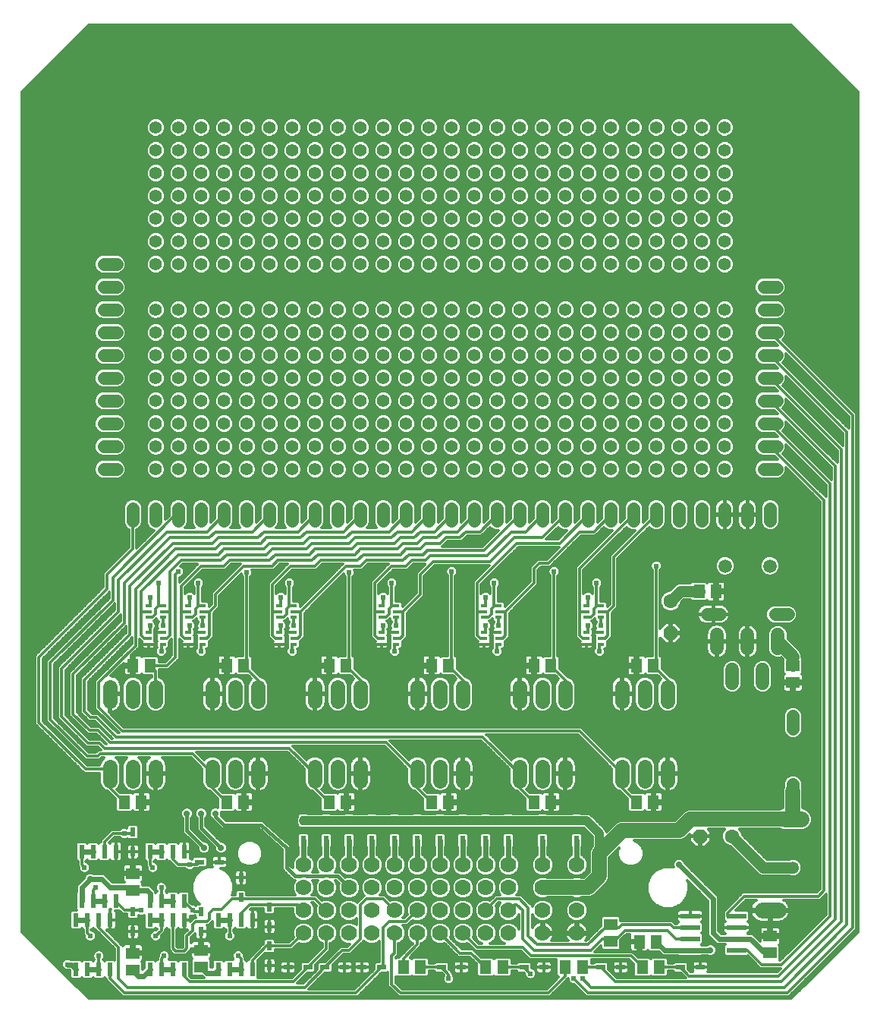
<source format=gbl>
G75*
%MOIN*%
%OFA0B0*%
%FSLAX25Y25*%
%IPPOS*%
%LPD*%
%AMOC8*
5,1,8,0,0,1.08239X$1,22.5*
%
%ADD10R,0.05906X0.05118*%
%ADD11OC8,0.06300*%
%ADD12C,0.06300*%
%ADD13R,0.05118X0.05906*%
%ADD14C,0.07100*%
%ADD15R,0.02362X0.03937*%
%ADD16R,0.03937X0.02362*%
%ADD17C,0.05600*%
%ADD18C,0.05943*%
%ADD19C,0.05943*%
%ADD20C,0.06400*%
%ADD21R,0.02756X0.01181*%
%ADD22C,0.07000*%
%ADD23R,0.02362X0.05906*%
%ADD24R,0.08661X0.02362*%
%ADD25C,0.02778*%
%ADD26C,0.01600*%
%ADD27C,0.02400*%
%ADD28C,0.01200*%
%ADD29C,0.02400*%
%ADD30C,0.05000*%
%ADD31C,0.04000*%
%ADD32C,0.06600*%
%ADD33C,0.05000*%
%ADD34C,0.05600*%
%ADD35C,0.05315*%
D10*
X0051500Y0039174D03*
X0051500Y0046654D03*
X0051600Y0074174D03*
X0051600Y0081654D03*
X0081500Y0047904D03*
X0081500Y0040424D03*
X0261600Y0051674D03*
X0261600Y0059154D03*
X0331600Y0054154D03*
X0331600Y0046674D03*
X0341600Y0165424D03*
X0341600Y0172904D03*
D11*
X0287850Y0187164D03*
X0300850Y0097914D03*
D12*
X0314850Y0097914D03*
X0287850Y0201164D03*
D13*
X0300360Y0205414D03*
X0307840Y0205414D03*
X0280340Y0172914D03*
X0272860Y0172914D03*
X0235340Y0172914D03*
X0227860Y0172914D03*
X0190340Y0172914D03*
X0182860Y0172914D03*
X0145340Y0172914D03*
X0137860Y0172914D03*
X0100340Y0172914D03*
X0092860Y0172914D03*
X0059090Y0172914D03*
X0051610Y0172914D03*
X0055340Y0112914D03*
X0047860Y0112914D03*
X0092860Y0112914D03*
X0100340Y0112914D03*
X0137860Y0112914D03*
X0145340Y0112914D03*
X0182860Y0112914D03*
X0190340Y0112914D03*
X0227860Y0112914D03*
X0235340Y0112914D03*
X0272860Y0112914D03*
X0280340Y0112914D03*
X0281590Y0051664D03*
X0274110Y0051664D03*
X0275360Y0040414D03*
X0282840Y0040414D03*
X0249090Y0040414D03*
X0241610Y0040414D03*
X0214090Y0040414D03*
X0206610Y0040414D03*
X0177840Y0040414D03*
X0170360Y0040414D03*
D14*
X0328050Y0065414D02*
X0335150Y0065414D01*
X0338050Y0105414D02*
X0345150Y0105414D01*
D15*
X0246600Y0104745D03*
X0246600Y0096083D03*
X0231600Y0096083D03*
X0231600Y0104745D03*
X0216600Y0104745D03*
X0216600Y0096083D03*
X0206600Y0096083D03*
X0206600Y0104745D03*
X0196600Y0104745D03*
X0196600Y0096083D03*
X0186600Y0096083D03*
X0186600Y0104745D03*
X0176600Y0104745D03*
X0176600Y0096083D03*
X0166600Y0096083D03*
X0166600Y0104745D03*
X0156600Y0104745D03*
X0156600Y0096083D03*
X0146600Y0096083D03*
X0146600Y0104745D03*
X0136600Y0104745D03*
X0136600Y0096083D03*
X0126600Y0096083D03*
X0126600Y0104745D03*
X0099100Y0079745D03*
X0099100Y0071083D03*
X0111600Y0066932D03*
X0111600Y0058271D03*
X0111600Y0049745D03*
X0111600Y0041083D03*
X0081600Y0056083D03*
X0081600Y0064745D03*
X0051600Y0064745D03*
X0051600Y0056083D03*
X0051600Y0091083D03*
X0051600Y0099745D03*
D16*
X0081019Y0086664D03*
X0089681Y0086664D03*
X0119769Y0040414D03*
X0128431Y0040414D03*
X0136019Y0040414D03*
X0144681Y0040414D03*
X0152269Y0040414D03*
X0160931Y0040414D03*
X0187269Y0040414D03*
X0195931Y0040414D03*
X0223519Y0040414D03*
X0232181Y0040414D03*
X0257269Y0040414D03*
X0265931Y0040414D03*
X0292269Y0040414D03*
X0300931Y0040414D03*
D17*
X0341600Y0115114D02*
X0341600Y0120714D01*
X0341600Y0145114D02*
X0341600Y0150714D01*
X0341600Y0176871D02*
X0334986Y0183485D01*
X0333800Y0195414D02*
X0339400Y0195414D01*
X0309400Y0195414D02*
X0303800Y0195414D01*
X0301600Y0236364D02*
X0301600Y0241964D01*
X0291600Y0241964D02*
X0291600Y0236364D01*
X0281600Y0236364D02*
X0281600Y0241964D01*
X0271600Y0241964D02*
X0271600Y0236364D01*
X0261600Y0236364D02*
X0261600Y0241964D01*
X0251600Y0241964D02*
X0251600Y0236364D01*
X0241600Y0236364D02*
X0241600Y0241964D01*
X0231600Y0241964D02*
X0231600Y0236364D01*
X0221600Y0236364D02*
X0221600Y0241964D01*
X0211600Y0241964D02*
X0211600Y0236364D01*
X0201600Y0236364D02*
X0201600Y0241964D01*
X0191600Y0241964D02*
X0191600Y0236364D01*
X0181600Y0236364D02*
X0181600Y0241964D01*
X0171600Y0241964D02*
X0171600Y0236364D01*
X0161600Y0236364D02*
X0161600Y0241964D01*
X0151600Y0241964D02*
X0151600Y0236364D01*
X0141600Y0236364D02*
X0141600Y0241964D01*
X0131600Y0241964D02*
X0131600Y0236364D01*
X0121600Y0236364D02*
X0121600Y0241964D01*
X0111600Y0241964D02*
X0111600Y0236364D01*
X0101600Y0236364D02*
X0101600Y0241964D01*
X0091600Y0241964D02*
X0091600Y0236364D01*
X0081600Y0236364D02*
X0081600Y0241964D01*
X0071600Y0241964D02*
X0071600Y0236364D01*
X0061600Y0236364D02*
X0061600Y0241964D01*
X0051600Y0241964D02*
X0051600Y0236364D01*
X0044400Y0259164D02*
X0038800Y0259164D01*
X0038800Y0269164D02*
X0044400Y0269164D01*
X0044400Y0279164D02*
X0038800Y0279164D01*
X0038800Y0289164D02*
X0044400Y0289164D01*
X0044400Y0299164D02*
X0038800Y0299164D01*
X0038800Y0309164D02*
X0044400Y0309164D01*
X0044400Y0319164D02*
X0038800Y0319164D01*
X0038800Y0329164D02*
X0044400Y0329164D01*
X0044400Y0339164D02*
X0038800Y0339164D01*
X0038800Y0349164D02*
X0044400Y0349164D01*
X0311600Y0241964D02*
X0311600Y0236364D01*
X0321600Y0236364D02*
X0321600Y0241964D01*
X0331600Y0241964D02*
X0331600Y0236364D01*
X0334400Y0259164D02*
X0328800Y0259164D01*
X0328800Y0269164D02*
X0334400Y0269164D01*
X0334400Y0279164D02*
X0328800Y0279164D01*
X0328800Y0289164D02*
X0334400Y0289164D01*
X0334400Y0299164D02*
X0328800Y0299164D01*
X0328800Y0309164D02*
X0334400Y0309164D01*
X0334400Y0319164D02*
X0328800Y0319164D01*
X0328800Y0329164D02*
X0334400Y0329164D01*
X0334400Y0339164D02*
X0328800Y0339164D01*
D18*
X0334986Y0186456D02*
X0334986Y0180513D01*
X0328293Y0171102D02*
X0328293Y0165159D01*
X0314907Y0165159D02*
X0314907Y0171102D01*
X0308214Y0180513D02*
X0308214Y0186456D01*
X0321600Y0186456D02*
X0321600Y0180513D01*
D19*
X0311757Y0216664D03*
X0331443Y0216664D03*
D20*
X0286600Y0163614D02*
X0286600Y0157214D01*
X0276600Y0157214D02*
X0276600Y0163614D01*
X0266600Y0163614D02*
X0266600Y0157214D01*
X0241600Y0157214D02*
X0241600Y0163614D01*
X0231600Y0163614D02*
X0231600Y0157214D01*
X0221600Y0157214D02*
X0221600Y0163614D01*
X0196600Y0163614D02*
X0196600Y0157214D01*
X0186600Y0157214D02*
X0186600Y0163614D01*
X0176600Y0163614D02*
X0176600Y0157214D01*
X0176600Y0128614D02*
X0176600Y0122214D01*
X0186600Y0122214D02*
X0186600Y0128614D01*
X0196600Y0128614D02*
X0196600Y0122214D01*
X0221600Y0122214D02*
X0221600Y0128614D01*
X0231600Y0128614D02*
X0231600Y0122214D01*
X0241600Y0122214D02*
X0241600Y0128614D01*
X0266600Y0128614D02*
X0266600Y0122214D01*
X0276600Y0122214D02*
X0276600Y0128614D01*
X0286600Y0128614D02*
X0286600Y0122214D01*
X0151600Y0122214D02*
X0151600Y0128614D01*
X0141600Y0128614D02*
X0141600Y0122214D01*
X0131600Y0122214D02*
X0131600Y0128614D01*
X0131600Y0157214D02*
X0131600Y0163614D01*
X0141600Y0163614D02*
X0141600Y0157214D01*
X0151600Y0157214D02*
X0151600Y0163614D01*
X0106600Y0163614D02*
X0106600Y0157214D01*
X0096600Y0157214D02*
X0096600Y0163614D01*
X0086600Y0163614D02*
X0086600Y0157214D01*
X0061600Y0157214D02*
X0061600Y0163614D01*
X0051600Y0163614D02*
X0051600Y0157214D01*
X0041600Y0157214D02*
X0041600Y0163614D01*
X0041600Y0128614D02*
X0041600Y0122214D01*
X0051600Y0122214D02*
X0051600Y0128614D01*
X0061600Y0128614D02*
X0061600Y0122214D01*
X0086600Y0122214D02*
X0086600Y0128614D01*
X0096600Y0128614D02*
X0096600Y0122214D01*
X0106600Y0122214D02*
X0106600Y0128614D01*
D21*
X0115950Y0182230D03*
X0115950Y0184789D03*
X0115950Y0187348D03*
X0122250Y0187348D03*
X0122250Y0184789D03*
X0122250Y0182230D03*
X0122250Y0194105D03*
X0122250Y0196664D03*
X0122250Y0199223D03*
X0115950Y0199223D03*
X0115950Y0196664D03*
X0115950Y0194105D03*
X0082250Y0194105D03*
X0082250Y0196664D03*
X0082250Y0199223D03*
X0075950Y0199223D03*
X0075950Y0196664D03*
X0075950Y0194105D03*
X0075950Y0187348D03*
X0075950Y0184789D03*
X0075950Y0182230D03*
X0082250Y0182230D03*
X0082250Y0184789D03*
X0082250Y0187348D03*
X0064750Y0187348D03*
X0064750Y0184789D03*
X0064750Y0182230D03*
X0058450Y0182230D03*
X0058450Y0184789D03*
X0058450Y0187348D03*
X0058450Y0194105D03*
X0058450Y0196664D03*
X0058450Y0199223D03*
X0064750Y0199223D03*
X0064750Y0196664D03*
X0064750Y0194105D03*
X0160950Y0194105D03*
X0160950Y0196664D03*
X0160950Y0199223D03*
X0167250Y0199223D03*
X0167250Y0196664D03*
X0167250Y0194105D03*
X0167250Y0187348D03*
X0167250Y0184789D03*
X0167250Y0182230D03*
X0160950Y0182230D03*
X0160950Y0184789D03*
X0160950Y0187348D03*
X0205950Y0187348D03*
X0205950Y0184789D03*
X0205950Y0182230D03*
X0212250Y0182230D03*
X0212250Y0184789D03*
X0212250Y0187348D03*
X0212250Y0194105D03*
X0212250Y0196664D03*
X0212250Y0199223D03*
X0205950Y0199223D03*
X0205950Y0196664D03*
X0205950Y0194105D03*
X0250950Y0194105D03*
X0250950Y0196664D03*
X0250950Y0199223D03*
X0257250Y0199223D03*
X0257250Y0196664D03*
X0257250Y0194105D03*
X0257250Y0187348D03*
X0257250Y0184789D03*
X0257250Y0182230D03*
X0250950Y0182230D03*
X0250950Y0184789D03*
X0250950Y0187348D03*
D22*
X0246600Y0085414D03*
X0246600Y0075414D03*
X0246600Y0065414D03*
X0246600Y0055414D03*
X0231600Y0055414D03*
X0231600Y0065414D03*
X0231600Y0075414D03*
X0231600Y0085414D03*
X0216600Y0085414D03*
X0216600Y0075414D03*
X0216600Y0065414D03*
X0216600Y0055414D03*
X0206600Y0055414D03*
X0206600Y0065414D03*
X0206600Y0075414D03*
X0206600Y0085414D03*
X0196600Y0085414D03*
X0196600Y0075414D03*
X0196600Y0065414D03*
X0196600Y0055414D03*
X0186600Y0055414D03*
X0186600Y0065414D03*
X0186600Y0075414D03*
X0186600Y0085414D03*
X0176600Y0085414D03*
X0176600Y0075414D03*
X0176600Y0065414D03*
X0176600Y0055414D03*
X0166600Y0055414D03*
X0166600Y0065414D03*
X0166600Y0075414D03*
X0166600Y0085414D03*
X0156600Y0085414D03*
X0146600Y0085414D03*
X0146600Y0075414D03*
X0156600Y0075414D03*
X0156600Y0065414D03*
X0146600Y0065414D03*
X0146600Y0055414D03*
X0156600Y0055414D03*
X0136600Y0055414D03*
X0136600Y0065414D03*
X0136600Y0075414D03*
X0136600Y0085414D03*
X0126600Y0085414D03*
X0126600Y0075414D03*
X0126600Y0065414D03*
X0126600Y0055414D03*
D23*
X0104100Y0061241D03*
X0099100Y0061241D03*
X0094100Y0061241D03*
X0089100Y0061241D03*
X0074100Y0061241D03*
X0069100Y0061241D03*
X0064100Y0061241D03*
X0059100Y0061241D03*
X0059100Y0069587D03*
X0064100Y0069587D03*
X0069100Y0069587D03*
X0074100Y0069587D03*
X0074100Y0091241D03*
X0069100Y0091241D03*
X0064100Y0091241D03*
X0059100Y0091241D03*
X0044100Y0091241D03*
X0039100Y0091241D03*
X0034100Y0091241D03*
X0029100Y0091241D03*
X0029100Y0069587D03*
X0034100Y0069587D03*
X0039100Y0069587D03*
X0044100Y0069587D03*
X0041600Y0061241D03*
X0036600Y0061241D03*
X0031600Y0061241D03*
X0026600Y0061241D03*
X0026600Y0039587D03*
X0031600Y0039587D03*
X0036600Y0039587D03*
X0041600Y0039587D03*
X0059100Y0039587D03*
X0064100Y0039587D03*
X0069100Y0039587D03*
X0074100Y0039587D03*
X0089100Y0039587D03*
X0094100Y0039587D03*
X0099100Y0039587D03*
X0104100Y0039587D03*
D24*
X0296364Y0047914D03*
X0296364Y0052914D03*
X0296364Y0057914D03*
X0296364Y0062914D03*
X0316836Y0062914D03*
X0316836Y0057914D03*
X0316836Y0052914D03*
X0316836Y0047914D03*
D25*
X0305350Y0047914D03*
X0291600Y0085414D03*
X0090350Y0092914D03*
X0082850Y0092914D03*
X0081600Y0107914D03*
X0087850Y0107914D03*
X0075350Y0107914D03*
X0032840Y0079174D03*
D26*
X0075350Y0100414D02*
X0075350Y0107914D01*
X0081600Y0107914D02*
X0081600Y0101664D01*
X0090350Y0092914D01*
X0082850Y0092914D02*
X0075350Y0100414D01*
X0087850Y0106664D02*
X0087850Y0107914D01*
X0087850Y0106664D02*
X0091600Y0102914D01*
X0107850Y0102914D01*
X0119100Y0092914D01*
X0119100Y0084164D01*
X0122850Y0080414D01*
X0125350Y0080414D01*
X0127850Y0080414D02*
X0135350Y0080414D01*
X0137850Y0080414D02*
X0141600Y0080414D01*
X0146600Y0075414D01*
D27*
X0171600Y0070414D03*
X0181600Y0070414D03*
X0181600Y0060414D03*
X0181600Y0050414D03*
X0177850Y0046664D03*
X0171600Y0050414D03*
X0157850Y0049164D03*
X0149100Y0044164D03*
X0147850Y0036664D03*
X0135350Y0035414D03*
X0117850Y0045414D03*
X0115350Y0037914D03*
X0115350Y0054164D03*
X0107850Y0055414D03*
X0099100Y0051664D03*
X0094100Y0054164D03*
X0089100Y0049164D03*
X0097850Y0045414D03*
X0086188Y0037914D03*
X0071600Y0044789D03*
X0065350Y0045414D03*
X0065350Y0050414D03*
X0061600Y0054164D03*
X0057850Y0046664D03*
X0056187Y0036664D03*
X0040350Y0049164D03*
X0036600Y0045414D03*
X0029100Y0050414D03*
X0032850Y0054164D03*
X0044100Y0055414D03*
X0055350Y0065414D03*
X0064100Y0075414D03*
X0066600Y0082914D03*
X0060350Y0084164D03*
X0064100Y0096664D03*
X0060350Y0100414D03*
X0056600Y0104164D03*
X0052850Y0107914D03*
X0047850Y0099164D03*
X0041600Y0112914D03*
X0037850Y0116664D03*
X0034988Y0120214D03*
X0034625Y0124489D03*
X0034263Y0130214D03*
X0034263Y0135939D03*
X0034263Y0141664D03*
X0034263Y0147389D03*
X0034263Y0153114D03*
X0035350Y0167914D03*
X0035350Y0175414D03*
X0035350Y0182914D03*
X0035350Y0190414D03*
X0035350Y0197914D03*
X0040038Y0202601D03*
X0035350Y0205414D03*
X0035350Y0211664D03*
X0035350Y0216664D03*
X0035350Y0221664D03*
X0035350Y0226664D03*
X0035350Y0231664D03*
X0035350Y0236664D03*
X0035350Y0241664D03*
X0035350Y0246664D03*
X0032850Y0255414D03*
X0031600Y0264164D03*
X0027850Y0270414D03*
X0032850Y0275414D03*
X0025350Y0277914D03*
X0022850Y0285414D03*
X0020350Y0292914D03*
X0017850Y0300414D03*
X0015350Y0307914D03*
X0012850Y0315414D03*
X0010350Y0322914D03*
X0005350Y0321664D03*
X0005350Y0316664D03*
X0005350Y0311664D03*
X0005350Y0306664D03*
X0005350Y0301664D03*
X0005350Y0296664D03*
X0005350Y0291664D03*
X0005350Y0286664D03*
X0005350Y0281664D03*
X0005350Y0276664D03*
X0005350Y0271664D03*
X0005350Y0266664D03*
X0005350Y0261664D03*
X0005350Y0256664D03*
X0005350Y0251664D03*
X0005350Y0246664D03*
X0005350Y0241664D03*
X0005350Y0236664D03*
X0005350Y0231664D03*
X0005350Y0226664D03*
X0005350Y0221664D03*
X0005350Y0216664D03*
X0005350Y0211664D03*
X0005350Y0206664D03*
X0005350Y0201664D03*
X0005350Y0196664D03*
X0005350Y0191664D03*
X0005350Y0186664D03*
X0005350Y0181664D03*
X0005350Y0176664D03*
X0005350Y0171664D03*
X0005350Y0166664D03*
X0005350Y0161664D03*
X0005350Y0156664D03*
X0005350Y0151664D03*
X0005350Y0146664D03*
X0005350Y0141664D03*
X0005350Y0136664D03*
X0005350Y0131664D03*
X0005350Y0126664D03*
X0005350Y0121664D03*
X0005350Y0116664D03*
X0005350Y0111664D03*
X0005350Y0106664D03*
X0007850Y0102914D03*
X0011600Y0099164D03*
X0015350Y0095414D03*
X0019100Y0091664D03*
X0022850Y0087914D03*
X0025350Y0084164D03*
X0030350Y0084164D03*
X0035350Y0075414D03*
X0020350Y0064164D03*
X0006600Y0065414D03*
X0006600Y0074164D03*
X0006600Y0082914D03*
X0012850Y0086664D03*
X0006600Y0091664D03*
X0006600Y0056664D03*
X0022850Y0041664D03*
X0071913Y0050414D03*
X0077850Y0065414D03*
X0072850Y0079164D03*
X0076600Y0085414D03*
X0077850Y0090414D03*
X0095350Y0092914D03*
X0111600Y0085414D03*
X0129100Y0114164D03*
X0121600Y0125414D03*
X0126600Y0135414D03*
X0137850Y0135414D03*
X0137850Y0149164D03*
X0124100Y0149164D03*
X0112850Y0149164D03*
X0092850Y0149164D03*
X0080975Y0149164D03*
X0073475Y0149164D03*
X0073213Y0178076D03*
X0067488Y0177914D03*
X0064100Y0179164D03*
X0055350Y0179164D03*
X0050037Y0182601D03*
X0047537Y0187601D03*
X0045037Y0192601D03*
X0042538Y0197601D03*
X0059100Y0202914D03*
X0062850Y0209164D03*
X0071600Y0214164D03*
X0075350Y0216039D03*
X0082850Y0213901D03*
X0080350Y0209164D03*
X0076600Y0202914D03*
X0084100Y0202914D03*
X0090875Y0213901D03*
X0096237Y0216301D03*
X0101600Y0213801D03*
X0098737Y0202914D03*
X0104462Y0202914D03*
X0111287Y0213801D03*
X0116600Y0216351D03*
X0120350Y0209164D03*
X0116600Y0202914D03*
X0124100Y0202914D03*
X0122225Y0190414D03*
X0116600Y0190414D03*
X0112850Y0179164D03*
X0104462Y0179164D03*
X0098737Y0179164D03*
X0098737Y0190414D03*
X0104462Y0190414D03*
X0091600Y0190414D03*
X0082225Y0190414D03*
X0076600Y0190414D03*
X0081600Y0179164D03*
X0087850Y0179164D03*
X0064725Y0190414D03*
X0059100Y0190414D03*
X0054725Y0227289D03*
X0058475Y0231664D03*
X0032850Y0285414D03*
X0032850Y0295414D03*
X0032850Y0305414D03*
X0032850Y0315414D03*
X0032850Y0325414D03*
X0032850Y0335414D03*
X0032850Y0345414D03*
X0134988Y0216301D03*
X0141238Y0216301D03*
X0146600Y0213801D03*
X0154988Y0216301D03*
X0161238Y0216301D03*
X0165350Y0209164D03*
X0161600Y0202914D03*
X0169100Y0202914D03*
X0175350Y0195414D03*
X0167225Y0190414D03*
X0161600Y0190414D03*
X0157850Y0179164D03*
X0149463Y0179164D03*
X0143738Y0179164D03*
X0143738Y0190414D03*
X0149463Y0190414D03*
X0149463Y0202914D03*
X0143738Y0202914D03*
X0130350Y0190414D03*
X0121600Y0179164D03*
X0157850Y0149164D03*
X0169100Y0149164D03*
X0182850Y0149164D03*
X0182850Y0135414D03*
X0171600Y0135414D03*
X0165350Y0125414D03*
X0170350Y0114164D03*
X0202850Y0149164D03*
X0214100Y0149164D03*
X0216600Y0135414D03*
X0210350Y0125414D03*
X0215350Y0114164D03*
X0227850Y0135414D03*
X0236600Y0139164D03*
X0227850Y0149164D03*
X0247850Y0149164D03*
X0259100Y0149164D03*
X0261600Y0135414D03*
X0255350Y0125414D03*
X0255350Y0106664D03*
X0264100Y0084164D03*
X0275350Y0070414D03*
X0269100Y0064164D03*
X0282850Y0064164D03*
X0267850Y0049164D03*
X0269413Y0042601D03*
X0249100Y0035414D03*
X0245350Y0035414D03*
X0226287Y0037601D03*
X0221600Y0046039D03*
X0207850Y0046039D03*
X0199725Y0038539D03*
X0191600Y0045414D03*
X0185350Y0046664D03*
X0190350Y0035414D03*
X0161600Y0035414D03*
X0191600Y0070414D03*
X0225350Y0072914D03*
X0225350Y0080414D03*
X0222850Y0087914D03*
X0240350Y0057914D03*
X0279100Y0094164D03*
X0287850Y0106664D03*
X0299100Y0116664D03*
X0300350Y0125414D03*
X0306600Y0124164D03*
X0309100Y0132914D03*
X0302850Y0139164D03*
X0309100Y0146664D03*
X0309100Y0159164D03*
X0307850Y0167914D03*
X0321600Y0167914D03*
X0320350Y0159164D03*
X0320350Y0146664D03*
X0325350Y0139164D03*
X0320350Y0132914D03*
X0325350Y0126664D03*
X0320350Y0120414D03*
X0325350Y0116664D03*
X0320350Y0111664D03*
X0311600Y0111664D03*
X0307850Y0099164D03*
X0315350Y0090414D03*
X0324100Y0096664D03*
X0329100Y0091664D03*
X0324100Y0081664D03*
X0331600Y0075414D03*
X0346600Y0079164D03*
X0352537Y0079164D03*
X0351600Y0089164D03*
X0341600Y0097914D03*
X0351600Y0104164D03*
X0351600Y0119164D03*
X0337850Y0127914D03*
X0337850Y0135414D03*
X0332850Y0147914D03*
X0335350Y0159164D03*
X0347850Y0159164D03*
X0351600Y0164164D03*
X0347850Y0169164D03*
X0351600Y0181664D03*
X0351600Y0191664D03*
X0341600Y0187914D03*
X0351600Y0201664D03*
X0351600Y0211664D03*
X0351600Y0221664D03*
X0341600Y0221664D03*
X0334100Y0229164D03*
X0339100Y0239164D03*
X0340350Y0245414D03*
X0340350Y0255414D03*
X0340350Y0265414D03*
X0340350Y0275414D03*
X0340350Y0285414D03*
X0340350Y0295414D03*
X0340350Y0305414D03*
X0340350Y0315414D03*
X0340350Y0329164D03*
X0340350Y0338539D03*
X0356600Y0324164D03*
X0364100Y0316664D03*
X0364725Y0306664D03*
X0355975Y0312289D03*
X0355975Y0299789D03*
X0355975Y0289789D03*
X0355975Y0279789D03*
X0355975Y0269789D03*
X0355975Y0259789D03*
X0354100Y0251664D03*
X0351600Y0244164D03*
X0351600Y0234164D03*
X0346600Y0231664D03*
X0341600Y0207914D03*
X0310350Y0227914D03*
X0284100Y0226664D03*
X0279100Y0230414D03*
X0274100Y0224164D03*
X0267850Y0230414D03*
X0257850Y0230414D03*
X0260350Y0223539D03*
X0256600Y0214164D03*
X0255350Y0209164D03*
X0251600Y0202914D03*
X0259100Y0202914D03*
X0257225Y0190414D03*
X0264100Y0190414D03*
X0256600Y0179164D03*
X0247850Y0179164D03*
X0239462Y0179164D03*
X0233737Y0179164D03*
X0233737Y0190414D03*
X0239462Y0190414D03*
X0251600Y0190414D03*
X0239462Y0202914D03*
X0233737Y0202914D03*
X0231600Y0214164D03*
X0236600Y0214164D03*
X0242850Y0214164D03*
X0247850Y0223539D03*
X0237850Y0230414D03*
X0234100Y0223539D03*
X0222850Y0223539D03*
X0224100Y0214164D03*
X0214100Y0216664D03*
X0210350Y0209164D03*
X0206600Y0202914D03*
X0214100Y0202914D03*
X0220350Y0195414D03*
X0212225Y0190414D03*
X0206600Y0190414D03*
X0202850Y0179164D03*
X0194462Y0179164D03*
X0188737Y0179164D03*
X0188737Y0190414D03*
X0194462Y0190414D03*
X0194462Y0202914D03*
X0188737Y0202914D03*
X0191600Y0214164D03*
X0195975Y0215676D03*
X0205250Y0215676D03*
X0196600Y0226351D03*
X0206600Y0229164D03*
X0187225Y0215676D03*
X0174987Y0216301D03*
X0166600Y0179164D03*
X0211600Y0179164D03*
X0269100Y0215414D03*
X0281600Y0216664D03*
X0285350Y0214164D03*
X0278738Y0202914D03*
X0278738Y0190051D03*
X0278738Y0179164D03*
X0284463Y0179164D03*
X0294100Y0149164D03*
X0280350Y0140414D03*
X0272850Y0135414D03*
X0272850Y0149164D03*
X0299100Y0070414D03*
X0312850Y0070414D03*
X0325350Y0056664D03*
X0320350Y0044164D03*
X0322850Y0040776D03*
X0306600Y0040776D03*
X0337850Y0047914D03*
X0340350Y0055414D03*
X0352850Y0062914D03*
X0354100Y0069164D03*
X0351600Y0139164D03*
X0347850Y0147914D03*
X0351600Y0154164D03*
X0364725Y0281039D03*
X0364725Y0290414D03*
X0082850Y0115414D03*
X0062850Y0112914D03*
X0049100Y0149164D03*
D28*
X0045600Y0029009D02*
X0029984Y0029009D01*
X0031183Y0027811D02*
X0046799Y0027811D01*
X0047146Y0027464D02*
X0150385Y0027464D01*
X0151381Y0028460D01*
X0160754Y0037833D01*
X0163479Y0037833D01*
X0163650Y0038004D01*
X0163650Y0032210D01*
X0167400Y0028460D01*
X0168396Y0027464D01*
X0234804Y0027464D01*
X0242304Y0034964D01*
X0242750Y0035410D01*
X0242750Y0034897D01*
X0243146Y0033941D01*
X0243877Y0033210D01*
X0244833Y0032814D01*
X0245546Y0032814D01*
X0249900Y0028460D01*
X0250896Y0027464D01*
X0339804Y0027464D01*
X0368554Y0056214D01*
X0369550Y0057210D01*
X0369550Y0283618D01*
X0337172Y0315996D01*
X0337961Y0316785D01*
X0338600Y0318328D01*
X0338600Y0319999D01*
X0337961Y0321543D01*
X0336779Y0322724D01*
X0335235Y0323364D01*
X0327965Y0323364D01*
X0326421Y0322724D01*
X0325239Y0321543D01*
X0324600Y0319999D01*
X0324600Y0318328D01*
X0325239Y0316785D01*
X0326421Y0315603D01*
X0327965Y0314964D01*
X0333396Y0314964D01*
X0334996Y0313364D01*
X0327965Y0313364D01*
X0326421Y0312724D01*
X0325239Y0311543D01*
X0324600Y0309999D01*
X0324600Y0308328D01*
X0325239Y0306785D01*
X0326421Y0305603D01*
X0327965Y0304964D01*
X0333396Y0304964D01*
X0334996Y0303364D01*
X0327965Y0303364D01*
X0326421Y0302724D01*
X0325239Y0301543D01*
X0324600Y0299999D01*
X0324600Y0298328D01*
X0325239Y0296785D01*
X0326421Y0295603D01*
X0327965Y0294964D01*
X0333396Y0294964D01*
X0334996Y0293364D01*
X0327965Y0293364D01*
X0326421Y0292724D01*
X0325239Y0291543D01*
X0324600Y0289999D01*
X0324600Y0288328D01*
X0325239Y0286785D01*
X0326421Y0285603D01*
X0327965Y0284964D01*
X0333396Y0284964D01*
X0334996Y0283364D01*
X0327965Y0283364D01*
X0326421Y0282724D01*
X0325239Y0281543D01*
X0324600Y0279999D01*
X0324600Y0278328D01*
X0325239Y0276785D01*
X0326421Y0275603D01*
X0327965Y0274964D01*
X0333396Y0274964D01*
X0334996Y0273364D01*
X0327965Y0273364D01*
X0326421Y0272724D01*
X0325239Y0271543D01*
X0324600Y0269999D01*
X0324600Y0268328D01*
X0325239Y0266785D01*
X0326421Y0265603D01*
X0327965Y0264964D01*
X0333396Y0264964D01*
X0334996Y0263364D01*
X0327965Y0263364D01*
X0326421Y0262724D01*
X0325239Y0261543D01*
X0324600Y0259999D01*
X0324600Y0258328D01*
X0325239Y0256785D01*
X0326421Y0255603D01*
X0327965Y0254964D01*
X0335235Y0254964D01*
X0336779Y0255603D01*
X0337961Y0256785D01*
X0338600Y0258328D01*
X0338600Y0259760D01*
X0353650Y0244710D01*
X0353650Y0074868D01*
X0352146Y0073364D01*
X0319646Y0073364D01*
X0318650Y0072368D01*
X0311150Y0064868D01*
X0311150Y0064719D01*
X0311106Y0064675D01*
X0311106Y0061153D01*
X0311751Y0060507D01*
X0311523Y0060375D01*
X0311225Y0060077D01*
X0311015Y0059713D01*
X0310906Y0059306D01*
X0310906Y0057914D01*
X0316836Y0057914D01*
X0316836Y0057914D01*
X0310906Y0057914D01*
X0310906Y0056522D01*
X0311015Y0056115D01*
X0311225Y0055750D01*
X0311523Y0055452D01*
X0311751Y0055321D01*
X0311645Y0055214D01*
X0310053Y0055214D01*
X0308900Y0056367D01*
X0308900Y0071367D01*
X0294389Y0085878D01*
X0294389Y0085969D01*
X0293964Y0086994D01*
X0293180Y0087778D01*
X0292155Y0088203D01*
X0291045Y0088203D01*
X0290020Y0087778D01*
X0289236Y0086994D01*
X0288811Y0085969D01*
X0288811Y0084859D01*
X0289026Y0084340D01*
X0288425Y0084589D01*
X0284775Y0084589D01*
X0281403Y0083192D01*
X0278822Y0080611D01*
X0277425Y0077239D01*
X0277425Y0073589D01*
X0278822Y0070217D01*
X0281403Y0067636D01*
X0284775Y0066239D01*
X0288425Y0066239D01*
X0291797Y0067636D01*
X0294378Y0070217D01*
X0295775Y0073589D01*
X0295775Y0077239D01*
X0295247Y0078515D01*
X0304300Y0069461D01*
X0304300Y0054461D01*
X0305647Y0053114D01*
X0308147Y0050614D01*
X0311645Y0050614D01*
X0311845Y0050414D01*
X0311106Y0049675D01*
X0311106Y0046153D01*
X0311926Y0045333D01*
X0321747Y0045333D01*
X0321762Y0045348D01*
X0326150Y0040960D01*
X0327146Y0039964D01*
X0336246Y0039964D01*
X0334646Y0038364D01*
X0304245Y0038364D01*
X0304390Y0038615D01*
X0304499Y0039022D01*
X0304499Y0040414D01*
X0304499Y0041806D01*
X0304390Y0042213D01*
X0304180Y0042577D01*
X0303882Y0042875D01*
X0303517Y0043086D01*
X0303110Y0043195D01*
X0300931Y0043195D01*
X0300931Y0040414D01*
X0304499Y0040414D01*
X0300931Y0040414D01*
X0300931Y0040414D01*
X0300931Y0040414D01*
X0300931Y0043195D01*
X0298752Y0043195D01*
X0298345Y0043086D01*
X0297980Y0042875D01*
X0297682Y0042577D01*
X0297471Y0042213D01*
X0297362Y0041806D01*
X0297362Y0040414D01*
X0300931Y0040414D01*
X0300931Y0040414D01*
X0297362Y0040414D01*
X0297362Y0039022D01*
X0297471Y0038615D01*
X0297616Y0038364D01*
X0296723Y0038364D01*
X0295638Y0039450D01*
X0295638Y0042175D01*
X0294818Y0042995D01*
X0289721Y0042995D01*
X0288901Y0042175D01*
X0288901Y0042114D01*
X0286799Y0042114D01*
X0286799Y0043947D01*
X0285979Y0044767D01*
X0279701Y0044767D01*
X0279100Y0044165D01*
X0278499Y0044767D01*
X0273411Y0044767D01*
X0272060Y0046118D01*
X0271064Y0047114D01*
X0254454Y0047114D01*
X0257247Y0049907D01*
X0257247Y0048535D01*
X0258067Y0047715D01*
X0265133Y0047715D01*
X0265953Y0048535D01*
X0265953Y0052362D01*
X0268554Y0054964D01*
X0269987Y0054964D01*
X0269951Y0054827D01*
X0269951Y0052264D01*
X0273510Y0052264D01*
X0273510Y0051064D01*
X0274710Y0051064D01*
X0274710Y0047111D01*
X0276880Y0047111D01*
X0277286Y0047220D01*
X0277651Y0047431D01*
X0277949Y0047729D01*
X0277980Y0047782D01*
X0278451Y0047311D01*
X0282690Y0047311D01*
X0284387Y0045614D01*
X0291172Y0045614D01*
X0291453Y0045333D01*
X0301274Y0045333D01*
X0301555Y0045614D01*
X0303706Y0045614D01*
X0303770Y0045549D01*
X0304795Y0045125D01*
X0305905Y0045125D01*
X0306930Y0045549D01*
X0307714Y0046334D01*
X0308139Y0047359D01*
X0308139Y0048469D01*
X0307714Y0049494D01*
X0306930Y0050278D01*
X0305905Y0050703D01*
X0304795Y0050703D01*
X0303770Y0050278D01*
X0303706Y0050214D01*
X0301555Y0050214D01*
X0301355Y0050414D01*
X0302094Y0051153D01*
X0302094Y0054675D01*
X0301355Y0055414D01*
X0302094Y0056153D01*
X0302094Y0059675D01*
X0301449Y0060321D01*
X0301677Y0060452D01*
X0301975Y0060750D01*
X0302185Y0061115D01*
X0302294Y0061522D01*
X0302294Y0062914D01*
X0302294Y0064306D01*
X0302185Y0064713D01*
X0301975Y0065077D01*
X0301677Y0065375D01*
X0301312Y0065586D01*
X0300905Y0065695D01*
X0296364Y0065695D01*
X0296364Y0062914D01*
X0302294Y0062914D01*
X0296364Y0062914D01*
X0296364Y0062914D01*
X0296364Y0062914D01*
X0296364Y0065695D01*
X0291822Y0065695D01*
X0291415Y0065586D01*
X0291051Y0065375D01*
X0290753Y0065077D01*
X0290542Y0064713D01*
X0290433Y0064306D01*
X0290433Y0062914D01*
X0296364Y0062914D01*
X0296364Y0062914D01*
X0290433Y0062914D01*
X0290433Y0061522D01*
X0290542Y0061115D01*
X0290753Y0060750D01*
X0291051Y0060452D01*
X0291279Y0060321D01*
X0290633Y0059675D01*
X0290633Y0059614D01*
X0289804Y0059614D01*
X0289550Y0059868D01*
X0288554Y0060864D01*
X0265953Y0060864D01*
X0265953Y0062293D01*
X0265133Y0063113D01*
X0258067Y0063113D01*
X0257247Y0062293D01*
X0257247Y0058455D01*
X0250906Y0052114D01*
X0250506Y0052114D01*
X0250962Y0052741D01*
X0251326Y0053456D01*
X0251574Y0054220D01*
X0251687Y0054931D01*
X0247083Y0054931D01*
X0247083Y0055897D01*
X0246117Y0055897D01*
X0246117Y0060501D01*
X0245406Y0060388D01*
X0244642Y0060140D01*
X0243927Y0059776D01*
X0243278Y0059304D01*
X0242710Y0058736D01*
X0242238Y0058087D01*
X0241874Y0057372D01*
X0241626Y0056608D01*
X0241513Y0055897D01*
X0246117Y0055897D01*
X0246117Y0054931D01*
X0241513Y0054931D01*
X0241626Y0054220D01*
X0241874Y0053456D01*
X0242238Y0052741D01*
X0242694Y0052114D01*
X0235506Y0052114D01*
X0235962Y0052741D01*
X0236326Y0053456D01*
X0236574Y0054220D01*
X0236687Y0054931D01*
X0232083Y0054931D01*
X0232083Y0055897D01*
X0231117Y0055897D01*
X0231117Y0060501D01*
X0230406Y0060388D01*
X0229642Y0060140D01*
X0228927Y0059776D01*
X0228278Y0059304D01*
X0227710Y0058736D01*
X0227238Y0058087D01*
X0227050Y0057718D01*
X0227050Y0063594D01*
X0227446Y0062638D01*
X0228824Y0061260D01*
X0230625Y0060514D01*
X0232575Y0060514D01*
X0234376Y0061260D01*
X0235754Y0062638D01*
X0236500Y0064439D01*
X0236500Y0066389D01*
X0235754Y0068189D01*
X0234376Y0069568D01*
X0232575Y0070314D01*
X0230625Y0070314D01*
X0228824Y0069568D01*
X0227446Y0068189D01*
X0227050Y0067233D01*
X0227050Y0067368D01*
X0226054Y0068364D01*
X0223300Y0071118D01*
X0223300Y0071118D01*
X0222304Y0072114D01*
X0220230Y0072114D01*
X0220754Y0072638D01*
X0221500Y0074439D01*
X0221500Y0076389D01*
X0220754Y0078189D01*
X0219376Y0079568D01*
X0217575Y0080314D01*
X0215625Y0080314D01*
X0213824Y0079568D01*
X0212446Y0078189D01*
X0211700Y0076389D01*
X0211700Y0074439D01*
X0212446Y0072638D01*
X0212970Y0072114D01*
X0210896Y0072114D01*
X0209900Y0071118D01*
X0208650Y0069868D01*
X0207575Y0070314D01*
X0205625Y0070314D01*
X0203824Y0069568D01*
X0202446Y0068189D01*
X0201700Y0066389D01*
X0201700Y0064439D01*
X0202446Y0062638D01*
X0203824Y0061260D01*
X0205625Y0060514D01*
X0207575Y0060514D01*
X0209376Y0061260D01*
X0210754Y0062638D01*
X0211500Y0064439D01*
X0211500Y0066389D01*
X0211054Y0067464D01*
X0212304Y0068714D01*
X0212970Y0068714D01*
X0212446Y0068189D01*
X0211700Y0066389D01*
X0211700Y0064439D01*
X0212446Y0062638D01*
X0213824Y0061260D01*
X0215625Y0060514D01*
X0217575Y0060514D01*
X0219376Y0061260D01*
X0220754Y0062638D01*
X0221150Y0063594D01*
X0221150Y0057233D01*
X0220754Y0058189D01*
X0219376Y0059568D01*
X0217575Y0060314D01*
X0215625Y0060314D01*
X0213824Y0059568D01*
X0212446Y0058189D01*
X0211700Y0056389D01*
X0211700Y0054439D01*
X0212446Y0052638D01*
X0213824Y0051260D01*
X0214780Y0050864D01*
X0208420Y0050864D01*
X0209376Y0051260D01*
X0210754Y0052638D01*
X0211500Y0054439D01*
X0211500Y0056389D01*
X0210754Y0058189D01*
X0209376Y0059568D01*
X0207575Y0060314D01*
X0205625Y0060314D01*
X0203824Y0059568D01*
X0202446Y0058189D01*
X0201700Y0056389D01*
X0201700Y0054439D01*
X0202446Y0052638D01*
X0203824Y0051260D01*
X0204780Y0050864D01*
X0203554Y0050864D01*
X0201054Y0053364D01*
X0201500Y0054439D01*
X0201500Y0056389D01*
X0200754Y0058189D01*
X0199376Y0059568D01*
X0197575Y0060314D01*
X0195625Y0060314D01*
X0193824Y0059568D01*
X0192446Y0058189D01*
X0191700Y0056389D01*
X0191700Y0054439D01*
X0192446Y0052638D01*
X0193824Y0051260D01*
X0195625Y0050514D01*
X0197575Y0050514D01*
X0198650Y0050959D01*
X0201150Y0048460D01*
X0202146Y0047464D01*
X0222146Y0047464D01*
X0224900Y0044710D01*
X0225896Y0043714D01*
X0237651Y0043714D01*
X0237651Y0036881D01*
X0238471Y0036061D01*
X0238593Y0036061D01*
X0233396Y0030864D01*
X0169804Y0030864D01*
X0167050Y0033618D01*
X0167050Y0036232D01*
X0167221Y0036061D01*
X0173499Y0036061D01*
X0174100Y0036662D01*
X0174701Y0036061D01*
X0180979Y0036061D01*
X0181799Y0036881D01*
X0181799Y0038714D01*
X0183901Y0038714D01*
X0183901Y0038653D01*
X0184721Y0037833D01*
X0187446Y0037833D01*
X0188269Y0037010D01*
X0188146Y0036887D01*
X0187750Y0035931D01*
X0187750Y0034897D01*
X0188146Y0033941D01*
X0188877Y0033210D01*
X0189833Y0032814D01*
X0190867Y0032814D01*
X0191823Y0033210D01*
X0192554Y0033941D01*
X0192950Y0034897D01*
X0192950Y0035931D01*
X0192554Y0036887D01*
X0192050Y0037391D01*
X0192050Y0038037D01*
X0191054Y0039033D01*
X0190638Y0039450D01*
X0190638Y0042175D01*
X0189818Y0042995D01*
X0184721Y0042995D01*
X0183901Y0042175D01*
X0183901Y0042114D01*
X0181799Y0042114D01*
X0181799Y0043947D01*
X0180979Y0044767D01*
X0174701Y0044767D01*
X0174100Y0044165D01*
X0173499Y0044767D01*
X0173357Y0044767D01*
X0177304Y0048714D01*
X0178300Y0049710D01*
X0178300Y0050814D01*
X0179376Y0051260D01*
X0180754Y0052638D01*
X0181500Y0054439D01*
X0181500Y0056389D01*
X0180754Y0058189D01*
X0179376Y0059568D01*
X0177575Y0060314D01*
X0175625Y0060314D01*
X0173824Y0059568D01*
X0172446Y0058189D01*
X0171700Y0056389D01*
X0171700Y0054439D01*
X0172446Y0052638D01*
X0173824Y0051260D01*
X0174685Y0050903D01*
X0168660Y0044878D01*
X0168660Y0044767D01*
X0167221Y0044767D01*
X0167050Y0044596D01*
X0167050Y0044710D01*
X0168300Y0045960D01*
X0168300Y0050814D01*
X0169376Y0051260D01*
X0170754Y0052638D01*
X0171500Y0054439D01*
X0171500Y0056389D01*
X0170754Y0058189D01*
X0170230Y0058714D01*
X0172304Y0058714D01*
X0173300Y0059710D01*
X0174550Y0060959D01*
X0175625Y0060514D01*
X0177575Y0060514D01*
X0179376Y0061260D01*
X0180754Y0062638D01*
X0181500Y0064439D01*
X0181500Y0066389D01*
X0180754Y0068189D01*
X0179376Y0069568D01*
X0177575Y0070314D01*
X0175625Y0070314D01*
X0173824Y0069568D01*
X0172446Y0068189D01*
X0171700Y0066389D01*
X0171700Y0064439D01*
X0172146Y0063364D01*
X0170896Y0062114D01*
X0170230Y0062114D01*
X0170754Y0062638D01*
X0171500Y0064439D01*
X0171500Y0066389D01*
X0170754Y0068189D01*
X0169376Y0069568D01*
X0167575Y0070314D01*
X0165625Y0070314D01*
X0164550Y0069868D01*
X0163300Y0071118D01*
X0162304Y0072114D01*
X0160230Y0072114D01*
X0160754Y0072638D01*
X0161500Y0074439D01*
X0161500Y0076389D01*
X0160754Y0078189D01*
X0159376Y0079568D01*
X0157575Y0080314D01*
X0155625Y0080314D01*
X0153824Y0079568D01*
X0152446Y0078189D01*
X0151700Y0076389D01*
X0151700Y0074439D01*
X0152446Y0072638D01*
X0153183Y0071901D01*
X0150896Y0069614D01*
X0150113Y0068831D01*
X0149376Y0069568D01*
X0147575Y0070314D01*
X0145625Y0070314D01*
X0143824Y0069568D01*
X0142446Y0068189D01*
X0141700Y0066389D01*
X0141700Y0064439D01*
X0142446Y0062638D01*
X0143824Y0061260D01*
X0145625Y0060514D01*
X0147575Y0060514D01*
X0149376Y0061260D01*
X0149900Y0061784D01*
X0149900Y0059043D01*
X0149376Y0059568D01*
X0147575Y0060314D01*
X0145625Y0060314D01*
X0143824Y0059568D01*
X0142446Y0058189D01*
X0141700Y0056389D01*
X0141700Y0054439D01*
X0142446Y0052638D01*
X0143824Y0051260D01*
X0145625Y0050514D01*
X0146796Y0050514D01*
X0145896Y0049614D01*
X0142815Y0049614D01*
X0136196Y0042995D01*
X0133471Y0042995D01*
X0132651Y0042175D01*
X0132651Y0039450D01*
X0126565Y0033364D01*
X0123785Y0033364D01*
X0128254Y0037833D01*
X0130979Y0037833D01*
X0131799Y0038653D01*
X0131799Y0041378D01*
X0137304Y0046883D01*
X0138300Y0047879D01*
X0138300Y0050814D01*
X0139376Y0051260D01*
X0140754Y0052638D01*
X0141500Y0054439D01*
X0141500Y0056389D01*
X0140754Y0058189D01*
X0139376Y0059568D01*
X0137575Y0060314D01*
X0135625Y0060314D01*
X0133824Y0059568D01*
X0132446Y0058189D01*
X0131700Y0056389D01*
X0131700Y0054439D01*
X0132446Y0052638D01*
X0133824Y0051260D01*
X0134900Y0050814D01*
X0134900Y0049287D01*
X0128608Y0042995D01*
X0125882Y0042995D01*
X0125062Y0042175D01*
X0125062Y0039450D01*
X0121477Y0035864D01*
X0106491Y0035864D01*
X0106681Y0036054D01*
X0106681Y0043120D01*
X0106361Y0043440D01*
X0109568Y0046647D01*
X0109839Y0046376D01*
X0113361Y0046376D01*
X0114181Y0047196D01*
X0114181Y0048045D01*
X0121635Y0048045D01*
X0122631Y0049040D01*
X0124550Y0050959D01*
X0125625Y0050514D01*
X0127575Y0050514D01*
X0129376Y0051260D01*
X0130754Y0052638D01*
X0131500Y0054439D01*
X0131500Y0056389D01*
X0130754Y0058189D01*
X0129376Y0059568D01*
X0127575Y0060314D01*
X0125625Y0060314D01*
X0123824Y0059568D01*
X0122446Y0058189D01*
X0121700Y0056389D01*
X0121700Y0054439D01*
X0122146Y0053364D01*
X0120227Y0051445D01*
X0114181Y0051445D01*
X0114181Y0052293D01*
X0113361Y0053113D01*
X0109839Y0053113D01*
X0109019Y0052293D01*
X0109019Y0050906D01*
X0108561Y0050449D01*
X0102400Y0044287D01*
X0102400Y0043940D01*
X0102339Y0043940D01*
X0101600Y0043201D01*
X0100861Y0043940D01*
X0100800Y0043940D01*
X0100800Y0044868D01*
X0100450Y0045218D01*
X0100450Y0045931D01*
X0100054Y0046887D01*
X0099323Y0047618D01*
X0098367Y0048014D01*
X0097333Y0048014D01*
X0096377Y0047618D01*
X0095646Y0046887D01*
X0095250Y0045931D01*
X0095250Y0044897D01*
X0095646Y0043941D01*
X0095647Y0043940D01*
X0092339Y0043940D01*
X0091600Y0043201D01*
X0090861Y0043940D01*
X0087339Y0043940D01*
X0086519Y0043120D01*
X0086519Y0040514D01*
X0085853Y0040514D01*
X0085853Y0043563D01*
X0085382Y0044034D01*
X0085435Y0044065D01*
X0085733Y0044363D01*
X0085944Y0044727D01*
X0086053Y0045134D01*
X0086053Y0047304D01*
X0082100Y0047304D01*
X0082100Y0048504D01*
X0086053Y0048504D01*
X0086053Y0050674D01*
X0085944Y0051081D01*
X0085733Y0051446D01*
X0085435Y0051743D01*
X0085070Y0051954D01*
X0084663Y0052063D01*
X0082100Y0052063D01*
X0082100Y0048504D01*
X0080900Y0048504D01*
X0080900Y0047304D01*
X0076947Y0047304D01*
X0076947Y0045134D01*
X0077056Y0044727D01*
X0077267Y0044363D01*
X0077565Y0044065D01*
X0077618Y0044034D01*
X0077147Y0043563D01*
X0077147Y0037285D01*
X0077967Y0036465D01*
X0082206Y0036465D01*
X0082807Y0035864D01*
X0077304Y0035864D01*
X0076681Y0036487D01*
X0076681Y0043120D01*
X0075861Y0043940D01*
X0072339Y0043940D01*
X0071600Y0043201D01*
X0070861Y0043940D01*
X0067553Y0043940D01*
X0067554Y0043941D01*
X0067950Y0044897D01*
X0067950Y0045931D01*
X0067554Y0046887D01*
X0066823Y0047618D01*
X0065867Y0048014D01*
X0064833Y0048014D01*
X0063877Y0047618D01*
X0063146Y0046887D01*
X0062750Y0045931D01*
X0062750Y0045218D01*
X0062400Y0044868D01*
X0062400Y0043940D01*
X0062339Y0043940D01*
X0061600Y0043201D01*
X0060861Y0043940D01*
X0057339Y0043940D01*
X0056519Y0043120D01*
X0056519Y0040248D01*
X0055853Y0039582D01*
X0055853Y0042313D01*
X0055382Y0042784D01*
X0055435Y0042815D01*
X0055733Y0043113D01*
X0055944Y0043477D01*
X0056053Y0043884D01*
X0056053Y0046054D01*
X0052100Y0046054D01*
X0052100Y0047254D01*
X0056053Y0047254D01*
X0056053Y0049424D01*
X0055944Y0049831D01*
X0055733Y0050196D01*
X0055435Y0050493D01*
X0055070Y0050704D01*
X0054663Y0050813D01*
X0052100Y0050813D01*
X0052100Y0047254D01*
X0050900Y0047254D01*
X0050900Y0050813D01*
X0048337Y0050813D01*
X0047930Y0050704D01*
X0047565Y0050493D01*
X0047267Y0050196D01*
X0047056Y0049831D01*
X0047050Y0049807D01*
X0047050Y0049868D01*
X0040230Y0056688D01*
X0041600Y0056688D01*
X0042992Y0056688D01*
X0043399Y0056797D01*
X0043764Y0057008D01*
X0044061Y0057305D01*
X0044272Y0057670D01*
X0044381Y0058077D01*
X0044381Y0061241D01*
X0044381Y0064404D01*
X0044272Y0064811D01*
X0044061Y0065176D01*
X0044003Y0065234D01*
X0045625Y0065234D01*
X0046150Y0064710D01*
X0047146Y0063714D01*
X0049019Y0063714D01*
X0049019Y0062196D01*
X0049839Y0061376D01*
X0053361Y0061376D01*
X0054181Y0062196D01*
X0054181Y0063084D01*
X0054833Y0062814D01*
X0055867Y0062814D01*
X0056519Y0063084D01*
X0056519Y0057708D01*
X0057339Y0056888D01*
X0060861Y0056888D01*
X0061600Y0057627D01*
X0062129Y0057097D01*
X0061796Y0056764D01*
X0061083Y0056764D01*
X0060127Y0056368D01*
X0059396Y0055637D01*
X0059000Y0054681D01*
X0059000Y0053647D01*
X0059396Y0052691D01*
X0060127Y0051960D01*
X0061083Y0051564D01*
X0062117Y0051564D01*
X0063073Y0051960D01*
X0063804Y0052691D01*
X0064200Y0053647D01*
X0064200Y0054360D01*
X0065800Y0055960D01*
X0065800Y0056888D01*
X0065861Y0056888D01*
X0066600Y0057627D01*
X0067339Y0056888D01*
X0067400Y0056888D01*
X0067400Y0048147D01*
X0068650Y0046897D01*
X0069646Y0045901D01*
X0074804Y0045901D01*
X0076054Y0047151D01*
X0077050Y0048147D01*
X0077050Y0048504D01*
X0080900Y0048504D01*
X0080900Y0052063D01*
X0078337Y0052063D01*
X0077930Y0051954D01*
X0077565Y0051743D01*
X0077267Y0051446D01*
X0077056Y0051081D01*
X0077050Y0051057D01*
X0077050Y0053460D01*
X0078554Y0054964D01*
X0078819Y0055229D01*
X0078819Y0053904D01*
X0078928Y0053497D01*
X0079139Y0053132D01*
X0079436Y0052834D01*
X0079801Y0052624D01*
X0080208Y0052515D01*
X0081600Y0052515D01*
X0082992Y0052515D01*
X0083399Y0052624D01*
X0083764Y0052834D01*
X0084061Y0053132D01*
X0084272Y0053497D01*
X0084381Y0053904D01*
X0084381Y0056083D01*
X0081600Y0056083D01*
X0081600Y0052515D01*
X0081600Y0056083D01*
X0081600Y0056083D01*
X0081600Y0056083D01*
X0084381Y0056083D01*
X0084381Y0058262D01*
X0084272Y0058669D01*
X0084246Y0058714D01*
X0084804Y0058714D01*
X0085800Y0059710D01*
X0086519Y0060429D01*
X0086519Y0057708D01*
X0087339Y0056888D01*
X0090861Y0056888D01*
X0091600Y0057627D01*
X0092339Y0056888D01*
X0092400Y0056888D01*
X0092400Y0056141D01*
X0091896Y0055637D01*
X0091500Y0054681D01*
X0091500Y0053647D01*
X0091896Y0052691D01*
X0092627Y0051960D01*
X0093583Y0051564D01*
X0094617Y0051564D01*
X0095573Y0051960D01*
X0096304Y0052691D01*
X0096700Y0053647D01*
X0096700Y0054681D01*
X0096304Y0055637D01*
X0095800Y0056141D01*
X0095800Y0056888D01*
X0095861Y0056888D01*
X0096600Y0057627D01*
X0097339Y0056888D01*
X0100861Y0056888D01*
X0101507Y0057534D01*
X0101639Y0057305D01*
X0101936Y0057008D01*
X0102301Y0056797D01*
X0102708Y0056688D01*
X0104100Y0056688D01*
X0105492Y0056688D01*
X0105899Y0056797D01*
X0106264Y0057008D01*
X0106561Y0057305D01*
X0106772Y0057670D01*
X0106881Y0058077D01*
X0106881Y0061241D01*
X0106881Y0064404D01*
X0106772Y0064811D01*
X0106561Y0065176D01*
X0106264Y0065474D01*
X0105899Y0065684D01*
X0105492Y0065793D01*
X0104100Y0065793D01*
X0103134Y0065793D01*
X0103554Y0066214D01*
X0109019Y0066214D01*
X0109019Y0064384D01*
X0109839Y0063564D01*
X0113361Y0063564D01*
X0114181Y0064384D01*
X0114181Y0066214D01*
X0121700Y0066214D01*
X0121700Y0064439D01*
X0122446Y0062638D01*
X0123824Y0061260D01*
X0125625Y0060514D01*
X0127575Y0060514D01*
X0129376Y0061260D01*
X0130754Y0062638D01*
X0131500Y0064439D01*
X0131500Y0066389D01*
X0130754Y0068189D01*
X0130230Y0068714D01*
X0130896Y0068714D01*
X0132146Y0067464D01*
X0131700Y0066389D01*
X0131700Y0064439D01*
X0132446Y0062638D01*
X0133824Y0061260D01*
X0135625Y0060514D01*
X0137575Y0060514D01*
X0139376Y0061260D01*
X0140754Y0062638D01*
X0141500Y0064439D01*
X0141500Y0066389D01*
X0140754Y0068189D01*
X0139376Y0069568D01*
X0137575Y0070314D01*
X0135625Y0070314D01*
X0134550Y0069868D01*
X0133300Y0071118D01*
X0132304Y0072114D01*
X0130230Y0072114D01*
X0130754Y0072638D01*
X0131500Y0074439D01*
X0131500Y0076389D01*
X0130754Y0078189D01*
X0130430Y0078514D01*
X0132770Y0078514D01*
X0132446Y0078189D01*
X0131700Y0076389D01*
X0131700Y0074439D01*
X0132446Y0072638D01*
X0133824Y0071260D01*
X0135625Y0070514D01*
X0137575Y0070514D01*
X0139376Y0071260D01*
X0140754Y0072638D01*
X0141500Y0074439D01*
X0141500Y0076389D01*
X0140754Y0078189D01*
X0140430Y0078514D01*
X0140813Y0078514D01*
X0142063Y0077264D01*
X0141700Y0076389D01*
X0141700Y0074439D01*
X0142446Y0072638D01*
X0143824Y0071260D01*
X0145625Y0070514D01*
X0147575Y0070514D01*
X0149376Y0071260D01*
X0150754Y0072638D01*
X0151500Y0074439D01*
X0151500Y0076389D01*
X0150754Y0078189D01*
X0149376Y0079568D01*
X0147575Y0080314D01*
X0145625Y0080314D01*
X0144750Y0079951D01*
X0143500Y0081201D01*
X0142387Y0082314D01*
X0140430Y0082314D01*
X0140754Y0082638D01*
X0141500Y0084439D01*
X0141500Y0086389D01*
X0140754Y0088189D01*
X0139376Y0089568D01*
X0138900Y0089765D01*
X0138900Y0093254D01*
X0139181Y0093535D01*
X0139181Y0098632D01*
X0138361Y0099452D01*
X0134839Y0099452D01*
X0134019Y0098632D01*
X0134019Y0093535D01*
X0134300Y0093254D01*
X0134300Y0089765D01*
X0133824Y0089568D01*
X0132446Y0088189D01*
X0131700Y0086389D01*
X0131700Y0084439D01*
X0132446Y0082638D01*
X0132770Y0082314D01*
X0130430Y0082314D01*
X0130754Y0082638D01*
X0131500Y0084439D01*
X0131500Y0086389D01*
X0130754Y0088189D01*
X0129376Y0089568D01*
X0128900Y0089765D01*
X0128900Y0093254D01*
X0129181Y0093535D01*
X0129181Y0098632D01*
X0128361Y0099452D01*
X0124839Y0099452D01*
X0124019Y0098632D01*
X0124019Y0093535D01*
X0124300Y0093254D01*
X0124300Y0089765D01*
X0123824Y0089568D01*
X0122446Y0088189D01*
X0121700Y0086389D01*
X0121700Y0084439D01*
X0121833Y0084118D01*
X0121000Y0084951D01*
X0121000Y0092191D01*
X0121043Y0092240D01*
X0121000Y0092970D01*
X0121000Y0093701D01*
X0120954Y0093747D01*
X0120950Y0093811D01*
X0120404Y0094297D01*
X0119887Y0094814D01*
X0119822Y0094814D01*
X0109154Y0104297D01*
X0108637Y0104814D01*
X0108572Y0104814D01*
X0108524Y0104857D01*
X0107794Y0104814D01*
X0092387Y0104814D01*
X0090405Y0106795D01*
X0090639Y0107359D01*
X0090639Y0108469D01*
X0090601Y0108561D01*
X0095999Y0108561D01*
X0096470Y0109032D01*
X0096501Y0108979D01*
X0096799Y0108681D01*
X0097164Y0108470D01*
X0097570Y0108361D01*
X0099740Y0108361D01*
X0099740Y0112314D01*
X0100940Y0112314D01*
X0100940Y0108361D01*
X0103110Y0108361D01*
X0103517Y0108470D01*
X0103882Y0108681D01*
X0104180Y0108979D01*
X0104390Y0109344D01*
X0104499Y0109750D01*
X0104499Y0112314D01*
X0100940Y0112314D01*
X0100940Y0113514D01*
X0099740Y0113514D01*
X0099740Y0117467D01*
X0097570Y0117467D01*
X0097164Y0117358D01*
X0096799Y0117147D01*
X0096501Y0116849D01*
X0096470Y0116796D01*
X0095999Y0117267D01*
X0090911Y0117267D01*
X0089535Y0118643D01*
X0090500Y0119608D01*
X0091200Y0121299D01*
X0091200Y0129529D01*
X0090500Y0131220D01*
X0089206Y0132514D01*
X0087515Y0133214D01*
X0085685Y0133214D01*
X0083994Y0132514D01*
X0082949Y0131469D01*
X0079454Y0134964D01*
X0119646Y0134964D01*
X0127000Y0127610D01*
X0127000Y0121299D01*
X0127700Y0119608D01*
X0128994Y0118314D01*
X0130685Y0117614D01*
X0130756Y0117614D01*
X0133901Y0114469D01*
X0133901Y0109381D01*
X0134721Y0108561D01*
X0140999Y0108561D01*
X0141470Y0109032D01*
X0141501Y0108979D01*
X0141799Y0108681D01*
X0142164Y0108470D01*
X0142570Y0108361D01*
X0144740Y0108361D01*
X0144740Y0112314D01*
X0145940Y0112314D01*
X0145940Y0108361D01*
X0148110Y0108361D01*
X0148517Y0108470D01*
X0148882Y0108681D01*
X0149180Y0108979D01*
X0149390Y0109344D01*
X0149499Y0109750D01*
X0149499Y0112314D01*
X0145940Y0112314D01*
X0145940Y0113514D01*
X0144740Y0113514D01*
X0144740Y0117467D01*
X0142570Y0117467D01*
X0142164Y0117358D01*
X0141799Y0117147D01*
X0141501Y0116849D01*
X0141470Y0116796D01*
X0140999Y0117267D01*
X0135911Y0117267D01*
X0134535Y0118643D01*
X0135500Y0119608D01*
X0136200Y0121299D01*
X0136200Y0129529D01*
X0135500Y0131220D01*
X0134206Y0132514D01*
X0132515Y0133214D01*
X0130685Y0133214D01*
X0128994Y0132514D01*
X0127949Y0131469D01*
X0122050Y0137368D01*
X0121954Y0137464D01*
X0162146Y0137464D01*
X0172000Y0127610D01*
X0172000Y0121299D01*
X0172700Y0119608D01*
X0173994Y0118314D01*
X0175685Y0117614D01*
X0175756Y0117614D01*
X0178901Y0114469D01*
X0178901Y0109381D01*
X0179721Y0108561D01*
X0185999Y0108561D01*
X0186470Y0109032D01*
X0186501Y0108979D01*
X0186799Y0108681D01*
X0187164Y0108470D01*
X0187570Y0108361D01*
X0189740Y0108361D01*
X0189740Y0112314D01*
X0190940Y0112314D01*
X0190940Y0108361D01*
X0193110Y0108361D01*
X0193517Y0108470D01*
X0193882Y0108681D01*
X0194180Y0108979D01*
X0194390Y0109344D01*
X0194499Y0109750D01*
X0194499Y0112314D01*
X0190940Y0112314D01*
X0190940Y0113514D01*
X0189740Y0113514D01*
X0189740Y0117467D01*
X0187570Y0117467D01*
X0187164Y0117358D01*
X0186799Y0117147D01*
X0186501Y0116849D01*
X0186470Y0116796D01*
X0185999Y0117267D01*
X0180911Y0117267D01*
X0179535Y0118643D01*
X0180500Y0119608D01*
X0181200Y0121299D01*
X0181200Y0129529D01*
X0180500Y0131220D01*
X0179206Y0132514D01*
X0177515Y0133214D01*
X0175685Y0133214D01*
X0173994Y0132514D01*
X0172949Y0131469D01*
X0164550Y0139868D01*
X0164454Y0139964D01*
X0204646Y0139964D01*
X0217000Y0127610D01*
X0217000Y0121299D01*
X0217700Y0119608D01*
X0218994Y0118314D01*
X0220685Y0117614D01*
X0220756Y0117614D01*
X0223901Y0114469D01*
X0223901Y0109381D01*
X0224721Y0108561D01*
X0230999Y0108561D01*
X0231470Y0109032D01*
X0231501Y0108979D01*
X0231799Y0108681D01*
X0232164Y0108470D01*
X0232570Y0108361D01*
X0234740Y0108361D01*
X0234740Y0112314D01*
X0235940Y0112314D01*
X0235940Y0108361D01*
X0238110Y0108361D01*
X0238517Y0108470D01*
X0238882Y0108681D01*
X0239180Y0108979D01*
X0239390Y0109344D01*
X0239499Y0109750D01*
X0239499Y0112314D01*
X0235940Y0112314D01*
X0235940Y0113514D01*
X0234740Y0113514D01*
X0234740Y0117467D01*
X0232570Y0117467D01*
X0232164Y0117358D01*
X0231799Y0117147D01*
X0231501Y0116849D01*
X0231470Y0116796D01*
X0230999Y0117267D01*
X0225911Y0117267D01*
X0224535Y0118643D01*
X0225500Y0119608D01*
X0226200Y0121299D01*
X0226200Y0129529D01*
X0225500Y0131220D01*
X0224206Y0132514D01*
X0222515Y0133214D01*
X0220685Y0133214D01*
X0218994Y0132514D01*
X0217949Y0131469D01*
X0207050Y0142368D01*
X0206954Y0142464D01*
X0247146Y0142464D01*
X0262000Y0127610D01*
X0262000Y0121299D01*
X0262700Y0119608D01*
X0263994Y0118314D01*
X0265685Y0117614D01*
X0265756Y0117614D01*
X0268901Y0114469D01*
X0268901Y0109381D01*
X0269721Y0108561D01*
X0275999Y0108561D01*
X0276470Y0109032D01*
X0276501Y0108979D01*
X0276799Y0108681D01*
X0277164Y0108470D01*
X0277570Y0108361D01*
X0279740Y0108361D01*
X0279740Y0112314D01*
X0280940Y0112314D01*
X0280940Y0108361D01*
X0283110Y0108361D01*
X0283517Y0108470D01*
X0283882Y0108681D01*
X0284180Y0108979D01*
X0284390Y0109344D01*
X0284499Y0109750D01*
X0284499Y0112314D01*
X0280940Y0112314D01*
X0280940Y0113514D01*
X0279740Y0113514D01*
X0279740Y0117467D01*
X0277570Y0117467D01*
X0277164Y0117358D01*
X0276799Y0117147D01*
X0276501Y0116849D01*
X0276470Y0116796D01*
X0275999Y0117267D01*
X0270911Y0117267D01*
X0269535Y0118643D01*
X0270500Y0119608D01*
X0271200Y0121299D01*
X0271200Y0129529D01*
X0270500Y0131220D01*
X0269206Y0132514D01*
X0267515Y0133214D01*
X0265685Y0133214D01*
X0263994Y0132514D01*
X0262949Y0131469D01*
X0249550Y0144868D01*
X0248554Y0145864D01*
X0047667Y0145864D01*
X0041097Y0152434D01*
X0041200Y0152417D01*
X0041200Y0160014D01*
X0042000Y0160014D01*
X0042000Y0160814D01*
X0046400Y0160814D01*
X0046400Y0163992D01*
X0046282Y0164738D01*
X0046048Y0165456D01*
X0045705Y0166130D01*
X0045261Y0166741D01*
X0044727Y0167275D01*
X0044116Y0167719D01*
X0043443Y0168062D01*
X0042724Y0168296D01*
X0042001Y0168410D01*
X0047451Y0173861D01*
X0047451Y0173514D01*
X0051010Y0173514D01*
X0051010Y0177420D01*
X0053554Y0179964D01*
X0054550Y0180960D01*
X0054550Y0184435D01*
X0054900Y0184085D01*
X0055574Y0183411D01*
X0055472Y0183031D01*
X0055472Y0182230D01*
X0058450Y0182230D01*
X0058450Y0182230D01*
X0055472Y0182230D01*
X0055472Y0181429D01*
X0055581Y0181022D01*
X0055792Y0180657D01*
X0056090Y0180359D01*
X0056455Y0180148D01*
X0056862Y0180039D01*
X0058450Y0180039D01*
X0058450Y0182230D01*
X0058450Y0182230D01*
X0058451Y0182230D02*
X0061428Y0182230D01*
X0061428Y0183031D01*
X0061319Y0183438D01*
X0061220Y0183610D01*
X0061228Y0183618D01*
X0061228Y0185959D01*
X0061119Y0186068D01*
X0061228Y0186177D01*
X0061228Y0188518D01*
X0061055Y0188692D01*
X0061304Y0188941D01*
X0061700Y0189897D01*
X0061700Y0190931D01*
X0061304Y0191887D01*
X0060786Y0192405D01*
X0060995Y0192405D01*
X0061972Y0193381D01*
X0061972Y0192934D01*
X0062770Y0192136D01*
X0062521Y0191887D01*
X0062125Y0190931D01*
X0062125Y0189897D01*
X0062403Y0189227D01*
X0062389Y0189219D01*
X0062091Y0188921D01*
X0061881Y0188556D01*
X0061772Y0188149D01*
X0061772Y0187348D01*
X0064749Y0187348D01*
X0064749Y0187348D01*
X0061772Y0187348D01*
X0061772Y0186547D01*
X0061881Y0186140D01*
X0061980Y0185968D01*
X0061972Y0185959D01*
X0061972Y0183618D01*
X0062081Y0183509D01*
X0061972Y0183400D01*
X0061972Y0181059D01*
X0062145Y0180886D01*
X0061896Y0180637D01*
X0061500Y0179681D01*
X0061500Y0178647D01*
X0061896Y0177691D01*
X0062627Y0176960D01*
X0063583Y0176564D01*
X0064617Y0176564D01*
X0065573Y0176960D01*
X0066304Y0177691D01*
X0066700Y0178647D01*
X0066700Y0179681D01*
X0066469Y0180239D01*
X0066707Y0180239D01*
X0067528Y0181059D01*
X0067528Y0183312D01*
X0068300Y0184085D01*
X0068650Y0184435D01*
X0068650Y0177368D01*
X0065896Y0174614D01*
X0063049Y0174614D01*
X0063049Y0176447D01*
X0062229Y0177267D01*
X0055951Y0177267D01*
X0055480Y0176796D01*
X0055449Y0176849D01*
X0055151Y0177147D01*
X0054786Y0177358D01*
X0054380Y0177467D01*
X0052210Y0177467D01*
X0052210Y0173514D01*
X0051010Y0173514D01*
X0051010Y0172314D01*
X0052210Y0172314D01*
X0052210Y0168361D01*
X0054380Y0168361D01*
X0054786Y0168470D01*
X0055151Y0168681D01*
X0055449Y0168979D01*
X0055480Y0169032D01*
X0055951Y0168561D01*
X0059900Y0168561D01*
X0059900Y0167889D01*
X0058994Y0167514D01*
X0057700Y0166220D01*
X0057000Y0164529D01*
X0057000Y0156299D01*
X0057700Y0154608D01*
X0058994Y0153314D01*
X0060685Y0152614D01*
X0062515Y0152614D01*
X0064206Y0153314D01*
X0065500Y0154608D01*
X0066200Y0156299D01*
X0066200Y0164529D01*
X0065500Y0166220D01*
X0064206Y0167514D01*
X0063300Y0167889D01*
X0063300Y0171108D01*
X0063194Y0171214D01*
X0067304Y0171214D01*
X0071054Y0174964D01*
X0072050Y0175960D01*
X0072050Y0184435D01*
X0072400Y0184085D01*
X0073074Y0183411D01*
X0072972Y0183031D01*
X0072972Y0182230D01*
X0075950Y0182230D01*
X0075950Y0182230D01*
X0072972Y0182230D01*
X0072972Y0181429D01*
X0073081Y0181022D01*
X0073292Y0180657D01*
X0073590Y0180359D01*
X0073955Y0180148D01*
X0074362Y0180039D01*
X0075950Y0180039D01*
X0075950Y0182230D01*
X0075950Y0182230D01*
X0075951Y0182230D02*
X0078928Y0182230D01*
X0078928Y0183031D01*
X0078819Y0183438D01*
X0078720Y0183610D01*
X0078728Y0183618D01*
X0078728Y0185959D01*
X0078619Y0186068D01*
X0078728Y0186177D01*
X0078728Y0188518D01*
X0078555Y0188692D01*
X0078804Y0188941D01*
X0079200Y0189897D01*
X0079200Y0190931D01*
X0078804Y0191887D01*
X0078286Y0192405D01*
X0078495Y0192405D01*
X0079472Y0193381D01*
X0079472Y0192934D01*
X0080270Y0192136D01*
X0080021Y0191887D01*
X0079625Y0190931D01*
X0079625Y0189897D01*
X0079903Y0189227D01*
X0079889Y0189219D01*
X0079591Y0188921D01*
X0079381Y0188556D01*
X0079272Y0188149D01*
X0079272Y0187348D01*
X0082249Y0187348D01*
X0082249Y0187348D01*
X0079272Y0187348D01*
X0079272Y0186547D01*
X0079381Y0186140D01*
X0079480Y0185968D01*
X0079472Y0185959D01*
X0079472Y0183618D01*
X0079581Y0183509D01*
X0079472Y0183400D01*
X0079472Y0181059D01*
X0079645Y0180886D01*
X0079396Y0180637D01*
X0079000Y0179681D01*
X0079000Y0178647D01*
X0079396Y0177691D01*
X0080127Y0176960D01*
X0081083Y0176564D01*
X0082117Y0176564D01*
X0083073Y0176960D01*
X0083804Y0177691D01*
X0084200Y0178647D01*
X0084200Y0179681D01*
X0083969Y0180239D01*
X0084207Y0180239D01*
X0085028Y0181059D01*
X0085028Y0183312D01*
X0085800Y0184085D01*
X0087050Y0185335D01*
X0087050Y0195960D01*
X0088554Y0197464D01*
X0088554Y0197464D01*
X0089550Y0198460D01*
X0089550Y0203460D01*
X0099110Y0213019D01*
X0099396Y0212329D01*
X0099900Y0211824D01*
X0099900Y0177267D01*
X0097201Y0177267D01*
X0096730Y0176796D01*
X0096699Y0176849D01*
X0096401Y0177147D01*
X0096036Y0177358D01*
X0095630Y0177467D01*
X0093460Y0177467D01*
X0093460Y0173514D01*
X0092260Y0173514D01*
X0092260Y0177467D01*
X0090090Y0177467D01*
X0089683Y0177358D01*
X0089318Y0177147D01*
X0089020Y0176849D01*
X0088810Y0176484D01*
X0088701Y0176077D01*
X0088701Y0173514D01*
X0092260Y0173514D01*
X0092260Y0172314D01*
X0093460Y0172314D01*
X0093460Y0168361D01*
X0095630Y0168361D01*
X0096036Y0168470D01*
X0096401Y0168681D01*
X0096699Y0168979D01*
X0096730Y0169032D01*
X0097201Y0168561D01*
X0102289Y0168561D01*
X0103665Y0167185D01*
X0102700Y0166220D01*
X0102000Y0164529D01*
X0102000Y0156299D01*
X0102700Y0154608D01*
X0103994Y0153314D01*
X0105685Y0152614D01*
X0107515Y0152614D01*
X0109206Y0153314D01*
X0110500Y0154608D01*
X0111200Y0156299D01*
X0111200Y0164529D01*
X0110500Y0166220D01*
X0109206Y0167514D01*
X0107515Y0168214D01*
X0107444Y0168214D01*
X0107304Y0168354D01*
X0104299Y0171359D01*
X0104299Y0176447D01*
X0103479Y0177267D01*
X0103300Y0177267D01*
X0103300Y0211824D01*
X0103804Y0212329D01*
X0104200Y0213284D01*
X0104200Y0214319D01*
X0103933Y0214964D01*
X0113554Y0214964D01*
X0116054Y0217464D01*
X0119371Y0217464D01*
X0119275Y0217368D01*
X0111150Y0209243D01*
X0111150Y0185335D01*
X0112400Y0184085D01*
X0113074Y0183411D01*
X0112972Y0183031D01*
X0112972Y0182230D01*
X0115950Y0182230D01*
X0115950Y0182230D01*
X0112972Y0182230D01*
X0112972Y0181429D01*
X0113081Y0181022D01*
X0113292Y0180657D01*
X0113590Y0180359D01*
X0113955Y0180148D01*
X0114362Y0180039D01*
X0115950Y0180039D01*
X0115950Y0182230D01*
X0115950Y0182230D01*
X0115951Y0182230D02*
X0118928Y0182230D01*
X0118928Y0183031D01*
X0118819Y0183438D01*
X0118720Y0183610D01*
X0118728Y0183618D01*
X0118728Y0185959D01*
X0118619Y0186068D01*
X0118728Y0186177D01*
X0118728Y0188518D01*
X0118555Y0188692D01*
X0118804Y0188941D01*
X0119200Y0189897D01*
X0119200Y0190931D01*
X0118804Y0191887D01*
X0118242Y0192448D01*
X0118258Y0192464D01*
X0118554Y0192464D01*
X0119472Y0193381D01*
X0119472Y0192934D01*
X0120270Y0192136D01*
X0120021Y0191887D01*
X0119625Y0190931D01*
X0119625Y0189897D01*
X0119903Y0189227D01*
X0119889Y0189219D01*
X0119591Y0188921D01*
X0119381Y0188556D01*
X0119272Y0188149D01*
X0119272Y0187348D01*
X0122249Y0187348D01*
X0122249Y0187348D01*
X0119272Y0187348D01*
X0119272Y0186547D01*
X0119381Y0186140D01*
X0119480Y0185968D01*
X0119472Y0185959D01*
X0119472Y0183618D01*
X0119581Y0183509D01*
X0119472Y0183400D01*
X0119472Y0181059D01*
X0119645Y0180886D01*
X0119396Y0180637D01*
X0119000Y0179681D01*
X0119000Y0178647D01*
X0119396Y0177691D01*
X0120127Y0176960D01*
X0121083Y0176564D01*
X0122117Y0176564D01*
X0123073Y0176960D01*
X0123804Y0177691D01*
X0124200Y0178647D01*
X0124200Y0179681D01*
X0123969Y0180239D01*
X0124207Y0180239D01*
X0125028Y0181059D01*
X0125028Y0183312D01*
X0125800Y0184085D01*
X0127050Y0185335D01*
X0127050Y0195960D01*
X0144110Y0213019D01*
X0144396Y0212329D01*
X0144900Y0211824D01*
X0144900Y0177267D01*
X0142201Y0177267D01*
X0141730Y0176796D01*
X0141699Y0176849D01*
X0141401Y0177147D01*
X0141036Y0177358D01*
X0140630Y0177467D01*
X0138460Y0177467D01*
X0138460Y0173514D01*
X0137260Y0173514D01*
X0137260Y0177467D01*
X0135090Y0177467D01*
X0134683Y0177358D01*
X0134318Y0177147D01*
X0134020Y0176849D01*
X0133810Y0176484D01*
X0133701Y0176077D01*
X0133701Y0173514D01*
X0137260Y0173514D01*
X0137260Y0172314D01*
X0138460Y0172314D01*
X0138460Y0168361D01*
X0140630Y0168361D01*
X0141036Y0168470D01*
X0141401Y0168681D01*
X0141699Y0168979D01*
X0141730Y0169032D01*
X0142201Y0168561D01*
X0147289Y0168561D01*
X0148665Y0167185D01*
X0147700Y0166220D01*
X0147000Y0164529D01*
X0147000Y0156299D01*
X0147700Y0154608D01*
X0148994Y0153314D01*
X0150685Y0152614D01*
X0152515Y0152614D01*
X0154206Y0153314D01*
X0155500Y0154608D01*
X0156200Y0156299D01*
X0156200Y0164529D01*
X0155500Y0166220D01*
X0154206Y0167514D01*
X0152515Y0168214D01*
X0152444Y0168214D01*
X0152304Y0168354D01*
X0149299Y0171359D01*
X0149299Y0176447D01*
X0148479Y0177267D01*
X0148300Y0177267D01*
X0148300Y0211824D01*
X0148804Y0212329D01*
X0149200Y0213284D01*
X0149200Y0214319D01*
X0148933Y0214964D01*
X0152304Y0214964D01*
X0154804Y0217464D01*
X0163746Y0217464D01*
X0163650Y0217368D01*
X0156150Y0209868D01*
X0156150Y0185335D01*
X0157400Y0184085D01*
X0158074Y0183411D01*
X0157972Y0183031D01*
X0157972Y0182230D01*
X0160950Y0182230D01*
X0160950Y0182230D01*
X0157972Y0182230D01*
X0157972Y0181429D01*
X0158081Y0181022D01*
X0158292Y0180657D01*
X0158590Y0180359D01*
X0158955Y0180148D01*
X0159362Y0180039D01*
X0160950Y0180039D01*
X0160950Y0182230D01*
X0160950Y0182230D01*
X0160951Y0182230D02*
X0163928Y0182230D01*
X0163928Y0183031D01*
X0163819Y0183438D01*
X0163720Y0183610D01*
X0163728Y0183618D01*
X0163728Y0185959D01*
X0163619Y0186068D01*
X0163728Y0186177D01*
X0163728Y0188518D01*
X0163555Y0188692D01*
X0163804Y0188941D01*
X0164200Y0189897D01*
X0164200Y0190931D01*
X0163804Y0191887D01*
X0163242Y0192448D01*
X0163258Y0192464D01*
X0163554Y0192464D01*
X0164472Y0193381D01*
X0164472Y0192934D01*
X0165270Y0192136D01*
X0165021Y0191887D01*
X0164625Y0190931D01*
X0164625Y0189897D01*
X0164903Y0189227D01*
X0164889Y0189219D01*
X0164591Y0188921D01*
X0164381Y0188556D01*
X0164272Y0188149D01*
X0164272Y0187348D01*
X0167249Y0187348D01*
X0167249Y0187348D01*
X0164272Y0187348D01*
X0164272Y0186547D01*
X0164381Y0186140D01*
X0164480Y0185968D01*
X0164472Y0185959D01*
X0164472Y0183618D01*
X0164581Y0183509D01*
X0164472Y0183400D01*
X0164472Y0181059D01*
X0164645Y0180886D01*
X0164396Y0180637D01*
X0164000Y0179681D01*
X0164000Y0178647D01*
X0164396Y0177691D01*
X0165127Y0176960D01*
X0166083Y0176564D01*
X0167117Y0176564D01*
X0168073Y0176960D01*
X0168804Y0177691D01*
X0169200Y0178647D01*
X0169200Y0179681D01*
X0168969Y0180239D01*
X0169207Y0180239D01*
X0170028Y0181059D01*
X0170028Y0183312D01*
X0170800Y0184085D01*
X0172050Y0185335D01*
X0172050Y0195960D01*
X0178554Y0202464D01*
X0179550Y0203460D01*
X0179550Y0212210D01*
X0184179Y0216839D01*
X0208121Y0216839D01*
X0201150Y0209868D01*
X0201150Y0185335D01*
X0202400Y0184085D01*
X0203074Y0183411D01*
X0202972Y0183031D01*
X0202972Y0182230D01*
X0205950Y0182230D01*
X0205950Y0182230D01*
X0202972Y0182230D01*
X0202972Y0181429D01*
X0203081Y0181022D01*
X0203292Y0180657D01*
X0203590Y0180359D01*
X0203955Y0180148D01*
X0204362Y0180039D01*
X0205950Y0180039D01*
X0205950Y0182230D01*
X0205950Y0182230D01*
X0205951Y0182230D02*
X0208928Y0182230D01*
X0208928Y0183031D01*
X0208819Y0183438D01*
X0208720Y0183610D01*
X0208728Y0183618D01*
X0208728Y0185959D01*
X0208619Y0186068D01*
X0208728Y0186177D01*
X0208728Y0188518D01*
X0208555Y0188692D01*
X0208804Y0188941D01*
X0209200Y0189897D01*
X0209200Y0190931D01*
X0208804Y0191887D01*
X0208242Y0192448D01*
X0208258Y0192464D01*
X0208554Y0192464D01*
X0209472Y0193381D01*
X0209472Y0192934D01*
X0210270Y0192136D01*
X0210021Y0191887D01*
X0209625Y0190931D01*
X0209625Y0189897D01*
X0209903Y0189227D01*
X0209889Y0189219D01*
X0209591Y0188921D01*
X0209381Y0188556D01*
X0209272Y0188149D01*
X0209272Y0187348D01*
X0212249Y0187348D01*
X0212249Y0187348D01*
X0209272Y0187348D01*
X0209272Y0186547D01*
X0209381Y0186140D01*
X0209480Y0185968D01*
X0209472Y0185959D01*
X0209472Y0183618D01*
X0209581Y0183509D01*
X0209472Y0183400D01*
X0209472Y0181059D01*
X0209645Y0180886D01*
X0209396Y0180637D01*
X0209000Y0179681D01*
X0209000Y0178647D01*
X0209396Y0177691D01*
X0210127Y0176960D01*
X0211083Y0176564D01*
X0212117Y0176564D01*
X0213073Y0176960D01*
X0213804Y0177691D01*
X0214200Y0178647D01*
X0214200Y0179681D01*
X0213969Y0180239D01*
X0214207Y0180239D01*
X0215028Y0181059D01*
X0215028Y0183312D01*
X0215800Y0184085D01*
X0217050Y0185335D01*
X0217050Y0195960D01*
X0228554Y0207464D01*
X0229550Y0208460D01*
X0229550Y0214710D01*
X0231054Y0216214D01*
X0234804Y0216214D01*
X0248554Y0229964D01*
X0254804Y0229964D01*
X0258432Y0233592D01*
X0259221Y0232803D01*
X0260765Y0232164D01*
X0262196Y0232164D01*
X0246150Y0216118D01*
X0246150Y0185335D01*
X0247400Y0184085D01*
X0248074Y0183411D01*
X0247972Y0183031D01*
X0247972Y0182230D01*
X0250950Y0182230D01*
X0250950Y0182230D01*
X0247972Y0182230D01*
X0247972Y0181429D01*
X0248081Y0181022D01*
X0248292Y0180657D01*
X0248590Y0180359D01*
X0248955Y0180148D01*
X0249362Y0180039D01*
X0250950Y0180039D01*
X0250950Y0182230D01*
X0250950Y0182230D01*
X0250951Y0182230D02*
X0253928Y0182230D01*
X0253928Y0183031D01*
X0253819Y0183438D01*
X0253720Y0183610D01*
X0253728Y0183618D01*
X0253728Y0185959D01*
X0253619Y0186068D01*
X0253728Y0186177D01*
X0253728Y0188518D01*
X0253555Y0188692D01*
X0253804Y0188941D01*
X0254200Y0189897D01*
X0254200Y0190931D01*
X0253804Y0191887D01*
X0253242Y0192448D01*
X0253258Y0192464D01*
X0253554Y0192464D01*
X0254472Y0193381D01*
X0254472Y0192934D01*
X0255270Y0192136D01*
X0255021Y0191887D01*
X0254625Y0190931D01*
X0254625Y0189897D01*
X0254903Y0189227D01*
X0254889Y0189219D01*
X0254591Y0188921D01*
X0254381Y0188556D01*
X0254272Y0188149D01*
X0254272Y0187348D01*
X0257249Y0187348D01*
X0257249Y0187348D01*
X0254272Y0187348D01*
X0254272Y0186547D01*
X0254381Y0186140D01*
X0254480Y0185968D01*
X0254472Y0185959D01*
X0254472Y0183618D01*
X0254581Y0183509D01*
X0254472Y0183400D01*
X0254472Y0181059D01*
X0254645Y0180886D01*
X0254396Y0180637D01*
X0254000Y0179681D01*
X0254000Y0178647D01*
X0254396Y0177691D01*
X0255127Y0176960D01*
X0256083Y0176564D01*
X0257117Y0176564D01*
X0258073Y0176960D01*
X0258804Y0177691D01*
X0259200Y0178647D01*
X0259200Y0179681D01*
X0258969Y0180239D01*
X0259207Y0180239D01*
X0260028Y0181059D01*
X0260028Y0183312D01*
X0260800Y0184085D01*
X0262050Y0185335D01*
X0262050Y0195960D01*
X0263554Y0197464D01*
X0264550Y0198460D01*
X0264550Y0219710D01*
X0278432Y0233592D01*
X0279221Y0232803D01*
X0280765Y0232164D01*
X0282435Y0232164D01*
X0283979Y0232803D01*
X0285161Y0233985D01*
X0285800Y0235528D01*
X0285800Y0242799D01*
X0285161Y0244343D01*
X0283979Y0245524D01*
X0282435Y0246164D01*
X0280765Y0246164D01*
X0279221Y0245524D01*
X0278039Y0244343D01*
X0277400Y0242799D01*
X0277400Y0237368D01*
X0275800Y0235768D01*
X0275800Y0242799D01*
X0275161Y0244343D01*
X0273979Y0245524D01*
X0272435Y0246164D01*
X0270765Y0246164D01*
X0269221Y0245524D01*
X0268039Y0244343D01*
X0267400Y0242799D01*
X0267400Y0237368D01*
X0265800Y0235768D01*
X0265800Y0242799D01*
X0265161Y0244343D01*
X0263979Y0245524D01*
X0262435Y0246164D01*
X0260765Y0246164D01*
X0259221Y0245524D01*
X0258039Y0244343D01*
X0257400Y0242799D01*
X0257400Y0237368D01*
X0255800Y0235768D01*
X0255800Y0242799D01*
X0255161Y0244343D01*
X0253979Y0245524D01*
X0252435Y0246164D01*
X0250765Y0246164D01*
X0249221Y0245524D01*
X0248039Y0244343D01*
X0247400Y0242799D01*
X0247400Y0237368D01*
X0245800Y0235768D01*
X0245800Y0242799D01*
X0245161Y0244343D01*
X0243979Y0245524D01*
X0242435Y0246164D01*
X0240765Y0246164D01*
X0239221Y0245524D01*
X0238039Y0244343D01*
X0237400Y0242799D01*
X0237400Y0237368D01*
X0235800Y0235768D01*
X0235800Y0242799D01*
X0235161Y0244343D01*
X0233979Y0245524D01*
X0232435Y0246164D01*
X0230765Y0246164D01*
X0229221Y0245524D01*
X0228039Y0244343D01*
X0227400Y0242799D01*
X0227400Y0237368D01*
X0225800Y0235768D01*
X0225800Y0242799D01*
X0225161Y0244343D01*
X0223979Y0245524D01*
X0222435Y0246164D01*
X0220765Y0246164D01*
X0219221Y0245524D01*
X0218039Y0244343D01*
X0217400Y0242799D01*
X0217400Y0237368D01*
X0215800Y0235768D01*
X0215800Y0242799D01*
X0215161Y0244343D01*
X0213979Y0245524D01*
X0212435Y0246164D01*
X0210765Y0246164D01*
X0209221Y0245524D01*
X0208039Y0244343D01*
X0207400Y0242799D01*
X0207400Y0237368D01*
X0205800Y0235768D01*
X0205800Y0242799D01*
X0205161Y0244343D01*
X0203979Y0245524D01*
X0202435Y0246164D01*
X0200765Y0246164D01*
X0199221Y0245524D01*
X0198039Y0244343D01*
X0197400Y0242799D01*
X0197400Y0237368D01*
X0195800Y0235768D01*
X0195800Y0242799D01*
X0195161Y0244343D01*
X0193979Y0245524D01*
X0192435Y0246164D01*
X0190765Y0246164D01*
X0189221Y0245524D01*
X0188039Y0244343D01*
X0187400Y0242799D01*
X0187400Y0237368D01*
X0185800Y0235768D01*
X0185800Y0242799D01*
X0185161Y0244343D01*
X0183979Y0245524D01*
X0182435Y0246164D01*
X0180765Y0246164D01*
X0179221Y0245524D01*
X0178039Y0244343D01*
X0177400Y0242799D01*
X0177400Y0237368D01*
X0175800Y0235768D01*
X0175800Y0242799D01*
X0175161Y0244343D01*
X0173979Y0245524D01*
X0172435Y0246164D01*
X0170765Y0246164D01*
X0169221Y0245524D01*
X0168039Y0244343D01*
X0167400Y0242799D01*
X0167400Y0237368D01*
X0165800Y0235768D01*
X0165800Y0242799D01*
X0165161Y0244343D01*
X0163979Y0245524D01*
X0162435Y0246164D01*
X0160765Y0246164D01*
X0159221Y0245524D01*
X0158039Y0244343D01*
X0157400Y0242799D01*
X0157400Y0235528D01*
X0158039Y0233985D01*
X0158660Y0233364D01*
X0154540Y0233364D01*
X0155161Y0233985D01*
X0155800Y0235528D01*
X0155800Y0242799D01*
X0155161Y0244343D01*
X0153979Y0245524D01*
X0152435Y0246164D01*
X0150765Y0246164D01*
X0149221Y0245524D01*
X0148039Y0244343D01*
X0147400Y0242799D01*
X0147400Y0237368D01*
X0145800Y0235768D01*
X0145800Y0242799D01*
X0145161Y0244343D01*
X0143979Y0245524D01*
X0142435Y0246164D01*
X0140765Y0246164D01*
X0139221Y0245524D01*
X0138039Y0244343D01*
X0137400Y0242799D01*
X0137400Y0235528D01*
X0138039Y0233985D01*
X0138660Y0233364D01*
X0134540Y0233364D01*
X0135161Y0233985D01*
X0135800Y0235528D01*
X0135800Y0242799D01*
X0135161Y0244343D01*
X0133979Y0245524D01*
X0132435Y0246164D01*
X0130765Y0246164D01*
X0129221Y0245524D01*
X0128039Y0244343D01*
X0127400Y0242799D01*
X0127400Y0237368D01*
X0125800Y0235768D01*
X0125800Y0242799D01*
X0125161Y0244343D01*
X0123979Y0245524D01*
X0122435Y0246164D01*
X0120765Y0246164D01*
X0119221Y0245524D01*
X0118039Y0244343D01*
X0117400Y0242799D01*
X0117400Y0235528D01*
X0118039Y0233985D01*
X0118660Y0233364D01*
X0114540Y0233364D01*
X0115161Y0233985D01*
X0115800Y0235528D01*
X0115800Y0242799D01*
X0115161Y0244343D01*
X0113979Y0245524D01*
X0112435Y0246164D01*
X0110765Y0246164D01*
X0109221Y0245524D01*
X0108039Y0244343D01*
X0107400Y0242799D01*
X0107400Y0237368D01*
X0105800Y0235768D01*
X0105800Y0242799D01*
X0105161Y0244343D01*
X0103979Y0245524D01*
X0102435Y0246164D01*
X0100765Y0246164D01*
X0099221Y0245524D01*
X0098039Y0244343D01*
X0097400Y0242799D01*
X0097400Y0235528D01*
X0098039Y0233985D01*
X0098660Y0233364D01*
X0094540Y0233364D01*
X0095161Y0233985D01*
X0095800Y0235528D01*
X0095800Y0242799D01*
X0095161Y0244343D01*
X0093979Y0245524D01*
X0092435Y0246164D01*
X0090765Y0246164D01*
X0089221Y0245524D01*
X0088039Y0244343D01*
X0087400Y0242799D01*
X0087400Y0237368D01*
X0085800Y0235768D01*
X0085800Y0242799D01*
X0085161Y0244343D01*
X0083979Y0245524D01*
X0082435Y0246164D01*
X0080765Y0246164D01*
X0079221Y0245524D01*
X0078039Y0244343D01*
X0077400Y0242799D01*
X0077400Y0235528D01*
X0078039Y0233985D01*
X0078660Y0233364D01*
X0074540Y0233364D01*
X0075161Y0233985D01*
X0075800Y0235528D01*
X0075800Y0242799D01*
X0075161Y0244343D01*
X0073979Y0245524D01*
X0072435Y0246164D01*
X0070765Y0246164D01*
X0069221Y0245524D01*
X0068039Y0244343D01*
X0067400Y0242799D01*
X0067400Y0238618D01*
X0065800Y0237018D01*
X0065800Y0242799D01*
X0065161Y0244343D01*
X0063979Y0245524D01*
X0062435Y0246164D01*
X0060765Y0246164D01*
X0059221Y0245524D01*
X0058039Y0244343D01*
X0057400Y0242799D01*
X0057400Y0235528D01*
X0058039Y0233985D01*
X0059221Y0232803D01*
X0060765Y0232164D01*
X0060946Y0232164D01*
X0053300Y0224518D01*
X0053300Y0232522D01*
X0053979Y0232803D01*
X0055161Y0233985D01*
X0055800Y0235528D01*
X0055800Y0242799D01*
X0055161Y0244343D01*
X0053979Y0245524D01*
X0052435Y0246164D01*
X0050765Y0246164D01*
X0049221Y0245524D01*
X0048039Y0244343D01*
X0047400Y0242799D01*
X0047400Y0235528D01*
X0048039Y0233985D01*
X0049221Y0232803D01*
X0049900Y0232522D01*
X0049900Y0224868D01*
X0038650Y0213618D01*
X0038650Y0207368D01*
X0008650Y0177368D01*
X0008650Y0147210D01*
X0009646Y0146214D01*
X0030208Y0125651D01*
X0037000Y0125651D01*
X0037000Y0121299D01*
X0037700Y0119608D01*
X0038994Y0118314D01*
X0040685Y0117614D01*
X0040756Y0117614D01*
X0043901Y0114469D01*
X0043901Y0109381D01*
X0044721Y0108561D01*
X0050999Y0108561D01*
X0051470Y0109032D01*
X0051501Y0108979D01*
X0051799Y0108681D01*
X0052164Y0108470D01*
X0052570Y0108361D01*
X0054740Y0108361D01*
X0054740Y0112314D01*
X0055940Y0112314D01*
X0055940Y0108361D01*
X0058110Y0108361D01*
X0058517Y0108470D01*
X0058882Y0108681D01*
X0059180Y0108979D01*
X0059390Y0109344D01*
X0059499Y0109750D01*
X0059499Y0112314D01*
X0055940Y0112314D01*
X0055940Y0113514D01*
X0054740Y0113514D01*
X0054740Y0117467D01*
X0052570Y0117467D01*
X0052164Y0117358D01*
X0051799Y0117147D01*
X0051501Y0116849D01*
X0051470Y0116796D01*
X0050999Y0117267D01*
X0045911Y0117267D01*
X0044535Y0118643D01*
X0045500Y0119608D01*
X0046200Y0121299D01*
X0046200Y0129529D01*
X0045500Y0131220D01*
X0044255Y0132464D01*
X0048945Y0132464D01*
X0047700Y0131220D01*
X0047000Y0129529D01*
X0047000Y0121299D01*
X0047700Y0119608D01*
X0048994Y0118314D01*
X0050685Y0117614D01*
X0052515Y0117614D01*
X0054206Y0118314D01*
X0055500Y0119608D01*
X0056200Y0121299D01*
X0056200Y0129529D01*
X0055500Y0131220D01*
X0054255Y0132464D01*
X0058733Y0132464D01*
X0058473Y0132275D01*
X0057939Y0131741D01*
X0057495Y0131130D01*
X0057152Y0130456D01*
X0056918Y0129738D01*
X0056800Y0128992D01*
X0056800Y0125814D01*
X0061200Y0125814D01*
X0061200Y0125014D01*
X0056800Y0125014D01*
X0056800Y0121836D01*
X0056918Y0121090D01*
X0057152Y0120371D01*
X0057495Y0119698D01*
X0057939Y0119087D01*
X0058473Y0118553D01*
X0059084Y0118109D01*
X0059757Y0117766D01*
X0060476Y0117532D01*
X0061200Y0117417D01*
X0061200Y0125014D01*
X0062000Y0125014D01*
X0062000Y0125814D01*
X0066400Y0125814D01*
X0066400Y0128992D01*
X0066282Y0129738D01*
X0066048Y0130456D01*
X0065705Y0131130D01*
X0065261Y0131741D01*
X0064727Y0132275D01*
X0064467Y0132464D01*
X0077146Y0132464D01*
X0082000Y0127610D01*
X0082000Y0121299D01*
X0082700Y0119608D01*
X0083994Y0118314D01*
X0085685Y0117614D01*
X0085756Y0117614D01*
X0088901Y0114469D01*
X0088901Y0110497D01*
X0088405Y0110703D01*
X0087295Y0110703D01*
X0086270Y0110278D01*
X0085486Y0109494D01*
X0085061Y0108469D01*
X0085061Y0107359D01*
X0085486Y0106334D01*
X0086270Y0105549D01*
X0086283Y0105544D01*
X0087063Y0104764D01*
X0090813Y0101014D01*
X0107128Y0101014D01*
X0117200Y0092061D01*
X0117200Y0083377D01*
X0118313Y0082264D01*
X0120950Y0079627D01*
X0120950Y0079627D01*
X0122063Y0078514D01*
X0122770Y0078514D01*
X0122446Y0078189D01*
X0121700Y0076389D01*
X0121700Y0074439D01*
X0122446Y0072638D01*
X0122970Y0072114D01*
X0101681Y0072114D01*
X0101681Y0073632D01*
X0100861Y0074452D01*
X0097339Y0074452D01*
X0096519Y0073632D01*
X0096519Y0072114D01*
X0095164Y0072114D01*
X0095775Y0073589D01*
X0095775Y0077239D01*
X0094378Y0080611D01*
X0091797Y0083192D01*
X0090130Y0083883D01*
X0091860Y0083883D01*
X0092267Y0083992D01*
X0092632Y0084202D01*
X0092930Y0084500D01*
X0093140Y0084865D01*
X0093249Y0085272D01*
X0093249Y0086664D01*
X0093249Y0088056D01*
X0093140Y0088463D01*
X0092930Y0088827D01*
X0092632Y0089125D01*
X0092267Y0089336D01*
X0091860Y0089445D01*
X0089681Y0089445D01*
X0089681Y0086664D01*
X0093249Y0086664D01*
X0089681Y0086664D01*
X0089681Y0086664D01*
X0089681Y0086664D01*
X0089681Y0089445D01*
X0087502Y0089445D01*
X0087095Y0089336D01*
X0086730Y0089125D01*
X0086432Y0088827D01*
X0086221Y0088463D01*
X0086112Y0088056D01*
X0086112Y0086664D01*
X0089681Y0086664D01*
X0089681Y0086664D01*
X0086112Y0086664D01*
X0086112Y0085272D01*
X0086221Y0084865D01*
X0086381Y0084589D01*
X0084775Y0084589D01*
X0083578Y0084093D01*
X0084388Y0084903D01*
X0084388Y0088425D01*
X0083568Y0089245D01*
X0078471Y0089245D01*
X0077651Y0088425D01*
X0077651Y0087793D01*
X0077117Y0088014D01*
X0076864Y0088014D01*
X0076881Y0088077D01*
X0076881Y0091241D01*
X0076881Y0094404D01*
X0076772Y0094811D01*
X0076561Y0095176D01*
X0076264Y0095474D01*
X0075899Y0095684D01*
X0075492Y0095793D01*
X0074100Y0095793D01*
X0072708Y0095793D01*
X0072301Y0095684D01*
X0071936Y0095474D01*
X0071639Y0095176D01*
X0071507Y0094948D01*
X0070861Y0095593D01*
X0067339Y0095593D01*
X0066600Y0094854D01*
X0065861Y0095593D01*
X0062339Y0095593D01*
X0061600Y0094854D01*
X0060861Y0095593D01*
X0057339Y0095593D01*
X0056519Y0094773D01*
X0056519Y0087708D01*
X0057339Y0086888D01*
X0057400Y0086888D01*
X0057400Y0084710D01*
X0057750Y0084360D01*
X0057750Y0083647D01*
X0058146Y0082691D01*
X0058877Y0081960D01*
X0059833Y0081564D01*
X0060867Y0081564D01*
X0061823Y0081960D01*
X0062554Y0082691D01*
X0062950Y0083647D01*
X0062950Y0084681D01*
X0062554Y0085637D01*
X0061823Y0086368D01*
X0060867Y0086764D01*
X0060800Y0086764D01*
X0060800Y0086888D01*
X0060861Y0086888D01*
X0061600Y0087627D01*
X0062339Y0086888D01*
X0065861Y0086888D01*
X0066600Y0087627D01*
X0067339Y0086888D01*
X0067722Y0086888D01*
X0068396Y0086214D01*
X0070896Y0083714D01*
X0074623Y0083714D01*
X0075127Y0083210D01*
X0076083Y0082814D01*
X0077117Y0082814D01*
X0078073Y0083210D01*
X0078577Y0083714D01*
X0080473Y0083714D01*
X0080842Y0084083D01*
X0083553Y0084083D01*
X0081403Y0083192D01*
X0078822Y0080611D01*
X0077425Y0077239D01*
X0077425Y0073589D01*
X0078822Y0070217D01*
X0080925Y0068113D01*
X0079839Y0068113D01*
X0079333Y0067607D01*
X0079323Y0067618D01*
X0078367Y0068014D01*
X0077566Y0068014D01*
X0076681Y0068898D01*
X0076681Y0073120D01*
X0075861Y0073940D01*
X0072339Y0073940D01*
X0071600Y0073201D01*
X0070861Y0073940D01*
X0067339Y0073940D01*
X0066600Y0073201D01*
X0066082Y0073719D01*
X0066304Y0073941D01*
X0066700Y0074897D01*
X0066700Y0075931D01*
X0066304Y0076887D01*
X0065573Y0077618D01*
X0064617Y0078014D01*
X0063583Y0078014D01*
X0062627Y0077618D01*
X0061896Y0076887D01*
X0061500Y0075931D01*
X0061500Y0074897D01*
X0061896Y0073941D01*
X0062118Y0073719D01*
X0061600Y0073201D01*
X0061400Y0073401D01*
X0061400Y0073867D01*
X0060140Y0075126D01*
X0058793Y0076474D01*
X0055953Y0076474D01*
X0055953Y0077313D01*
X0055482Y0077784D01*
X0055535Y0077815D01*
X0055833Y0078113D01*
X0056044Y0078477D01*
X0056153Y0078884D01*
X0056153Y0081054D01*
X0052200Y0081054D01*
X0052200Y0082254D01*
X0056153Y0082254D01*
X0056153Y0084424D01*
X0056044Y0084831D01*
X0055833Y0085196D01*
X0055535Y0085493D01*
X0055170Y0085704D01*
X0054763Y0085813D01*
X0052200Y0085813D01*
X0052200Y0082254D01*
X0051000Y0082254D01*
X0051000Y0081054D01*
X0047047Y0081054D01*
X0047047Y0078884D01*
X0047156Y0078477D01*
X0047367Y0078113D01*
X0047665Y0077815D01*
X0047718Y0077784D01*
X0047648Y0077714D01*
X0042553Y0077714D01*
X0038803Y0081464D01*
X0034494Y0081464D01*
X0034420Y0081538D01*
X0033395Y0081963D01*
X0032285Y0081963D01*
X0031260Y0081538D01*
X0030476Y0080754D01*
X0030051Y0079728D01*
X0030051Y0079618D01*
X0026800Y0076367D01*
X0026800Y0073401D01*
X0026519Y0073120D01*
X0026519Y0066054D01*
X0026980Y0065593D01*
X0024839Y0065593D01*
X0024019Y0064773D01*
X0024019Y0057708D01*
X0024839Y0056888D01*
X0028361Y0056888D01*
X0029100Y0057627D01*
X0029839Y0056888D01*
X0029900Y0056888D01*
X0029900Y0054710D01*
X0030250Y0054360D01*
X0030250Y0053647D01*
X0030646Y0052691D01*
X0031377Y0051960D01*
X0032333Y0051564D01*
X0033367Y0051564D01*
X0034323Y0051960D01*
X0035054Y0052691D01*
X0035450Y0053647D01*
X0035450Y0054681D01*
X0035054Y0055637D01*
X0034323Y0056368D01*
X0033367Y0056764D01*
X0033300Y0056764D01*
X0033300Y0056888D01*
X0033361Y0056888D01*
X0034100Y0057627D01*
X0034839Y0056888D01*
X0035222Y0056888D01*
X0043650Y0048460D01*
X0043650Y0043651D01*
X0043361Y0043940D01*
X0039839Y0043940D01*
X0039100Y0043201D01*
X0038582Y0043719D01*
X0038804Y0043941D01*
X0039200Y0044897D01*
X0039200Y0045931D01*
X0038804Y0046887D01*
X0038073Y0047618D01*
X0037117Y0048014D01*
X0036083Y0048014D01*
X0035127Y0047618D01*
X0034396Y0046887D01*
X0034000Y0045931D01*
X0034000Y0044897D01*
X0034396Y0043941D01*
X0034618Y0043719D01*
X0034100Y0043201D01*
X0033361Y0043940D01*
X0029839Y0043940D01*
X0029100Y0043201D01*
X0028361Y0043940D01*
X0025500Y0043940D01*
X0025476Y0043964D01*
X0024091Y0043964D01*
X0023367Y0044264D01*
X0022333Y0044264D01*
X0021377Y0043868D01*
X0020646Y0043137D01*
X0020250Y0042181D01*
X0020250Y0041147D01*
X0020646Y0040191D01*
X0021377Y0039460D01*
X0022333Y0039064D01*
X0023367Y0039064D01*
X0023723Y0039211D01*
X0024019Y0038916D01*
X0024019Y0036054D01*
X0024839Y0035234D01*
X0028361Y0035234D01*
X0029100Y0035973D01*
X0029839Y0035234D01*
X0033361Y0035234D01*
X0034100Y0035973D01*
X0034839Y0035234D01*
X0038361Y0035234D01*
X0039100Y0035973D01*
X0039839Y0035234D01*
X0039900Y0035234D01*
X0039900Y0034710D01*
X0040896Y0033714D01*
X0047146Y0027464D01*
X0047850Y0029164D02*
X0041600Y0035414D01*
X0041600Y0039587D01*
X0039291Y0043392D02*
X0038909Y0043392D01*
X0039073Y0044590D02*
X0043650Y0044590D01*
X0043650Y0045789D02*
X0039200Y0045789D01*
X0038704Y0046987D02*
X0043650Y0046987D01*
X0043650Y0048186D02*
X0010808Y0048186D01*
X0009610Y0049384D02*
X0042726Y0049384D01*
X0041527Y0050583D02*
X0008411Y0050583D01*
X0007213Y0051781D02*
X0031808Y0051781D01*
X0030526Y0052980D02*
X0006014Y0052980D01*
X0004816Y0054178D02*
X0030250Y0054178D01*
X0029900Y0055377D02*
X0003617Y0055377D01*
X0003000Y0055994D02*
X0003000Y0424834D01*
X0032180Y0454014D01*
X0341020Y0454014D01*
X0370200Y0424834D01*
X0370200Y0055994D01*
X0341020Y0026814D01*
X0032180Y0026814D01*
X0003000Y0055994D01*
X0003000Y0056575D02*
X0029900Y0056575D01*
X0031600Y0055414D02*
X0032850Y0054164D01*
X0031600Y0055414D02*
X0031600Y0061241D01*
X0036600Y0061241D02*
X0036600Y0057914D01*
X0045350Y0049164D01*
X0045350Y0035414D01*
X0049100Y0031664D01*
X0127269Y0031664D01*
X0136019Y0040414D01*
X0143519Y0047914D01*
X0146600Y0047914D01*
X0151600Y0052914D01*
X0151600Y0067914D01*
X0154100Y0070414D01*
X0161600Y0070414D01*
X0166600Y0065414D01*
X0171097Y0067362D02*
X0172103Y0067362D01*
X0171700Y0066163D02*
X0171500Y0066163D01*
X0171500Y0064965D02*
X0171700Y0064965D01*
X0171979Y0063766D02*
X0171221Y0063766D01*
X0171350Y0062568D02*
X0170683Y0062568D01*
X0171600Y0060414D02*
X0164100Y0060414D01*
X0161600Y0057914D01*
X0161600Y0041083D01*
X0160931Y0040414D01*
X0149681Y0029164D01*
X0047850Y0029164D01*
X0044402Y0030208D02*
X0028786Y0030208D01*
X0027587Y0031406D02*
X0043203Y0031406D01*
X0042005Y0032605D02*
X0026389Y0032605D01*
X0025190Y0033803D02*
X0040806Y0033803D01*
X0039900Y0035002D02*
X0023992Y0035002D01*
X0024019Y0036200D02*
X0022793Y0036200D01*
X0021595Y0037399D02*
X0024019Y0037399D01*
X0024019Y0038598D02*
X0020396Y0038598D01*
X0021041Y0039796D02*
X0019198Y0039796D01*
X0020313Y0040995D02*
X0017999Y0040995D01*
X0016801Y0042193D02*
X0020255Y0042193D01*
X0020901Y0043392D02*
X0015602Y0043392D01*
X0014404Y0044590D02*
X0034127Y0044590D01*
X0034000Y0045789D02*
X0013205Y0045789D01*
X0012007Y0046987D02*
X0034496Y0046987D01*
X0036600Y0045414D02*
X0036600Y0039587D01*
X0034291Y0043392D02*
X0033909Y0043392D01*
X0029291Y0043392D02*
X0028909Y0043392D01*
X0033892Y0051781D02*
X0040329Y0051781D01*
X0039130Y0052980D02*
X0035174Y0052980D01*
X0035450Y0054178D02*
X0037932Y0054178D01*
X0036733Y0055377D02*
X0035162Y0055377D01*
X0035535Y0056575D02*
X0033823Y0056575D01*
X0040343Y0056575D02*
X0048819Y0056575D01*
X0048819Y0056083D02*
X0051600Y0056083D01*
X0051600Y0052515D01*
X0052992Y0052515D01*
X0053399Y0052624D01*
X0053764Y0052834D01*
X0054061Y0053132D01*
X0054272Y0053497D01*
X0054381Y0053904D01*
X0054381Y0056083D01*
X0051600Y0056083D01*
X0051600Y0056083D01*
X0051600Y0052515D01*
X0050208Y0052515D01*
X0049801Y0052624D01*
X0049436Y0052834D01*
X0049139Y0053132D01*
X0048928Y0053497D01*
X0048819Y0053904D01*
X0048819Y0056083D01*
X0051600Y0056083D01*
X0051600Y0056083D01*
X0051600Y0056083D01*
X0054381Y0056083D01*
X0054381Y0058262D01*
X0054272Y0058669D01*
X0054061Y0059034D01*
X0053764Y0059332D01*
X0053399Y0059543D01*
X0052992Y0059652D01*
X0051600Y0059652D01*
X0050208Y0059652D01*
X0049801Y0059543D01*
X0049436Y0059332D01*
X0049139Y0059034D01*
X0048928Y0058669D01*
X0048819Y0058262D01*
X0048819Y0056083D01*
X0048819Y0055377D02*
X0041541Y0055377D01*
X0041600Y0056688D02*
X0041600Y0061241D01*
X0041600Y0065793D01*
X0041600Y0061241D01*
X0041600Y0061241D01*
X0044381Y0061241D01*
X0041600Y0061241D01*
X0041600Y0061241D01*
X0041600Y0056688D01*
X0041600Y0057774D02*
X0041600Y0057774D01*
X0041600Y0058972D02*
X0041600Y0058972D01*
X0041600Y0060171D02*
X0041600Y0060171D01*
X0041600Y0061241D02*
X0041600Y0061241D01*
X0041600Y0061369D02*
X0041600Y0061369D01*
X0041600Y0062568D02*
X0041600Y0062568D01*
X0041600Y0063766D02*
X0041600Y0063766D01*
X0041600Y0064965D02*
X0041600Y0064965D01*
X0041600Y0065793D02*
X0041780Y0065793D01*
X0041600Y0065973D01*
X0041420Y0065793D01*
X0041600Y0065793D01*
X0044183Y0064965D02*
X0045895Y0064965D01*
X0047093Y0063766D02*
X0044381Y0063766D01*
X0044381Y0062568D02*
X0049019Y0062568D01*
X0047850Y0065414D02*
X0050931Y0065414D01*
X0055350Y0065414D01*
X0054181Y0062568D02*
X0056519Y0062568D01*
X0056519Y0061369D02*
X0044381Y0061369D01*
X0044381Y0060171D02*
X0056519Y0060171D01*
X0056519Y0058972D02*
X0054097Y0058972D01*
X0054381Y0057774D02*
X0056519Y0057774D01*
X0054381Y0056575D02*
X0060627Y0056575D01*
X0059288Y0055377D02*
X0054381Y0055377D01*
X0054381Y0054178D02*
X0059000Y0054178D01*
X0059276Y0052980D02*
X0053909Y0052980D01*
X0051600Y0052980D02*
X0051600Y0052980D01*
X0051600Y0054178D02*
X0051600Y0054178D01*
X0051600Y0055377D02*
X0051600Y0055377D01*
X0051600Y0056083D02*
X0051600Y0059652D01*
X0051600Y0056083D01*
X0051600Y0056083D01*
X0051600Y0056575D02*
X0051600Y0056575D01*
X0051600Y0057774D02*
X0051600Y0057774D01*
X0051600Y0058972D02*
X0051600Y0058972D01*
X0049103Y0058972D02*
X0044381Y0058972D01*
X0044300Y0057774D02*
X0048819Y0057774D01*
X0048819Y0054178D02*
X0042740Y0054178D01*
X0043938Y0052980D02*
X0049291Y0052980D01*
X0047719Y0050583D02*
X0046335Y0050583D01*
X0045137Y0051781D02*
X0060558Y0051781D01*
X0062642Y0051781D02*
X0067400Y0051781D01*
X0067400Y0050583D02*
X0055281Y0050583D01*
X0056053Y0049384D02*
X0067400Y0049384D01*
X0067400Y0048186D02*
X0056053Y0048186D01*
X0056053Y0045789D02*
X0062750Y0045789D01*
X0062400Y0044590D02*
X0056053Y0044590D01*
X0055894Y0043392D02*
X0056791Y0043392D01*
X0056519Y0042193D02*
X0055853Y0042193D01*
X0055853Y0040995D02*
X0056519Y0040995D01*
X0056067Y0039796D02*
X0055853Y0039796D01*
X0061409Y0043392D02*
X0061791Y0043392D01*
X0064100Y0044164D02*
X0065350Y0045414D01*
X0064100Y0044164D02*
X0064100Y0039587D01*
X0067823Y0044590D02*
X0077136Y0044590D01*
X0077147Y0043392D02*
X0076409Y0043392D01*
X0076681Y0042193D02*
X0077147Y0042193D01*
X0077147Y0040995D02*
X0076681Y0040995D01*
X0076681Y0039796D02*
X0077147Y0039796D01*
X0077147Y0038598D02*
X0076681Y0038598D01*
X0076681Y0037399D02*
X0077147Y0037399D01*
X0076968Y0036200D02*
X0082471Y0036200D01*
X0085853Y0040995D02*
X0086519Y0040995D01*
X0086519Y0042193D02*
X0085853Y0042193D01*
X0085853Y0043392D02*
X0086791Y0043392D01*
X0085864Y0044590D02*
X0095377Y0044590D01*
X0095250Y0045789D02*
X0086053Y0045789D01*
X0086053Y0046987D02*
X0095746Y0046987D01*
X0097850Y0045414D02*
X0099100Y0044164D01*
X0099100Y0039587D01*
X0096600Y0039587D02*
X0094100Y0039587D01*
X0091791Y0043392D02*
X0091409Y0043392D01*
X0086053Y0049384D02*
X0107497Y0049384D01*
X0108695Y0050583D02*
X0086053Y0050583D01*
X0085370Y0051781D02*
X0093058Y0051781D01*
X0091776Y0052980D02*
X0083909Y0052980D01*
X0084381Y0054178D02*
X0091500Y0054178D01*
X0091788Y0055377D02*
X0084381Y0055377D01*
X0084381Y0056575D02*
X0092400Y0056575D01*
X0094100Y0054164D02*
X0094100Y0061241D01*
X0095800Y0056575D02*
X0108819Y0056575D01*
X0108819Y0056092D02*
X0108928Y0055685D01*
X0109139Y0055320D01*
X0109436Y0055022D01*
X0109801Y0054811D01*
X0110208Y0054702D01*
X0111600Y0054702D01*
X0112992Y0054702D01*
X0113399Y0054811D01*
X0113764Y0055022D01*
X0114061Y0055320D01*
X0114272Y0055685D01*
X0114381Y0056092D01*
X0114381Y0058271D01*
X0114381Y0060450D01*
X0114272Y0060857D01*
X0114061Y0061222D01*
X0113764Y0061519D01*
X0113399Y0061730D01*
X0112992Y0061839D01*
X0111600Y0061839D01*
X0111600Y0058271D01*
X0111600Y0058271D01*
X0111600Y0061839D01*
X0110208Y0061839D01*
X0109801Y0061730D01*
X0109436Y0061519D01*
X0109139Y0061222D01*
X0108928Y0060857D01*
X0108819Y0060450D01*
X0108819Y0058271D01*
X0111600Y0058271D01*
X0111600Y0058271D01*
X0114381Y0058271D01*
X0111600Y0058271D01*
X0111600Y0058271D01*
X0108819Y0058271D01*
X0108819Y0056092D01*
X0109106Y0055377D02*
X0096412Y0055377D01*
X0096700Y0054178D02*
X0121808Y0054178D01*
X0121762Y0052980D02*
X0113494Y0052980D01*
X0114181Y0051781D02*
X0120563Y0051781D01*
X0120931Y0049745D02*
X0111600Y0049745D01*
X0110261Y0049745D01*
X0104100Y0043583D01*
X0104100Y0039587D01*
X0106681Y0039796D02*
X0108819Y0039796D01*
X0108819Y0038904D02*
X0108928Y0038497D01*
X0109139Y0038132D01*
X0109436Y0037834D01*
X0109801Y0037624D01*
X0110208Y0037515D01*
X0111600Y0037515D01*
X0112992Y0037515D01*
X0113399Y0037624D01*
X0113764Y0037834D01*
X0114061Y0038132D01*
X0114272Y0038497D01*
X0114381Y0038904D01*
X0114381Y0041083D01*
X0111600Y0041083D01*
X0111600Y0037515D01*
X0111600Y0041083D01*
X0111600Y0041083D01*
X0111600Y0041083D01*
X0108819Y0041083D01*
X0108819Y0038904D01*
X0108901Y0038598D02*
X0106681Y0038598D01*
X0106681Y0037399D02*
X0123012Y0037399D01*
X0122720Y0037952D02*
X0123018Y0038250D01*
X0123229Y0038615D01*
X0123338Y0039022D01*
X0123338Y0040414D01*
X0123338Y0041806D01*
X0123229Y0042213D01*
X0123018Y0042577D01*
X0122720Y0042875D01*
X0122355Y0043086D01*
X0121948Y0043195D01*
X0119769Y0043195D01*
X0117590Y0043195D01*
X0117183Y0043086D01*
X0116818Y0042875D01*
X0116520Y0042577D01*
X0116310Y0042213D01*
X0116201Y0041806D01*
X0116201Y0040414D01*
X0119769Y0040414D01*
X0119769Y0040414D01*
X0119769Y0043195D01*
X0119769Y0040414D01*
X0119769Y0040414D01*
X0116201Y0040414D01*
X0116201Y0039022D01*
X0116310Y0038615D01*
X0116520Y0038250D01*
X0116818Y0037952D01*
X0117183Y0037742D01*
X0117590Y0037633D01*
X0119769Y0037633D01*
X0119769Y0040414D01*
X0119769Y0040414D01*
X0123338Y0040414D01*
X0119769Y0040414D01*
X0119769Y0040414D01*
X0119769Y0037633D01*
X0121948Y0037633D01*
X0122355Y0037742D01*
X0122720Y0037952D01*
X0123219Y0038598D02*
X0124210Y0038598D01*
X0125062Y0039796D02*
X0123338Y0039796D01*
X0123338Y0040995D02*
X0125062Y0040995D01*
X0125080Y0042193D02*
X0123234Y0042193D01*
X0119769Y0042193D02*
X0119769Y0042193D01*
X0119769Y0040995D02*
X0119769Y0040995D01*
X0119769Y0039796D02*
X0119769Y0039796D01*
X0119769Y0038598D02*
X0119769Y0038598D01*
X0121813Y0036200D02*
X0106681Y0036200D01*
X0106681Y0040995D02*
X0108819Y0040995D01*
X0108819Y0041083D02*
X0111600Y0041083D01*
X0111600Y0041083D01*
X0114381Y0041083D01*
X0114381Y0043262D01*
X0114272Y0043669D01*
X0114061Y0044034D01*
X0113764Y0044332D01*
X0113399Y0044543D01*
X0112992Y0044652D01*
X0111600Y0044652D01*
X0110208Y0044652D01*
X0109801Y0044543D01*
X0109436Y0044332D01*
X0109139Y0044034D01*
X0108928Y0043669D01*
X0108819Y0043262D01*
X0108819Y0041083D01*
X0108819Y0042193D02*
X0106681Y0042193D01*
X0106409Y0043392D02*
X0108854Y0043392D01*
X0109978Y0044590D02*
X0107511Y0044590D01*
X0108710Y0045789D02*
X0131401Y0045789D01*
X0132600Y0046987D02*
X0113972Y0046987D01*
X0113222Y0044590D02*
X0130203Y0044590D01*
X0129004Y0043392D02*
X0114346Y0043392D01*
X0114381Y0042193D02*
X0116305Y0042193D01*
X0116201Y0040995D02*
X0114381Y0040995D01*
X0114381Y0039796D02*
X0116201Y0039796D01*
X0116320Y0038598D02*
X0114299Y0038598D01*
X0111600Y0038598D02*
X0111600Y0038598D01*
X0111600Y0039796D02*
X0111600Y0039796D01*
X0111600Y0040995D02*
X0111600Y0040995D01*
X0111600Y0041083D02*
X0111600Y0044652D01*
X0111600Y0041083D01*
X0111600Y0041083D01*
X0111600Y0042193D02*
X0111600Y0042193D01*
X0111600Y0043392D02*
X0111600Y0043392D01*
X0111600Y0044590D02*
X0111600Y0044590D01*
X0106298Y0048186D02*
X0082100Y0048186D01*
X0082100Y0049384D02*
X0080900Y0049384D01*
X0080900Y0048186D02*
X0077050Y0048186D01*
X0076947Y0046987D02*
X0075890Y0046987D01*
X0076947Y0045789D02*
X0067950Y0045789D01*
X0067454Y0046987D02*
X0068560Y0046987D01*
X0070350Y0047601D02*
X0074100Y0047601D01*
X0075350Y0048851D01*
X0075350Y0054164D01*
X0077850Y0056664D01*
X0077850Y0059164D01*
X0079100Y0060414D01*
X0084100Y0060414D01*
X0085350Y0061664D01*
X0085350Y0064164D01*
X0086912Y0065726D01*
X0090662Y0065726D01*
X0095350Y0070414D01*
X0099100Y0070414D01*
X0099100Y0071083D01*
X0099100Y0070414D02*
X0131600Y0070414D01*
X0136600Y0065414D01*
X0132103Y0067362D02*
X0131097Y0067362D01*
X0131049Y0068560D02*
X0130383Y0068560D01*
X0131500Y0066163D02*
X0131700Y0066163D01*
X0131700Y0064965D02*
X0131500Y0064965D01*
X0131221Y0063766D02*
X0131979Y0063766D01*
X0132516Y0062568D02*
X0130683Y0062568D01*
X0129485Y0061369D02*
X0133715Y0061369D01*
X0135280Y0060171D02*
X0127920Y0060171D01*
X0129971Y0058972D02*
X0133229Y0058972D01*
X0132274Y0057774D02*
X0130926Y0057774D01*
X0131423Y0056575D02*
X0131777Y0056575D01*
X0131700Y0055377D02*
X0131500Y0055377D01*
X0131392Y0054178D02*
X0131808Y0054178D01*
X0132305Y0052980D02*
X0130895Y0052980D01*
X0129897Y0051781D02*
X0133303Y0051781D01*
X0134900Y0050583D02*
X0127741Y0050583D01*
X0125459Y0050583D02*
X0124173Y0050583D01*
X0122974Y0049384D02*
X0134900Y0049384D01*
X0133798Y0048186D02*
X0121776Y0048186D01*
X0120931Y0049745D02*
X0126600Y0055414D01*
X0123229Y0058972D02*
X0114381Y0058972D01*
X0114381Y0057774D02*
X0122274Y0057774D01*
X0121777Y0056575D02*
X0114381Y0056575D01*
X0114094Y0055377D02*
X0121700Y0055377D01*
X0125280Y0060171D02*
X0114381Y0060171D01*
X0113914Y0061369D02*
X0123715Y0061369D01*
X0122516Y0062568D02*
X0106881Y0062568D01*
X0106881Y0063766D02*
X0109636Y0063766D01*
X0109019Y0064965D02*
X0106683Y0064965D01*
X0104100Y0064965D02*
X0104100Y0064965D01*
X0104100Y0065793D02*
X0104100Y0061241D01*
X0104100Y0061241D01*
X0104100Y0065793D01*
X0103504Y0066163D02*
X0109019Y0066163D01*
X0111600Y0066932D02*
X0111600Y0067914D01*
X0124100Y0067914D01*
X0126600Y0065414D01*
X0130272Y0072156D02*
X0132928Y0072156D01*
X0133461Y0070957D02*
X0134555Y0070957D01*
X0132149Y0073354D02*
X0131051Y0073354D01*
X0131500Y0074553D02*
X0131700Y0074553D01*
X0131700Y0075751D02*
X0131500Y0075751D01*
X0131267Y0076950D02*
X0131933Y0076950D01*
X0132429Y0078148D02*
X0130771Y0078148D01*
X0127850Y0080414D02*
X0125350Y0080414D01*
X0122429Y0078148D02*
X0101881Y0078148D01*
X0101881Y0077565D02*
X0101881Y0079745D01*
X0101881Y0081924D01*
X0101772Y0082331D01*
X0101561Y0082696D01*
X0101264Y0082993D01*
X0100899Y0083204D01*
X0100492Y0083313D01*
X0099100Y0083313D01*
X0099100Y0079745D01*
X0099100Y0083313D01*
X0097708Y0083313D01*
X0097301Y0083204D01*
X0096936Y0082993D01*
X0096639Y0082696D01*
X0096428Y0082331D01*
X0096319Y0081924D01*
X0096319Y0079745D01*
X0099100Y0079745D01*
X0099100Y0079745D01*
X0101881Y0079745D01*
X0099100Y0079745D01*
X0099100Y0079745D01*
X0099100Y0079745D01*
X0096319Y0079745D01*
X0096319Y0077565D01*
X0096428Y0077159D01*
X0096639Y0076794D01*
X0096936Y0076496D01*
X0097301Y0076285D01*
X0097708Y0076176D01*
X0099100Y0076176D01*
X0100492Y0076176D01*
X0100899Y0076285D01*
X0101264Y0076496D01*
X0101561Y0076794D01*
X0101772Y0077159D01*
X0101881Y0077565D01*
X0101652Y0076950D02*
X0121933Y0076950D01*
X0121700Y0075751D02*
X0095775Y0075751D01*
X0095775Y0074553D02*
X0121700Y0074553D01*
X0122149Y0073354D02*
X0101681Y0073354D01*
X0101681Y0072156D02*
X0122928Y0072156D01*
X0121700Y0066163D02*
X0114181Y0066163D01*
X0114181Y0064965D02*
X0121700Y0064965D01*
X0121979Y0063766D02*
X0113564Y0063766D01*
X0111600Y0061369D02*
X0111600Y0061369D01*
X0111600Y0060171D02*
X0111600Y0060171D01*
X0111600Y0058972D02*
X0111600Y0058972D01*
X0111600Y0058271D02*
X0111600Y0054702D01*
X0111600Y0058271D01*
X0111600Y0058271D01*
X0111600Y0057774D02*
X0111600Y0057774D01*
X0111600Y0056575D02*
X0111600Y0056575D01*
X0111600Y0055377D02*
X0111600Y0055377D01*
X0109706Y0052980D02*
X0096424Y0052980D01*
X0095142Y0051781D02*
X0109019Y0051781D01*
X0108819Y0057774D02*
X0106800Y0057774D01*
X0106881Y0058972D02*
X0108819Y0058972D01*
X0108819Y0060171D02*
X0106881Y0060171D01*
X0106881Y0061241D02*
X0104100Y0061241D01*
X0106881Y0061241D01*
X0106881Y0061369D02*
X0109286Y0061369D01*
X0104100Y0061369D02*
X0104100Y0061369D01*
X0104100Y0061241D02*
X0104100Y0061241D01*
X0104100Y0056688D01*
X0104100Y0061241D01*
X0104100Y0061241D01*
X0104100Y0060171D02*
X0104100Y0060171D01*
X0104100Y0058972D02*
X0104100Y0058972D01*
X0104100Y0057774D02*
X0104100Y0057774D01*
X0104100Y0062568D02*
X0104100Y0062568D01*
X0104100Y0063766D02*
X0104100Y0063766D01*
X0102850Y0067914D02*
X0111600Y0067914D01*
X0102850Y0067914D02*
X0099100Y0064164D01*
X0099100Y0061241D01*
X0096519Y0072156D02*
X0095181Y0072156D01*
X0095678Y0073354D02*
X0096519Y0073354D01*
X0096548Y0076950D02*
X0095775Y0076950D01*
X0095398Y0078148D02*
X0096319Y0078148D01*
X0096319Y0079347D02*
X0094902Y0079347D01*
X0094405Y0080545D02*
X0096319Y0080545D01*
X0096319Y0081744D02*
X0093245Y0081744D01*
X0092047Y0082942D02*
X0096885Y0082942D01*
X0099100Y0082942D02*
X0099100Y0082942D01*
X0099100Y0081744D02*
X0099100Y0081744D01*
X0099100Y0080545D02*
X0099100Y0080545D01*
X0099100Y0079744D02*
X0099100Y0076176D01*
X0099100Y0079744D01*
X0099100Y0079744D01*
X0099100Y0079347D02*
X0099100Y0079347D01*
X0099100Y0078148D02*
X0099100Y0078148D01*
X0099100Y0076950D02*
X0099100Y0076950D01*
X0101881Y0079347D02*
X0121230Y0079347D01*
X0120031Y0080545D02*
X0101881Y0080545D01*
X0101881Y0081744D02*
X0118833Y0081744D01*
X0117634Y0082942D02*
X0101314Y0082942D01*
X0101710Y0084683D02*
X0103990Y0084683D01*
X0106096Y0085556D01*
X0107708Y0087168D01*
X0108581Y0089274D01*
X0108581Y0091554D01*
X0107708Y0093660D01*
X0106096Y0095272D01*
X0103990Y0096145D01*
X0101710Y0096145D01*
X0099604Y0095272D01*
X0097992Y0093660D01*
X0097119Y0091554D01*
X0097119Y0089274D01*
X0097992Y0087168D01*
X0099604Y0085556D01*
X0101710Y0084683D01*
X0100126Y0085339D02*
X0093249Y0085339D01*
X0093249Y0086538D02*
X0098621Y0086538D01*
X0097756Y0087736D02*
X0093249Y0087736D01*
X0092822Y0088935D02*
X0097260Y0088935D01*
X0097119Y0090133D02*
X0090926Y0090133D01*
X0090905Y0090125D02*
X0091930Y0090549D01*
X0092714Y0091334D01*
X0093139Y0092359D01*
X0093139Y0093469D01*
X0092714Y0094494D01*
X0091930Y0095278D01*
X0090905Y0095703D01*
X0090248Y0095703D01*
X0083500Y0102451D01*
X0083500Y0105870D01*
X0083964Y0106334D01*
X0084389Y0107359D01*
X0084389Y0108469D01*
X0083964Y0109494D01*
X0083180Y0110278D01*
X0082155Y0110703D01*
X0081045Y0110703D01*
X0080020Y0110278D01*
X0079236Y0109494D01*
X0078811Y0108469D01*
X0078811Y0107359D01*
X0079236Y0106334D01*
X0079700Y0105870D01*
X0079700Y0100877D01*
X0087561Y0093016D01*
X0087561Y0092359D01*
X0087986Y0091334D01*
X0088770Y0090549D01*
X0089795Y0090125D01*
X0090905Y0090125D01*
X0089774Y0090133D02*
X0083426Y0090133D01*
X0083405Y0090125D02*
X0084430Y0090549D01*
X0085214Y0091334D01*
X0085639Y0092359D01*
X0085639Y0093469D01*
X0085214Y0094494D01*
X0084430Y0095278D01*
X0083405Y0095703D01*
X0082748Y0095703D01*
X0077250Y0101201D01*
X0077250Y0105870D01*
X0077714Y0106334D01*
X0078139Y0107359D01*
X0078139Y0108469D01*
X0077714Y0109494D01*
X0076930Y0110278D01*
X0075905Y0110703D01*
X0074795Y0110703D01*
X0073770Y0110278D01*
X0072986Y0109494D01*
X0072561Y0108469D01*
X0072561Y0107359D01*
X0072986Y0106334D01*
X0073450Y0105870D01*
X0073450Y0099627D01*
X0074563Y0098514D01*
X0080061Y0093016D01*
X0080061Y0092359D01*
X0080486Y0091334D01*
X0081270Y0090549D01*
X0082295Y0090125D01*
X0083405Y0090125D01*
X0082274Y0090133D02*
X0076881Y0090133D01*
X0076881Y0091241D02*
X0074100Y0091241D01*
X0074100Y0095793D01*
X0074100Y0091241D01*
X0074100Y0091241D01*
X0076881Y0091241D01*
X0076881Y0091332D02*
X0080488Y0091332D01*
X0080061Y0092531D02*
X0076881Y0092531D01*
X0076881Y0093729D02*
X0079348Y0093729D01*
X0078149Y0094928D02*
X0076705Y0094928D01*
X0076951Y0096126D02*
X0042216Y0096126D01*
X0042301Y0095684D02*
X0041936Y0095474D01*
X0041639Y0095176D01*
X0041507Y0094948D01*
X0041272Y0095182D01*
X0043554Y0097464D01*
X0045873Y0097464D01*
X0046377Y0096960D01*
X0047333Y0096564D01*
X0048367Y0096564D01*
X0049275Y0096940D01*
X0049839Y0096376D01*
X0053361Y0096376D01*
X0054181Y0097196D01*
X0054181Y0102293D01*
X0053361Y0103113D01*
X0049839Y0103113D01*
X0049019Y0102293D01*
X0049019Y0101494D01*
X0048367Y0101764D01*
X0047333Y0101764D01*
X0046377Y0101368D01*
X0045873Y0100864D01*
X0042146Y0100864D01*
X0038396Y0097114D01*
X0037400Y0096118D01*
X0037400Y0095593D01*
X0037339Y0095593D01*
X0036600Y0094854D01*
X0035861Y0095593D01*
X0032339Y0095593D01*
X0031600Y0094854D01*
X0030861Y0095593D01*
X0027339Y0095593D01*
X0026519Y0094773D01*
X0026519Y0087708D01*
X0027339Y0086888D01*
X0027400Y0086888D01*
X0027400Y0084710D01*
X0027750Y0084360D01*
X0027750Y0083647D01*
X0028146Y0082691D01*
X0028877Y0081960D01*
X0029833Y0081564D01*
X0030867Y0081564D01*
X0031823Y0081960D01*
X0032554Y0082691D01*
X0032950Y0083647D01*
X0032950Y0084681D01*
X0032554Y0085637D01*
X0031823Y0086368D01*
X0030867Y0086764D01*
X0030800Y0086764D01*
X0030800Y0086888D01*
X0030861Y0086888D01*
X0031600Y0087627D01*
X0032339Y0086888D01*
X0035861Y0086888D01*
X0036600Y0087627D01*
X0037339Y0086888D01*
X0040861Y0086888D01*
X0041507Y0087534D01*
X0041639Y0087305D01*
X0041936Y0087008D01*
X0042301Y0086797D01*
X0042708Y0086688D01*
X0044100Y0086688D01*
X0045492Y0086688D01*
X0045899Y0086797D01*
X0046264Y0087008D01*
X0046561Y0087305D01*
X0046772Y0087670D01*
X0046881Y0088077D01*
X0046881Y0091241D01*
X0046881Y0094404D01*
X0046772Y0094811D01*
X0046561Y0095176D01*
X0046264Y0095474D01*
X0045899Y0095684D01*
X0045492Y0095793D01*
X0044100Y0095793D01*
X0042708Y0095793D01*
X0042301Y0095684D01*
X0044100Y0095793D02*
X0044100Y0091241D01*
X0044100Y0091241D01*
X0044100Y0095793D01*
X0044100Y0094928D02*
X0044100Y0094928D01*
X0044100Y0093729D02*
X0044100Y0093729D01*
X0044100Y0092531D02*
X0044100Y0092531D01*
X0044100Y0091332D02*
X0044100Y0091332D01*
X0044100Y0091241D02*
X0046881Y0091241D01*
X0044100Y0091241D01*
X0044100Y0091241D01*
X0044100Y0086688D01*
X0044100Y0091241D01*
X0044100Y0091241D01*
X0044100Y0090133D02*
X0044100Y0090133D01*
X0044100Y0088935D02*
X0044100Y0088935D01*
X0044100Y0087736D02*
X0044100Y0087736D01*
X0046790Y0087736D02*
X0049606Y0087736D01*
X0049436Y0087834D02*
X0049801Y0087624D01*
X0050208Y0087515D01*
X0051600Y0087515D01*
X0052992Y0087515D01*
X0053399Y0087624D01*
X0053764Y0087834D01*
X0054061Y0088132D01*
X0054272Y0088497D01*
X0054381Y0088904D01*
X0054381Y0091083D01*
X0051600Y0091083D01*
X0051600Y0087515D01*
X0051600Y0091083D01*
X0051600Y0091083D01*
X0051600Y0091083D01*
X0048819Y0091083D01*
X0048819Y0088904D01*
X0048928Y0088497D01*
X0049139Y0088132D01*
X0049436Y0087834D01*
X0048819Y0088935D02*
X0046881Y0088935D01*
X0046881Y0090133D02*
X0048819Y0090133D01*
X0048819Y0091083D02*
X0051600Y0091083D01*
X0051600Y0091083D01*
X0054381Y0091083D01*
X0054381Y0093262D01*
X0054272Y0093669D01*
X0054061Y0094034D01*
X0053764Y0094332D01*
X0053399Y0094543D01*
X0052992Y0094652D01*
X0051600Y0094652D01*
X0050208Y0094652D01*
X0049801Y0094543D01*
X0049436Y0094332D01*
X0049139Y0094034D01*
X0048928Y0093669D01*
X0048819Y0093262D01*
X0048819Y0091083D01*
X0048819Y0091332D02*
X0046881Y0091332D01*
X0046881Y0092531D02*
X0048819Y0092531D01*
X0048962Y0093729D02*
X0046881Y0093729D01*
X0046705Y0094928D02*
X0056673Y0094928D01*
X0056519Y0093729D02*
X0054238Y0093729D01*
X0054381Y0092531D02*
X0056519Y0092531D01*
X0056519Y0091332D02*
X0054381Y0091332D01*
X0054381Y0090133D02*
X0056519Y0090133D01*
X0056519Y0088935D02*
X0054381Y0088935D01*
X0053594Y0087736D02*
X0056519Y0087736D01*
X0057400Y0086538D02*
X0031413Y0086538D01*
X0032677Y0085339D02*
X0047511Y0085339D01*
X0047367Y0085196D02*
X0047156Y0084831D01*
X0047047Y0084424D01*
X0047047Y0082254D01*
X0051000Y0082254D01*
X0051000Y0085813D01*
X0048437Y0085813D01*
X0048030Y0085704D01*
X0047665Y0085493D01*
X0047367Y0085196D01*
X0047047Y0084141D02*
X0032950Y0084141D01*
X0032658Y0082942D02*
X0047047Y0082942D01*
X0047047Y0080545D02*
X0039721Y0080545D01*
X0040920Y0079347D02*
X0047047Y0079347D01*
X0047346Y0078148D02*
X0042118Y0078148D01*
X0035350Y0075414D02*
X0034100Y0074164D01*
X0034100Y0069587D01*
X0027383Y0076950D02*
X0003000Y0076950D01*
X0003000Y0078148D02*
X0028582Y0078148D01*
X0029780Y0079347D02*
X0003000Y0079347D01*
X0003000Y0080545D02*
X0030390Y0080545D01*
X0031302Y0081744D02*
X0031757Y0081744D01*
X0033923Y0081744D02*
X0051000Y0081744D01*
X0051000Y0082942D02*
X0052200Y0082942D01*
X0052200Y0081744D02*
X0059398Y0081744D01*
X0058042Y0082942D02*
X0056153Y0082942D01*
X0056153Y0084141D02*
X0057750Y0084141D01*
X0057400Y0085339D02*
X0055689Y0085339D01*
X0059100Y0085414D02*
X0059100Y0091241D01*
X0061527Y0094928D02*
X0061673Y0094928D01*
X0066527Y0094928D02*
X0066673Y0094928D01*
X0069100Y0091241D02*
X0069100Y0087914D01*
X0071600Y0085414D01*
X0076600Y0085414D01*
X0079769Y0085414D01*
X0081019Y0086664D01*
X0084388Y0086538D02*
X0086112Y0086538D01*
X0086112Y0087736D02*
X0084388Y0087736D01*
X0083878Y0088935D02*
X0086539Y0088935D01*
X0085212Y0091332D02*
X0087988Y0091332D01*
X0087561Y0092531D02*
X0085639Y0092531D01*
X0085531Y0093729D02*
X0086848Y0093729D01*
X0085649Y0094928D02*
X0084781Y0094928D01*
X0084451Y0096126D02*
X0082325Y0096126D01*
X0083252Y0097325D02*
X0081126Y0097325D01*
X0082054Y0098523D02*
X0079928Y0098523D01*
X0080855Y0099722D02*
X0078729Y0099722D01*
X0079700Y0100920D02*
X0077531Y0100920D01*
X0077250Y0102119D02*
X0079700Y0102119D01*
X0079700Y0103317D02*
X0077250Y0103317D01*
X0077250Y0104516D02*
X0079700Y0104516D01*
X0079700Y0105714D02*
X0077250Y0105714D01*
X0077954Y0106913D02*
X0078996Y0106913D01*
X0078811Y0108111D02*
X0078139Y0108111D01*
X0077791Y0109310D02*
X0079159Y0109310D01*
X0080575Y0110508D02*
X0076375Y0110508D01*
X0074325Y0110508D02*
X0059499Y0110508D01*
X0059499Y0111707D02*
X0088901Y0111707D01*
X0088901Y0112905D02*
X0055940Y0112905D01*
X0055940Y0113514D02*
X0059499Y0113514D01*
X0059499Y0116077D01*
X0059390Y0116484D01*
X0059180Y0116849D01*
X0058882Y0117147D01*
X0058517Y0117358D01*
X0058110Y0117467D01*
X0055940Y0117467D01*
X0055940Y0113514D01*
X0055940Y0114104D02*
X0054740Y0114104D01*
X0054740Y0115302D02*
X0055940Y0115302D01*
X0055940Y0116501D02*
X0054740Y0116501D01*
X0052721Y0117699D02*
X0059961Y0117699D01*
X0061200Y0117699D02*
X0062000Y0117699D01*
X0062000Y0117417D02*
X0062724Y0117532D01*
X0063443Y0117766D01*
X0064116Y0118109D01*
X0064727Y0118553D01*
X0065261Y0119087D01*
X0065705Y0119698D01*
X0066048Y0120371D01*
X0066282Y0121090D01*
X0066400Y0121836D01*
X0066400Y0125014D01*
X0062000Y0125014D01*
X0062000Y0117417D01*
X0063239Y0117699D02*
X0085479Y0117699D01*
X0086869Y0116501D02*
X0059381Y0116501D01*
X0059499Y0115302D02*
X0088067Y0115302D01*
X0088901Y0114104D02*
X0059499Y0114104D01*
X0055940Y0111707D02*
X0054740Y0111707D01*
X0054740Y0110508D02*
X0055940Y0110508D01*
X0055940Y0109310D02*
X0054740Y0109310D01*
X0059371Y0109310D02*
X0072909Y0109310D01*
X0072561Y0108111D02*
X0003000Y0108111D01*
X0003000Y0106913D02*
X0072746Y0106913D01*
X0073450Y0105714D02*
X0003000Y0105714D01*
X0003000Y0104516D02*
X0073450Y0104516D01*
X0073450Y0103317D02*
X0003000Y0103317D01*
X0003000Y0102119D02*
X0049019Y0102119D01*
X0047850Y0099164D02*
X0042850Y0099164D01*
X0039100Y0095414D01*
X0039100Y0091241D01*
X0036673Y0094928D02*
X0036527Y0094928D01*
X0037408Y0096126D02*
X0003000Y0096126D01*
X0003000Y0094928D02*
X0026673Y0094928D01*
X0026519Y0093729D02*
X0003000Y0093729D01*
X0003000Y0092531D02*
X0026519Y0092531D01*
X0026519Y0091332D02*
X0003000Y0091332D01*
X0003000Y0090133D02*
X0026519Y0090133D01*
X0026519Y0088935D02*
X0003000Y0088935D01*
X0003000Y0087736D02*
X0026519Y0087736D01*
X0027400Y0086538D02*
X0003000Y0086538D01*
X0003000Y0085339D02*
X0027400Y0085339D01*
X0027750Y0084141D02*
X0003000Y0084141D01*
X0003000Y0082942D02*
X0028042Y0082942D01*
X0029398Y0081744D02*
X0003000Y0081744D01*
X0003000Y0075751D02*
X0026800Y0075751D01*
X0026800Y0074553D02*
X0003000Y0074553D01*
X0003000Y0073354D02*
X0026753Y0073354D01*
X0026519Y0072156D02*
X0003000Y0072156D01*
X0003000Y0070957D02*
X0026519Y0070957D01*
X0026519Y0069759D02*
X0003000Y0069759D01*
X0003000Y0068560D02*
X0026519Y0068560D01*
X0026519Y0067362D02*
X0003000Y0067362D01*
X0003000Y0066163D02*
X0026519Y0066163D01*
X0024210Y0064965D02*
X0003000Y0064965D01*
X0003000Y0063766D02*
X0024019Y0063766D01*
X0024019Y0062568D02*
X0003000Y0062568D01*
X0003000Y0061369D02*
X0024019Y0061369D01*
X0024019Y0060171D02*
X0003000Y0060171D01*
X0003000Y0058972D02*
X0024019Y0058972D01*
X0024019Y0057774D02*
X0003000Y0057774D01*
X0030350Y0084164D02*
X0029100Y0085414D01*
X0029100Y0091241D01*
X0031527Y0094928D02*
X0031673Y0094928D01*
X0038607Y0097325D02*
X0003000Y0097325D01*
X0003000Y0098523D02*
X0039805Y0098523D01*
X0041004Y0099722D02*
X0003000Y0099722D01*
X0003000Y0100920D02*
X0045929Y0100920D01*
X0047850Y0099164D02*
X0051019Y0099164D01*
X0051600Y0099745D01*
X0054181Y0099722D02*
X0073450Y0099722D01*
X0073450Y0100920D02*
X0054181Y0100920D01*
X0054181Y0102119D02*
X0073450Y0102119D01*
X0074554Y0098523D02*
X0054181Y0098523D01*
X0054181Y0097325D02*
X0075752Y0097325D01*
X0074100Y0094928D02*
X0074100Y0094928D01*
X0074100Y0093729D02*
X0074100Y0093729D01*
X0074100Y0092531D02*
X0074100Y0092531D01*
X0074100Y0091332D02*
X0074100Y0091332D01*
X0074100Y0091241D02*
X0074100Y0091241D01*
X0076881Y0088935D02*
X0078161Y0088935D01*
X0077427Y0082942D02*
X0081153Y0082942D01*
X0079955Y0081744D02*
X0061302Y0081744D01*
X0062658Y0082942D02*
X0075772Y0082942D01*
X0078795Y0080545D02*
X0056153Y0080545D01*
X0056153Y0079347D02*
X0078298Y0079347D01*
X0077802Y0078148D02*
X0055854Y0078148D01*
X0055953Y0076950D02*
X0061959Y0076950D01*
X0061500Y0075751D02*
X0059515Y0075751D01*
X0060714Y0074553D02*
X0061642Y0074553D01*
X0061753Y0073354D02*
X0061447Y0073354D01*
X0064100Y0075414D02*
X0064100Y0069587D01*
X0066447Y0073354D02*
X0066753Y0073354D01*
X0066558Y0074553D02*
X0077425Y0074553D01*
X0077425Y0075751D02*
X0066700Y0075751D01*
X0066241Y0076950D02*
X0077425Y0076950D01*
X0077522Y0073354D02*
X0076447Y0073354D01*
X0076681Y0072156D02*
X0078019Y0072156D01*
X0078515Y0070957D02*
X0076681Y0070957D01*
X0076681Y0069759D02*
X0079280Y0069759D01*
X0080478Y0068560D02*
X0077019Y0068560D01*
X0074100Y0069075D02*
X0078431Y0064745D01*
X0081600Y0064745D01*
X0079019Y0063004D02*
X0079019Y0062196D01*
X0079101Y0062114D01*
X0078396Y0062114D01*
X0077146Y0060864D01*
X0076881Y0060599D01*
X0076881Y0061241D01*
X0076881Y0063001D01*
X0077333Y0062814D01*
X0078367Y0062814D01*
X0078843Y0063011D01*
X0079013Y0062999D01*
X0079019Y0063004D01*
X0079019Y0062568D02*
X0076881Y0062568D01*
X0076881Y0061369D02*
X0077651Y0061369D01*
X0076881Y0061241D02*
X0074100Y0061241D01*
X0074100Y0061241D01*
X0076881Y0061241D01*
X0074100Y0061241D02*
X0074100Y0056688D01*
X0075470Y0056688D01*
X0073650Y0054868D01*
X0073650Y0053460D01*
X0073650Y0049556D01*
X0073396Y0049301D01*
X0071054Y0049301D01*
X0070800Y0049556D01*
X0070800Y0056888D01*
X0070861Y0056888D01*
X0071507Y0057534D01*
X0071639Y0057305D01*
X0071936Y0057008D01*
X0072301Y0056797D01*
X0072708Y0056688D01*
X0074100Y0056688D01*
X0074100Y0061241D01*
X0074100Y0061241D01*
X0074100Y0060171D02*
X0074100Y0060171D01*
X0074100Y0058972D02*
X0074100Y0058972D01*
X0074100Y0057774D02*
X0074100Y0057774D01*
X0075357Y0056575D02*
X0070800Y0056575D01*
X0070800Y0055377D02*
X0074159Y0055377D01*
X0073650Y0054178D02*
X0070800Y0054178D01*
X0070800Y0052980D02*
X0073650Y0052980D01*
X0073650Y0051781D02*
X0070800Y0051781D01*
X0070800Y0050583D02*
X0073650Y0050583D01*
X0073479Y0049384D02*
X0070971Y0049384D01*
X0070350Y0047601D02*
X0069100Y0048851D01*
X0069100Y0061241D01*
X0067400Y0056575D02*
X0065800Y0056575D01*
X0065217Y0055377D02*
X0067400Y0055377D01*
X0067400Y0054178D02*
X0064200Y0054178D01*
X0063924Y0052980D02*
X0067400Y0052980D01*
X0064100Y0056664D02*
X0061600Y0054164D01*
X0064100Y0056664D02*
X0064100Y0061241D01*
X0074100Y0069075D02*
X0074100Y0069587D01*
X0071753Y0073354D02*
X0071447Y0073354D01*
X0077850Y0065414D02*
X0078431Y0064745D01*
X0085062Y0058972D02*
X0086519Y0058972D01*
X0086519Y0057774D02*
X0084381Y0057774D01*
X0086261Y0060171D02*
X0086519Y0060171D01*
X0081600Y0055377D02*
X0081600Y0055377D01*
X0081600Y0054178D02*
X0081600Y0054178D01*
X0081600Y0052980D02*
X0081600Y0052980D01*
X0082100Y0051781D02*
X0080900Y0051781D01*
X0080900Y0050583D02*
X0082100Y0050583D01*
X0079291Y0052980D02*
X0077050Y0052980D01*
X0077050Y0051781D02*
X0077630Y0051781D01*
X0077768Y0054178D02*
X0078819Y0054178D01*
X0071791Y0043392D02*
X0071409Y0043392D01*
X0074100Y0039587D02*
X0074100Y0036664D01*
X0076600Y0034164D01*
X0122181Y0034164D01*
X0128431Y0040414D01*
X0136600Y0048583D01*
X0136600Y0055414D01*
X0141500Y0055377D02*
X0141700Y0055377D01*
X0141777Y0056575D02*
X0141423Y0056575D01*
X0140926Y0057774D02*
X0142274Y0057774D01*
X0143229Y0058972D02*
X0139971Y0058972D01*
X0137920Y0060171D02*
X0145280Y0060171D01*
X0143715Y0061369D02*
X0139485Y0061369D01*
X0140683Y0062568D02*
X0142516Y0062568D01*
X0141979Y0063766D02*
X0141221Y0063766D01*
X0141500Y0064965D02*
X0141700Y0064965D01*
X0141700Y0066163D02*
X0141500Y0066163D01*
X0141097Y0067362D02*
X0142103Y0067362D01*
X0142817Y0068560D02*
X0140383Y0068560D01*
X0138915Y0069759D02*
X0144285Y0069759D01*
X0144555Y0070957D02*
X0138645Y0070957D01*
X0140272Y0072156D02*
X0142928Y0072156D01*
X0142149Y0073354D02*
X0141051Y0073354D01*
X0141500Y0074553D02*
X0141700Y0074553D01*
X0141700Y0075751D02*
X0141500Y0075751D01*
X0141267Y0076950D02*
X0141933Y0076950D01*
X0141179Y0078148D02*
X0140771Y0078148D01*
X0137850Y0080414D02*
X0135350Y0080414D01*
X0132320Y0082942D02*
X0130880Y0082942D01*
X0131376Y0084141D02*
X0131824Y0084141D01*
X0131700Y0085339D02*
X0131500Y0085339D01*
X0131438Y0086538D02*
X0131762Y0086538D01*
X0132258Y0087736D02*
X0130942Y0087736D01*
X0130009Y0088935D02*
X0133191Y0088935D01*
X0134300Y0090133D02*
X0128900Y0090133D01*
X0128900Y0091332D02*
X0134300Y0091332D01*
X0134300Y0092531D02*
X0128900Y0092531D01*
X0129181Y0093729D02*
X0134019Y0093729D01*
X0134019Y0094928D02*
X0129181Y0094928D01*
X0129181Y0096126D02*
X0134019Y0096126D01*
X0134019Y0097325D02*
X0129181Y0097325D01*
X0129181Y0098523D02*
X0134019Y0098523D01*
X0134839Y0101376D02*
X0138361Y0101376D01*
X0138630Y0101645D01*
X0144570Y0101645D01*
X0144839Y0101376D01*
X0148361Y0101376D01*
X0148630Y0101645D01*
X0154570Y0101645D01*
X0154839Y0101376D01*
X0158361Y0101376D01*
X0158630Y0101645D01*
X0164570Y0101645D01*
X0164839Y0101376D01*
X0168361Y0101376D01*
X0168630Y0101645D01*
X0174570Y0101645D01*
X0174839Y0101376D01*
X0178361Y0101376D01*
X0178630Y0101645D01*
X0184570Y0101645D01*
X0184839Y0101376D01*
X0188361Y0101376D01*
X0188630Y0101645D01*
X0194570Y0101645D01*
X0194839Y0101376D01*
X0198361Y0101376D01*
X0198630Y0101645D01*
X0204570Y0101645D01*
X0204839Y0101376D01*
X0208361Y0101376D01*
X0208630Y0101645D01*
X0214570Y0101645D01*
X0214839Y0101376D01*
X0218361Y0101376D01*
X0218630Y0101645D01*
X0229570Y0101645D01*
X0229839Y0101376D01*
X0233361Y0101376D01*
X0233630Y0101645D01*
X0244570Y0101645D01*
X0244839Y0101376D01*
X0248361Y0101376D01*
X0248630Y0101645D01*
X0249735Y0101645D01*
X0253500Y0097880D01*
X0253500Y0093536D01*
X0252870Y0092906D01*
X0252200Y0091289D01*
X0252200Y0082236D01*
X0249777Y0079814D01*
X0248782Y0079814D01*
X0247575Y0080314D01*
X0245625Y0080314D01*
X0244418Y0079814D01*
X0233782Y0079814D01*
X0232575Y0080314D01*
X0230625Y0080314D01*
X0228824Y0079568D01*
X0227446Y0078189D01*
X0226700Y0076389D01*
X0226700Y0074439D01*
X0227446Y0072638D01*
X0228824Y0071260D01*
X0230625Y0070514D01*
X0232575Y0070514D01*
X0233782Y0071014D01*
X0244418Y0071014D01*
X0245625Y0070514D01*
X0247575Y0070514D01*
X0248782Y0071014D01*
X0252475Y0071014D01*
X0254092Y0071684D01*
X0259092Y0076684D01*
X0260330Y0077921D01*
X0261000Y0079539D01*
X0261000Y0088591D01*
X0265084Y0092675D01*
X0264619Y0091554D01*
X0264619Y0089274D01*
X0265492Y0087168D01*
X0267104Y0085556D01*
X0269210Y0084683D01*
X0271490Y0084683D01*
X0273596Y0085556D01*
X0275208Y0087168D01*
X0276081Y0089274D01*
X0276081Y0091554D01*
X0275208Y0093660D01*
X0273596Y0095272D01*
X0271805Y0096014D01*
X0292475Y0096014D01*
X0294092Y0096684D01*
X0295330Y0097921D01*
X0296100Y0098691D01*
X0296100Y0098114D01*
X0300650Y0098114D01*
X0300650Y0097714D01*
X0296100Y0097714D01*
X0296100Y0095946D01*
X0298882Y0093164D01*
X0300650Y0093164D01*
X0300650Y0097714D01*
X0301050Y0097714D01*
X0301050Y0098114D01*
X0305600Y0098114D01*
X0305600Y0099881D01*
X0304467Y0101014D01*
X0311515Y0101014D01*
X0310993Y0100491D01*
X0310300Y0098819D01*
X0310300Y0097009D01*
X0310993Y0095337D01*
X0312273Y0094057D01*
X0313945Y0093364D01*
X0314309Y0093364D01*
X0326561Y0081112D01*
X0327884Y0080564D01*
X0339688Y0080564D01*
X0340793Y0080106D01*
X0342407Y0080106D01*
X0343898Y0080724D01*
X0345040Y0081865D01*
X0345657Y0083357D01*
X0345657Y0084971D01*
X0345040Y0086462D01*
X0343898Y0087604D01*
X0342407Y0088221D01*
X0340793Y0088221D01*
X0339688Y0087764D01*
X0330091Y0087764D01*
X0319400Y0098455D01*
X0319400Y0098819D01*
X0318707Y0100491D01*
X0318185Y0101014D01*
X0335738Y0101014D01*
X0337065Y0100464D01*
X0346135Y0100464D01*
X0347954Y0101217D01*
X0349346Y0102610D01*
X0350100Y0104429D01*
X0350100Y0106398D01*
X0349346Y0108218D01*
X0347954Y0109610D01*
X0346135Y0110364D01*
X0346000Y0110364D01*
X0346000Y0118789D01*
X0345800Y0119272D01*
X0345800Y0121549D01*
X0345161Y0123093D01*
X0343979Y0124274D01*
X0342435Y0124914D01*
X0340765Y0124914D01*
X0339221Y0124274D01*
X0338039Y0123093D01*
X0337400Y0121549D01*
X0337400Y0119272D01*
X0337200Y0118789D01*
X0337200Y0110364D01*
X0337065Y0110364D01*
X0335738Y0109814D01*
X0295725Y0109814D01*
X0294108Y0109144D01*
X0292870Y0107906D01*
X0289777Y0104814D01*
X0265725Y0104814D01*
X0264108Y0104144D01*
X0262870Y0102906D01*
X0259700Y0099736D01*
X0259700Y0099780D01*
X0259228Y0100920D01*
X0258356Y0101792D01*
X0252775Y0107373D01*
X0251636Y0107845D01*
X0248630Y0107845D01*
X0248361Y0108113D01*
X0244839Y0108113D01*
X0244570Y0107845D01*
X0233630Y0107845D01*
X0233361Y0108113D01*
X0229839Y0108113D01*
X0229570Y0107845D01*
X0218630Y0107845D01*
X0218361Y0108113D01*
X0214839Y0108113D01*
X0214570Y0107845D01*
X0208630Y0107845D01*
X0208361Y0108113D01*
X0204839Y0108113D01*
X0204570Y0107845D01*
X0198630Y0107845D01*
X0198361Y0108113D01*
X0194839Y0108113D01*
X0194570Y0107845D01*
X0188630Y0107845D01*
X0188361Y0108113D01*
X0184839Y0108113D01*
X0184570Y0107845D01*
X0178630Y0107845D01*
X0178361Y0108113D01*
X0174839Y0108113D01*
X0174570Y0107845D01*
X0168630Y0107845D01*
X0168361Y0108113D01*
X0164839Y0108113D01*
X0164570Y0107845D01*
X0158630Y0107845D01*
X0158361Y0108113D01*
X0154839Y0108113D01*
X0154570Y0107845D01*
X0148630Y0107845D01*
X0148361Y0108113D01*
X0144839Y0108113D01*
X0144570Y0107845D01*
X0138630Y0107845D01*
X0138361Y0108113D01*
X0134839Y0108113D01*
X0134570Y0107845D01*
X0128630Y0107845D01*
X0128361Y0108113D01*
X0124839Y0108113D01*
X0124019Y0107293D01*
X0124019Y0106548D01*
X0123972Y0106501D01*
X0123500Y0105361D01*
X0123500Y0104128D01*
X0123972Y0102989D01*
X0124019Y0102942D01*
X0124019Y0102196D01*
X0124839Y0101376D01*
X0128361Y0101376D01*
X0128630Y0101645D01*
X0134570Y0101645D01*
X0134839Y0101376D01*
X0139181Y0098523D02*
X0144019Y0098523D01*
X0144019Y0098632D02*
X0144019Y0093535D01*
X0144300Y0093254D01*
X0144300Y0089765D01*
X0143824Y0089568D01*
X0142446Y0088189D01*
X0141700Y0086389D01*
X0141700Y0084439D01*
X0142446Y0082638D01*
X0143824Y0081260D01*
X0145625Y0080514D01*
X0147575Y0080514D01*
X0149376Y0081260D01*
X0150754Y0082638D01*
X0151500Y0084439D01*
X0151500Y0086389D01*
X0150754Y0088189D01*
X0149376Y0089568D01*
X0148900Y0089765D01*
X0148900Y0093254D01*
X0149181Y0093535D01*
X0149181Y0098632D01*
X0148361Y0099452D01*
X0144839Y0099452D01*
X0144019Y0098632D01*
X0144019Y0097325D02*
X0139181Y0097325D01*
X0139181Y0096126D02*
X0144019Y0096126D01*
X0144019Y0094928D02*
X0139181Y0094928D01*
X0139181Y0093729D02*
X0144019Y0093729D01*
X0144300Y0092531D02*
X0138900Y0092531D01*
X0138900Y0091332D02*
X0144300Y0091332D01*
X0144300Y0090133D02*
X0138900Y0090133D01*
X0140009Y0088935D02*
X0143191Y0088935D01*
X0142258Y0087736D02*
X0140942Y0087736D01*
X0141438Y0086538D02*
X0141762Y0086538D01*
X0141700Y0085339D02*
X0141500Y0085339D01*
X0141376Y0084141D02*
X0141824Y0084141D01*
X0142320Y0082942D02*
X0140880Y0082942D01*
X0142957Y0081744D02*
X0143340Y0081744D01*
X0143500Y0081201D02*
X0143500Y0081201D01*
X0144155Y0080545D02*
X0145549Y0080545D01*
X0147651Y0080545D02*
X0155549Y0080545D01*
X0155625Y0080514D02*
X0157575Y0080514D01*
X0159376Y0081260D01*
X0160754Y0082638D01*
X0161500Y0084439D01*
X0161500Y0086389D01*
X0160754Y0088189D01*
X0159376Y0089568D01*
X0158900Y0089765D01*
X0158900Y0093254D01*
X0159181Y0093535D01*
X0159181Y0098632D01*
X0158361Y0099452D01*
X0154839Y0099452D01*
X0154019Y0098632D01*
X0154019Y0093535D01*
X0154300Y0093254D01*
X0154300Y0089765D01*
X0153824Y0089568D01*
X0152446Y0088189D01*
X0151700Y0086389D01*
X0151700Y0084439D01*
X0152446Y0082638D01*
X0153824Y0081260D01*
X0155625Y0080514D01*
X0157651Y0080545D02*
X0165549Y0080545D01*
X0165625Y0080514D02*
X0167575Y0080514D01*
X0169376Y0081260D01*
X0170754Y0082638D01*
X0171500Y0084439D01*
X0171500Y0086389D01*
X0170754Y0088189D01*
X0169376Y0089568D01*
X0168900Y0089765D01*
X0168900Y0093254D01*
X0169181Y0093535D01*
X0169181Y0098632D01*
X0168361Y0099452D01*
X0164839Y0099452D01*
X0164019Y0098632D01*
X0164019Y0093535D01*
X0164300Y0093254D01*
X0164300Y0089765D01*
X0163824Y0089568D01*
X0162446Y0088189D01*
X0161700Y0086389D01*
X0161700Y0084439D01*
X0162446Y0082638D01*
X0163824Y0081260D01*
X0165625Y0080514D01*
X0165625Y0080314D02*
X0163824Y0079568D01*
X0162446Y0078189D01*
X0161700Y0076389D01*
X0161700Y0074439D01*
X0162446Y0072638D01*
X0163824Y0071260D01*
X0165625Y0070514D01*
X0167575Y0070514D01*
X0169376Y0071260D01*
X0170754Y0072638D01*
X0171500Y0074439D01*
X0171500Y0076389D01*
X0170754Y0078189D01*
X0169376Y0079568D01*
X0167575Y0080314D01*
X0165625Y0080314D01*
X0167651Y0080545D02*
X0175549Y0080545D01*
X0175625Y0080514D02*
X0177575Y0080514D01*
X0179376Y0081260D01*
X0180754Y0082638D01*
X0181500Y0084439D01*
X0181500Y0086389D01*
X0180754Y0088189D01*
X0179376Y0089568D01*
X0178900Y0089765D01*
X0178900Y0093254D01*
X0179181Y0093535D01*
X0179181Y0098632D01*
X0178361Y0099452D01*
X0174839Y0099452D01*
X0174019Y0098632D01*
X0174019Y0093535D01*
X0174300Y0093254D01*
X0174300Y0089765D01*
X0173824Y0089568D01*
X0172446Y0088189D01*
X0171700Y0086389D01*
X0171700Y0084439D01*
X0172446Y0082638D01*
X0173824Y0081260D01*
X0175625Y0080514D01*
X0175625Y0080314D02*
X0173824Y0079568D01*
X0172446Y0078189D01*
X0171700Y0076389D01*
X0171700Y0074439D01*
X0172446Y0072638D01*
X0173824Y0071260D01*
X0175625Y0070514D01*
X0177575Y0070514D01*
X0179376Y0071260D01*
X0180754Y0072638D01*
X0181500Y0074439D01*
X0181500Y0076389D01*
X0180754Y0078189D01*
X0179376Y0079568D01*
X0177575Y0080314D01*
X0175625Y0080314D01*
X0177651Y0080545D02*
X0185549Y0080545D01*
X0185625Y0080514D02*
X0187575Y0080514D01*
X0189376Y0081260D01*
X0190754Y0082638D01*
X0191500Y0084439D01*
X0191500Y0086389D01*
X0190754Y0088189D01*
X0189376Y0089568D01*
X0188900Y0089765D01*
X0188900Y0093254D01*
X0189181Y0093535D01*
X0189181Y0098632D01*
X0188361Y0099452D01*
X0184839Y0099452D01*
X0184019Y0098632D01*
X0184019Y0093535D01*
X0184300Y0093254D01*
X0184300Y0089765D01*
X0183824Y0089568D01*
X0182446Y0088189D01*
X0181700Y0086389D01*
X0181700Y0084439D01*
X0182446Y0082638D01*
X0183824Y0081260D01*
X0185625Y0080514D01*
X0185625Y0080314D02*
X0183824Y0079568D01*
X0182446Y0078189D01*
X0181700Y0076389D01*
X0181700Y0074439D01*
X0182446Y0072638D01*
X0183824Y0071260D01*
X0185625Y0070514D01*
X0187575Y0070514D01*
X0189376Y0071260D01*
X0190754Y0072638D01*
X0191500Y0074439D01*
X0191500Y0076389D01*
X0190754Y0078189D01*
X0189376Y0079568D01*
X0187575Y0080314D01*
X0185625Y0080314D01*
X0187651Y0080545D02*
X0195549Y0080545D01*
X0195625Y0080514D02*
X0197575Y0080514D01*
X0199376Y0081260D01*
X0200754Y0082638D01*
X0201500Y0084439D01*
X0201500Y0086389D01*
X0200754Y0088189D01*
X0199376Y0089568D01*
X0198900Y0089765D01*
X0198900Y0093254D01*
X0199181Y0093535D01*
X0199181Y0098632D01*
X0198361Y0099452D01*
X0194839Y0099452D01*
X0194019Y0098632D01*
X0194019Y0093535D01*
X0194300Y0093254D01*
X0194300Y0089765D01*
X0193824Y0089568D01*
X0192446Y0088189D01*
X0191700Y0086389D01*
X0191700Y0084439D01*
X0192446Y0082638D01*
X0193824Y0081260D01*
X0195625Y0080514D01*
X0195625Y0080314D02*
X0193824Y0079568D01*
X0192446Y0078189D01*
X0191700Y0076389D01*
X0191700Y0074439D01*
X0192446Y0072638D01*
X0193824Y0071260D01*
X0195625Y0070514D01*
X0197575Y0070514D01*
X0199376Y0071260D01*
X0200754Y0072638D01*
X0201500Y0074439D01*
X0201500Y0076389D01*
X0200754Y0078189D01*
X0199376Y0079568D01*
X0197575Y0080314D01*
X0195625Y0080314D01*
X0197651Y0080545D02*
X0205549Y0080545D01*
X0205625Y0080514D02*
X0207575Y0080514D01*
X0209376Y0081260D01*
X0210754Y0082638D01*
X0211500Y0084439D01*
X0211500Y0086389D01*
X0210754Y0088189D01*
X0209376Y0089568D01*
X0208900Y0089765D01*
X0208900Y0093254D01*
X0209181Y0093535D01*
X0209181Y0098632D01*
X0208361Y0099452D01*
X0204839Y0099452D01*
X0204019Y0098632D01*
X0204019Y0093535D01*
X0204300Y0093254D01*
X0204300Y0089765D01*
X0203824Y0089568D01*
X0202446Y0088189D01*
X0201700Y0086389D01*
X0201700Y0084439D01*
X0202446Y0082638D01*
X0203824Y0081260D01*
X0205625Y0080514D01*
X0205625Y0080314D02*
X0203824Y0079568D01*
X0202446Y0078189D01*
X0201700Y0076389D01*
X0201700Y0074439D01*
X0202446Y0072638D01*
X0203824Y0071260D01*
X0205625Y0070514D01*
X0207575Y0070514D01*
X0209376Y0071260D01*
X0210754Y0072638D01*
X0211500Y0074439D01*
X0211500Y0076389D01*
X0210754Y0078189D01*
X0209376Y0079568D01*
X0207575Y0080314D01*
X0205625Y0080314D01*
X0207651Y0080545D02*
X0215549Y0080545D01*
X0215625Y0080514D02*
X0217575Y0080514D01*
X0219376Y0081260D01*
X0220754Y0082638D01*
X0221500Y0084439D01*
X0221500Y0086389D01*
X0220754Y0088189D01*
X0219376Y0089568D01*
X0218900Y0089765D01*
X0218900Y0093254D01*
X0219181Y0093535D01*
X0219181Y0098632D01*
X0218361Y0099452D01*
X0214839Y0099452D01*
X0214019Y0098632D01*
X0214019Y0093535D01*
X0214300Y0093254D01*
X0214300Y0089765D01*
X0213824Y0089568D01*
X0212446Y0088189D01*
X0211700Y0086389D01*
X0211700Y0084439D01*
X0212446Y0082638D01*
X0213824Y0081260D01*
X0215625Y0080514D01*
X0217651Y0080545D02*
X0230549Y0080545D01*
X0230625Y0080514D02*
X0232575Y0080514D01*
X0234376Y0081260D01*
X0235754Y0082638D01*
X0236500Y0084439D01*
X0236500Y0086389D01*
X0235754Y0088189D01*
X0234376Y0089568D01*
X0233900Y0089765D01*
X0233900Y0093254D01*
X0234181Y0093535D01*
X0234181Y0098632D01*
X0233361Y0099452D01*
X0229839Y0099452D01*
X0229019Y0098632D01*
X0229019Y0093535D01*
X0229300Y0093254D01*
X0229300Y0089765D01*
X0228824Y0089568D01*
X0227446Y0088189D01*
X0226700Y0086389D01*
X0226700Y0084439D01*
X0227446Y0082638D01*
X0228824Y0081260D01*
X0230625Y0080514D01*
X0232651Y0080545D02*
X0245549Y0080545D01*
X0245625Y0080514D02*
X0247575Y0080514D01*
X0249376Y0081260D01*
X0250754Y0082638D01*
X0251500Y0084439D01*
X0251500Y0086389D01*
X0250754Y0088189D01*
X0249376Y0089568D01*
X0248900Y0089765D01*
X0248900Y0093254D01*
X0249181Y0093535D01*
X0249181Y0098632D01*
X0248361Y0099452D01*
X0244839Y0099452D01*
X0244019Y0098632D01*
X0244019Y0093535D01*
X0244300Y0093254D01*
X0244300Y0089765D01*
X0243824Y0089568D01*
X0242446Y0088189D01*
X0241700Y0086389D01*
X0241700Y0084439D01*
X0242446Y0082638D01*
X0243824Y0081260D01*
X0245625Y0080514D01*
X0247651Y0080545D02*
X0250509Y0080545D01*
X0249860Y0081744D02*
X0251707Y0081744D01*
X0252200Y0082942D02*
X0250880Y0082942D01*
X0251376Y0084141D02*
X0252200Y0084141D01*
X0252200Y0085339D02*
X0251500Y0085339D01*
X0251438Y0086538D02*
X0252200Y0086538D01*
X0252200Y0087736D02*
X0250942Y0087736D01*
X0250009Y0088935D02*
X0252200Y0088935D01*
X0252200Y0090133D02*
X0248900Y0090133D01*
X0248900Y0091332D02*
X0252218Y0091332D01*
X0252714Y0092531D02*
X0248900Y0092531D01*
X0249181Y0093729D02*
X0253500Y0093729D01*
X0253500Y0094928D02*
X0249181Y0094928D01*
X0249181Y0096126D02*
X0253500Y0096126D01*
X0253500Y0097325D02*
X0249181Y0097325D01*
X0249181Y0098523D02*
X0252857Y0098523D01*
X0251658Y0099722D02*
X0114301Y0099722D01*
X0112953Y0100920D02*
X0250460Y0100920D01*
X0254434Y0105714D02*
X0290678Y0105714D01*
X0291876Y0106913D02*
X0253235Y0106913D01*
X0255632Y0104516D02*
X0265005Y0104516D01*
X0263281Y0103317D02*
X0256831Y0103317D01*
X0258029Y0102119D02*
X0262082Y0102119D01*
X0260884Y0100920D02*
X0259228Y0100920D01*
X0264939Y0092531D02*
X0265024Y0092531D01*
X0264619Y0091332D02*
X0263741Y0091332D01*
X0264619Y0090133D02*
X0262542Y0090133D01*
X0261344Y0088935D02*
X0264760Y0088935D01*
X0265256Y0087736D02*
X0261000Y0087736D01*
X0261000Y0086538D02*
X0266121Y0086538D01*
X0267626Y0085339D02*
X0261000Y0085339D01*
X0261000Y0084141D02*
X0283694Y0084141D01*
X0281153Y0082942D02*
X0261000Y0082942D01*
X0261000Y0081744D02*
X0279955Y0081744D01*
X0278795Y0080545D02*
X0261000Y0080545D01*
X0260921Y0079347D02*
X0278298Y0079347D01*
X0277802Y0078148D02*
X0260424Y0078148D01*
X0259359Y0076950D02*
X0277425Y0076950D01*
X0277425Y0075751D02*
X0258160Y0075751D01*
X0256962Y0074553D02*
X0277425Y0074553D01*
X0277522Y0073354D02*
X0255763Y0073354D01*
X0254564Y0072156D02*
X0278019Y0072156D01*
X0278515Y0070957D02*
X0248645Y0070957D01*
X0248915Y0069759D02*
X0279280Y0069759D01*
X0280478Y0068560D02*
X0250383Y0068560D01*
X0250754Y0068189D02*
X0249376Y0069568D01*
X0247575Y0070314D01*
X0245625Y0070314D01*
X0243824Y0069568D01*
X0242446Y0068189D01*
X0241700Y0066389D01*
X0241700Y0064439D01*
X0242446Y0062638D01*
X0243824Y0061260D01*
X0245625Y0060514D01*
X0247575Y0060514D01*
X0249376Y0061260D01*
X0250754Y0062638D01*
X0251500Y0064439D01*
X0251500Y0066389D01*
X0250754Y0068189D01*
X0251097Y0067362D02*
X0282064Y0067362D01*
X0290688Y0064965D02*
X0251500Y0064965D01*
X0251500Y0066163D02*
X0304300Y0066163D01*
X0304300Y0064965D02*
X0302040Y0064965D01*
X0302294Y0063766D02*
X0304300Y0063766D01*
X0304300Y0062568D02*
X0302294Y0062568D01*
X0302254Y0061369D02*
X0304300Y0061369D01*
X0304300Y0060171D02*
X0301599Y0060171D01*
X0302094Y0058972D02*
X0304300Y0058972D01*
X0304300Y0057774D02*
X0302094Y0057774D01*
X0302094Y0056575D02*
X0304300Y0056575D01*
X0304300Y0055377D02*
X0301393Y0055377D01*
X0302094Y0054178D02*
X0304583Y0054178D01*
X0305782Y0052980D02*
X0302094Y0052980D01*
X0302094Y0051781D02*
X0306980Y0051781D01*
X0306195Y0050583D02*
X0311676Y0050583D01*
X0311106Y0049384D02*
X0307760Y0049384D01*
X0308139Y0048186D02*
X0311106Y0048186D01*
X0311106Y0046987D02*
X0307985Y0046987D01*
X0307169Y0045789D02*
X0311470Y0045789D01*
X0316836Y0047914D02*
X0321600Y0047914D01*
X0327850Y0041664D01*
X0336600Y0041664D01*
X0357850Y0062914D01*
X0357850Y0252914D01*
X0331600Y0279164D01*
X0333655Y0274704D02*
X0003000Y0274704D01*
X0003000Y0273506D02*
X0334854Y0273506D01*
X0337265Y0275903D02*
X0342457Y0275903D01*
X0341258Y0277101D02*
X0338092Y0277101D01*
X0337961Y0276785D02*
X0337172Y0275996D01*
X0358650Y0254518D01*
X0358650Y0259710D01*
X0338600Y0279760D01*
X0338600Y0278328D01*
X0337961Y0276785D01*
X0338588Y0278300D02*
X0340060Y0278300D01*
X0338861Y0279498D02*
X0338600Y0279498D01*
X0341273Y0281895D02*
X0346464Y0281895D01*
X0345266Y0283094D02*
X0340074Y0283094D01*
X0338876Y0284292D02*
X0344067Y0284292D01*
X0342869Y0285491D02*
X0337677Y0285491D01*
X0337172Y0285996D02*
X0337961Y0286785D01*
X0338600Y0288328D01*
X0338600Y0289760D01*
X0361150Y0267210D01*
X0361150Y0262018D01*
X0337172Y0285996D01*
X0337865Y0286689D02*
X0341670Y0286689D01*
X0340472Y0287888D02*
X0338417Y0287888D01*
X0338600Y0289086D02*
X0339273Y0289086D01*
X0341685Y0291483D02*
X0346876Y0291483D01*
X0348075Y0290285D02*
X0342883Y0290285D01*
X0344082Y0289086D02*
X0349273Y0289086D01*
X0350472Y0287888D02*
X0345280Y0287888D01*
X0346479Y0286689D02*
X0351670Y0286689D01*
X0352869Y0285491D02*
X0347677Y0285491D01*
X0348876Y0284292D02*
X0354067Y0284292D01*
X0355266Y0283094D02*
X0350074Y0283094D01*
X0351273Y0281895D02*
X0356464Y0281895D01*
X0357663Y0280697D02*
X0352471Y0280697D01*
X0353670Y0279498D02*
X0358861Y0279498D01*
X0360060Y0278300D02*
X0354868Y0278300D01*
X0356067Y0277101D02*
X0361258Y0277101D01*
X0362457Y0275903D02*
X0357265Y0275903D01*
X0358464Y0274704D02*
X0363650Y0274704D01*
X0363650Y0274710D02*
X0363650Y0269518D01*
X0337172Y0295996D01*
X0337961Y0296785D01*
X0338600Y0298328D01*
X0338600Y0299760D01*
X0363650Y0274710D01*
X0363650Y0273506D02*
X0359662Y0273506D01*
X0360861Y0272307D02*
X0363650Y0272307D01*
X0363650Y0271109D02*
X0362059Y0271109D01*
X0363258Y0269910D02*
X0363650Y0269910D01*
X0362850Y0267914D02*
X0331600Y0299164D01*
X0334891Y0303469D02*
X0003000Y0303469D01*
X0003000Y0304667D02*
X0333693Y0304667D01*
X0337172Y0305996D02*
X0337961Y0306785D01*
X0338600Y0308328D01*
X0338600Y0309760D01*
X0366150Y0282210D01*
X0366150Y0277018D01*
X0337172Y0305996D01*
X0337302Y0305866D02*
X0342494Y0305866D01*
X0341296Y0307064D02*
X0338076Y0307064D01*
X0338573Y0308263D02*
X0340097Y0308263D01*
X0338899Y0309461D02*
X0338600Y0309461D01*
X0341310Y0311858D02*
X0370200Y0311858D01*
X0370200Y0310660D02*
X0342508Y0310660D01*
X0343707Y0309461D02*
X0370200Y0309461D01*
X0370200Y0308263D02*
X0344905Y0308263D01*
X0346104Y0307064D02*
X0370200Y0307064D01*
X0370200Y0305866D02*
X0347302Y0305866D01*
X0348501Y0304667D02*
X0370200Y0304667D01*
X0370200Y0303469D02*
X0349700Y0303469D01*
X0350898Y0302270D02*
X0370200Y0302270D01*
X0370200Y0301071D02*
X0352097Y0301071D01*
X0353295Y0299873D02*
X0370200Y0299873D01*
X0370200Y0298674D02*
X0354494Y0298674D01*
X0355692Y0297476D02*
X0370200Y0297476D01*
X0370200Y0296277D02*
X0356891Y0296277D01*
X0358089Y0295079D02*
X0370200Y0295079D01*
X0370200Y0293880D02*
X0359288Y0293880D01*
X0360486Y0292682D02*
X0370200Y0292682D01*
X0370200Y0291483D02*
X0361685Y0291483D01*
X0362883Y0290285D02*
X0370200Y0290285D01*
X0370200Y0289086D02*
X0364082Y0289086D01*
X0365280Y0287888D02*
X0370200Y0287888D01*
X0370200Y0286689D02*
X0366479Y0286689D01*
X0367677Y0285491D02*
X0370200Y0285491D01*
X0370200Y0284292D02*
X0368876Y0284292D01*
X0369550Y0283094D02*
X0370200Y0283094D01*
X0370200Y0281895D02*
X0369550Y0281895D01*
X0369550Y0280697D02*
X0370200Y0280697D01*
X0370200Y0279498D02*
X0369550Y0279498D01*
X0369550Y0278300D02*
X0370200Y0278300D01*
X0370200Y0277101D02*
X0369550Y0277101D01*
X0369550Y0275903D02*
X0370200Y0275903D01*
X0370200Y0274704D02*
X0369550Y0274704D01*
X0369550Y0273506D02*
X0370200Y0273506D01*
X0370200Y0272307D02*
X0369550Y0272307D01*
X0369550Y0271109D02*
X0370200Y0271109D01*
X0370200Y0269910D02*
X0369550Y0269910D01*
X0369550Y0268712D02*
X0370200Y0268712D01*
X0370200Y0267513D02*
X0369550Y0267513D01*
X0369550Y0266315D02*
X0370200Y0266315D01*
X0370200Y0265116D02*
X0369550Y0265116D01*
X0369550Y0263918D02*
X0370200Y0263918D01*
X0370200Y0262719D02*
X0369550Y0262719D01*
X0369550Y0261521D02*
X0370200Y0261521D01*
X0370200Y0260322D02*
X0369550Y0260322D01*
X0369550Y0259124D02*
X0370200Y0259124D01*
X0370200Y0257925D02*
X0369550Y0257925D01*
X0369550Y0256727D02*
X0370200Y0256727D01*
X0370200Y0255528D02*
X0369550Y0255528D01*
X0369550Y0254330D02*
X0370200Y0254330D01*
X0370200Y0253131D02*
X0369550Y0253131D01*
X0369550Y0251933D02*
X0370200Y0251933D01*
X0370200Y0250734D02*
X0369550Y0250734D01*
X0369550Y0249535D02*
X0370200Y0249535D01*
X0370200Y0248337D02*
X0369550Y0248337D01*
X0369550Y0247138D02*
X0370200Y0247138D01*
X0370200Y0245940D02*
X0369550Y0245940D01*
X0369550Y0244741D02*
X0370200Y0244741D01*
X0370200Y0243543D02*
X0369550Y0243543D01*
X0369550Y0242344D02*
X0370200Y0242344D01*
X0370200Y0241146D02*
X0369550Y0241146D01*
X0369550Y0239947D02*
X0370200Y0239947D01*
X0370200Y0238749D02*
X0369550Y0238749D01*
X0369550Y0237550D02*
X0370200Y0237550D01*
X0370200Y0236352D02*
X0369550Y0236352D01*
X0369550Y0235153D02*
X0370200Y0235153D01*
X0370200Y0233955D02*
X0369550Y0233955D01*
X0369550Y0232756D02*
X0370200Y0232756D01*
X0370200Y0231558D02*
X0369550Y0231558D01*
X0369550Y0230359D02*
X0370200Y0230359D01*
X0370200Y0229161D02*
X0369550Y0229161D01*
X0369550Y0227962D02*
X0370200Y0227962D01*
X0370200Y0226764D02*
X0369550Y0226764D01*
X0369550Y0225565D02*
X0370200Y0225565D01*
X0370200Y0224367D02*
X0369550Y0224367D01*
X0369550Y0223168D02*
X0370200Y0223168D01*
X0370200Y0221970D02*
X0369550Y0221970D01*
X0369550Y0220771D02*
X0370200Y0220771D01*
X0370200Y0219573D02*
X0369550Y0219573D01*
X0369550Y0218374D02*
X0370200Y0218374D01*
X0370200Y0217176D02*
X0369550Y0217176D01*
X0369550Y0215977D02*
X0370200Y0215977D01*
X0370200Y0214779D02*
X0369550Y0214779D01*
X0369550Y0213580D02*
X0370200Y0213580D01*
X0370200Y0212382D02*
X0369550Y0212382D01*
X0369550Y0211183D02*
X0370200Y0211183D01*
X0370200Y0209985D02*
X0369550Y0209985D01*
X0369550Y0208786D02*
X0370200Y0208786D01*
X0370200Y0207588D02*
X0369550Y0207588D01*
X0369550Y0206389D02*
X0370200Y0206389D01*
X0370200Y0205191D02*
X0369550Y0205191D01*
X0369550Y0203992D02*
X0370200Y0203992D01*
X0370200Y0202794D02*
X0369550Y0202794D01*
X0369550Y0201595D02*
X0370200Y0201595D01*
X0370200Y0200397D02*
X0369550Y0200397D01*
X0369550Y0199198D02*
X0370200Y0199198D01*
X0370200Y0198000D02*
X0369550Y0198000D01*
X0369550Y0196801D02*
X0370200Y0196801D01*
X0370200Y0195602D02*
X0369550Y0195602D01*
X0369550Y0194404D02*
X0370200Y0194404D01*
X0370200Y0193205D02*
X0369550Y0193205D01*
X0369550Y0192007D02*
X0370200Y0192007D01*
X0370200Y0190808D02*
X0369550Y0190808D01*
X0369550Y0189610D02*
X0370200Y0189610D01*
X0370200Y0188411D02*
X0369550Y0188411D01*
X0369550Y0187213D02*
X0370200Y0187213D01*
X0370200Y0186014D02*
X0369550Y0186014D01*
X0369550Y0184816D02*
X0370200Y0184816D01*
X0370200Y0183617D02*
X0369550Y0183617D01*
X0369550Y0182419D02*
X0370200Y0182419D01*
X0370200Y0181220D02*
X0369550Y0181220D01*
X0369550Y0180022D02*
X0370200Y0180022D01*
X0370200Y0178823D02*
X0369550Y0178823D01*
X0369550Y0177625D02*
X0370200Y0177625D01*
X0370200Y0176426D02*
X0369550Y0176426D01*
X0369550Y0175228D02*
X0370200Y0175228D01*
X0370200Y0174029D02*
X0369550Y0174029D01*
X0369550Y0172831D02*
X0370200Y0172831D01*
X0370200Y0171632D02*
X0369550Y0171632D01*
X0369550Y0170434D02*
X0370200Y0170434D01*
X0370200Y0169235D02*
X0369550Y0169235D01*
X0369550Y0168037D02*
X0370200Y0168037D01*
X0370200Y0166838D02*
X0369550Y0166838D01*
X0369550Y0165640D02*
X0370200Y0165640D01*
X0370200Y0164441D02*
X0369550Y0164441D01*
X0369550Y0163243D02*
X0370200Y0163243D01*
X0370200Y0162044D02*
X0369550Y0162044D01*
X0369550Y0160846D02*
X0370200Y0160846D01*
X0370200Y0159647D02*
X0369550Y0159647D01*
X0369550Y0158449D02*
X0370200Y0158449D01*
X0370200Y0157250D02*
X0369550Y0157250D01*
X0369550Y0156052D02*
X0370200Y0156052D01*
X0370200Y0154853D02*
X0369550Y0154853D01*
X0369550Y0153655D02*
X0370200Y0153655D01*
X0370200Y0152456D02*
X0369550Y0152456D01*
X0369550Y0151258D02*
X0370200Y0151258D01*
X0370200Y0150059D02*
X0369550Y0150059D01*
X0369550Y0148861D02*
X0370200Y0148861D01*
X0370200Y0147662D02*
X0369550Y0147662D01*
X0369550Y0146464D02*
X0370200Y0146464D01*
X0370200Y0145265D02*
X0369550Y0145265D01*
X0369550Y0144066D02*
X0370200Y0144066D01*
X0370200Y0142868D02*
X0369550Y0142868D01*
X0369550Y0141669D02*
X0370200Y0141669D01*
X0370200Y0140471D02*
X0369550Y0140471D01*
X0369550Y0139272D02*
X0370200Y0139272D01*
X0370200Y0138074D02*
X0369550Y0138074D01*
X0369550Y0136875D02*
X0370200Y0136875D01*
X0370200Y0135677D02*
X0369550Y0135677D01*
X0369550Y0134478D02*
X0370200Y0134478D01*
X0370200Y0133280D02*
X0369550Y0133280D01*
X0369550Y0132081D02*
X0370200Y0132081D01*
X0370200Y0130883D02*
X0369550Y0130883D01*
X0369550Y0129684D02*
X0370200Y0129684D01*
X0370200Y0128486D02*
X0369550Y0128486D01*
X0369550Y0127287D02*
X0370200Y0127287D01*
X0370200Y0126089D02*
X0369550Y0126089D01*
X0369550Y0124890D02*
X0370200Y0124890D01*
X0370200Y0123692D02*
X0369550Y0123692D01*
X0369550Y0122493D02*
X0370200Y0122493D01*
X0370200Y0121295D02*
X0369550Y0121295D01*
X0369550Y0120096D02*
X0370200Y0120096D01*
X0370200Y0118898D02*
X0369550Y0118898D01*
X0369550Y0117699D02*
X0370200Y0117699D01*
X0370200Y0116501D02*
X0369550Y0116501D01*
X0369550Y0115302D02*
X0370200Y0115302D01*
X0370200Y0114104D02*
X0369550Y0114104D01*
X0369550Y0112905D02*
X0370200Y0112905D01*
X0370200Y0111707D02*
X0369550Y0111707D01*
X0369550Y0110508D02*
X0370200Y0110508D01*
X0370200Y0109310D02*
X0369550Y0109310D01*
X0369550Y0108111D02*
X0370200Y0108111D01*
X0370200Y0106913D02*
X0369550Y0106913D01*
X0369550Y0105714D02*
X0370200Y0105714D01*
X0370200Y0104516D02*
X0369550Y0104516D01*
X0369550Y0103317D02*
X0370200Y0103317D01*
X0370200Y0102119D02*
X0369550Y0102119D01*
X0369550Y0100920D02*
X0370200Y0100920D01*
X0370200Y0099722D02*
X0369550Y0099722D01*
X0369550Y0098523D02*
X0370200Y0098523D01*
X0370200Y0097325D02*
X0369550Y0097325D01*
X0369550Y0096126D02*
X0370200Y0096126D01*
X0370200Y0094928D02*
X0369550Y0094928D01*
X0369550Y0093729D02*
X0370200Y0093729D01*
X0370200Y0092531D02*
X0369550Y0092531D01*
X0369550Y0091332D02*
X0370200Y0091332D01*
X0370200Y0090133D02*
X0369550Y0090133D01*
X0369550Y0088935D02*
X0370200Y0088935D01*
X0370200Y0087736D02*
X0369550Y0087736D01*
X0369550Y0086538D02*
X0370200Y0086538D01*
X0370200Y0085339D02*
X0369550Y0085339D01*
X0369550Y0084141D02*
X0370200Y0084141D01*
X0370200Y0082942D02*
X0369550Y0082942D01*
X0369550Y0081744D02*
X0370200Y0081744D01*
X0370200Y0080545D02*
X0369550Y0080545D01*
X0369550Y0079347D02*
X0370200Y0079347D01*
X0370200Y0078148D02*
X0369550Y0078148D01*
X0369550Y0076950D02*
X0370200Y0076950D01*
X0370200Y0075751D02*
X0369550Y0075751D01*
X0369550Y0074553D02*
X0370200Y0074553D01*
X0370200Y0073354D02*
X0369550Y0073354D01*
X0369550Y0072156D02*
X0370200Y0072156D01*
X0370200Y0070957D02*
X0369550Y0070957D01*
X0369550Y0069759D02*
X0370200Y0069759D01*
X0370200Y0068560D02*
X0369550Y0068560D01*
X0369550Y0067362D02*
X0370200Y0067362D01*
X0370200Y0066163D02*
X0369550Y0066163D01*
X0369550Y0064965D02*
X0370200Y0064965D01*
X0370200Y0063766D02*
X0369550Y0063766D01*
X0369550Y0062568D02*
X0370200Y0062568D01*
X0370200Y0061369D02*
X0369550Y0061369D01*
X0369550Y0060171D02*
X0370200Y0060171D01*
X0370200Y0058972D02*
X0369550Y0058972D01*
X0369550Y0057774D02*
X0370200Y0057774D01*
X0370200Y0056575D02*
X0368915Y0056575D01*
X0369583Y0055377D02*
X0367717Y0055377D01*
X0368384Y0054178D02*
X0366518Y0054178D01*
X0367186Y0052980D02*
X0365320Y0052980D01*
X0365987Y0051781D02*
X0364121Y0051781D01*
X0364789Y0050583D02*
X0362923Y0050583D01*
X0363590Y0049384D02*
X0361724Y0049384D01*
X0362392Y0048186D02*
X0360526Y0048186D01*
X0361193Y0046987D02*
X0359327Y0046987D01*
X0359995Y0045789D02*
X0358129Y0045789D01*
X0358796Y0044590D02*
X0356930Y0044590D01*
X0357598Y0043392D02*
X0355732Y0043392D01*
X0356399Y0042193D02*
X0354533Y0042193D01*
X0355201Y0040995D02*
X0353335Y0040995D01*
X0354002Y0039796D02*
X0352136Y0039796D01*
X0352804Y0038598D02*
X0350938Y0038598D01*
X0351605Y0037399D02*
X0349739Y0037399D01*
X0350407Y0036200D02*
X0348541Y0036200D01*
X0349208Y0035002D02*
X0347342Y0035002D01*
X0348010Y0033803D02*
X0346144Y0033803D01*
X0346811Y0032605D02*
X0344945Y0032605D01*
X0345613Y0031406D02*
X0343747Y0031406D01*
X0344414Y0030208D02*
X0342548Y0030208D01*
X0343216Y0029009D02*
X0341350Y0029009D01*
X0342017Y0027811D02*
X0340151Y0027811D01*
X0339100Y0029164D02*
X0367850Y0057914D01*
X0367850Y0282914D01*
X0331600Y0319164D01*
X0334105Y0314255D02*
X0003000Y0314255D01*
X0003000Y0313057D02*
X0037223Y0313057D01*
X0037965Y0313364D02*
X0036421Y0312724D01*
X0035239Y0311543D01*
X0034600Y0309999D01*
X0034600Y0308328D01*
X0035239Y0306785D01*
X0036421Y0305603D01*
X0037965Y0304964D01*
X0045235Y0304964D01*
X0046779Y0305603D01*
X0047961Y0306785D01*
X0048600Y0308328D01*
X0048600Y0309999D01*
X0047961Y0311543D01*
X0046779Y0312724D01*
X0045235Y0313364D01*
X0037965Y0313364D01*
X0037965Y0314964D02*
X0036421Y0315603D01*
X0035239Y0316785D01*
X0034600Y0318328D01*
X0034600Y0319999D01*
X0035239Y0321543D01*
X0036421Y0322724D01*
X0037965Y0323364D01*
X0045235Y0323364D01*
X0046779Y0322724D01*
X0047961Y0321543D01*
X0048600Y0319999D01*
X0048600Y0318328D01*
X0047961Y0316785D01*
X0046779Y0315603D01*
X0045235Y0314964D01*
X0037965Y0314964D01*
X0036782Y0315454D02*
X0003000Y0315454D01*
X0003000Y0316652D02*
X0035372Y0316652D01*
X0034798Y0317851D02*
X0003000Y0317851D01*
X0003000Y0319049D02*
X0034600Y0319049D01*
X0034703Y0320248D02*
X0003000Y0320248D01*
X0003000Y0321446D02*
X0035199Y0321446D01*
X0036341Y0322645D02*
X0003000Y0322645D01*
X0003000Y0323843D02*
X0370200Y0323843D01*
X0370200Y0322645D02*
X0336859Y0322645D01*
X0338001Y0321446D02*
X0370200Y0321446D01*
X0370200Y0320248D02*
X0338497Y0320248D01*
X0338600Y0319049D02*
X0370200Y0319049D01*
X0370200Y0317851D02*
X0338402Y0317851D01*
X0337828Y0316652D02*
X0370200Y0316652D01*
X0370200Y0315454D02*
X0337714Y0315454D01*
X0338913Y0314255D02*
X0370200Y0314255D01*
X0370200Y0313057D02*
X0340111Y0313057D01*
X0338501Y0304667D02*
X0343693Y0304667D01*
X0344891Y0303469D02*
X0339700Y0303469D01*
X0340898Y0302270D02*
X0346090Y0302270D01*
X0347288Y0301071D02*
X0342097Y0301071D01*
X0343295Y0299873D02*
X0348487Y0299873D01*
X0349685Y0298674D02*
X0344494Y0298674D01*
X0345692Y0297476D02*
X0350884Y0297476D01*
X0352082Y0296277D02*
X0346891Y0296277D01*
X0348089Y0295079D02*
X0353281Y0295079D01*
X0354479Y0293880D02*
X0349288Y0293880D01*
X0350486Y0292682D02*
X0355678Y0292682D01*
X0356876Y0291483D02*
X0351685Y0291483D01*
X0352883Y0290285D02*
X0358075Y0290285D01*
X0359273Y0289086D02*
X0354082Y0289086D01*
X0355280Y0287888D02*
X0360472Y0287888D01*
X0361670Y0286689D02*
X0356479Y0286689D01*
X0357677Y0285491D02*
X0362869Y0285491D01*
X0364067Y0284292D02*
X0358876Y0284292D01*
X0360074Y0283094D02*
X0365266Y0283094D01*
X0366150Y0281895D02*
X0361273Y0281895D01*
X0362471Y0280697D02*
X0366150Y0280697D01*
X0366150Y0279498D02*
X0363670Y0279498D01*
X0364868Y0278300D02*
X0366150Y0278300D01*
X0366150Y0277101D02*
X0366067Y0277101D01*
X0365350Y0275414D02*
X0331600Y0309164D01*
X0327223Y0313057D02*
X0313177Y0313057D01*
X0312435Y0313364D02*
X0310765Y0313364D01*
X0309221Y0312724D01*
X0308039Y0311543D01*
X0307400Y0309999D01*
X0307400Y0308328D01*
X0308039Y0306785D01*
X0309221Y0305603D01*
X0310765Y0304964D01*
X0312435Y0304964D01*
X0313979Y0305603D01*
X0315161Y0306785D01*
X0315800Y0308328D01*
X0315800Y0309999D01*
X0315161Y0311543D01*
X0313979Y0312724D01*
X0312435Y0313364D01*
X0312435Y0314964D02*
X0313979Y0315603D01*
X0315161Y0316785D01*
X0315800Y0318328D01*
X0315800Y0319999D01*
X0315161Y0321543D01*
X0313979Y0322724D01*
X0312435Y0323364D01*
X0310765Y0323364D01*
X0309221Y0322724D01*
X0308039Y0321543D01*
X0307400Y0319999D01*
X0307400Y0318328D01*
X0308039Y0316785D01*
X0309221Y0315603D01*
X0310765Y0314964D01*
X0312435Y0314964D01*
X0313618Y0315454D02*
X0326782Y0315454D01*
X0325372Y0316652D02*
X0315028Y0316652D01*
X0315602Y0317851D02*
X0324798Y0317851D01*
X0324600Y0319049D02*
X0315800Y0319049D01*
X0315697Y0320248D02*
X0324703Y0320248D01*
X0325199Y0321446D02*
X0315201Y0321446D01*
X0314059Y0322645D02*
X0326341Y0322645D01*
X0327777Y0325042D02*
X0312623Y0325042D01*
X0312435Y0324964D02*
X0313979Y0325603D01*
X0315161Y0326785D01*
X0315800Y0328328D01*
X0315800Y0329999D01*
X0315161Y0331543D01*
X0313979Y0332724D01*
X0312435Y0333364D01*
X0310765Y0333364D01*
X0309221Y0332724D01*
X0308039Y0331543D01*
X0307400Y0329999D01*
X0307400Y0328328D01*
X0308039Y0326785D01*
X0309221Y0325603D01*
X0310765Y0324964D01*
X0312435Y0324964D01*
X0310577Y0325042D02*
X0302623Y0325042D01*
X0302435Y0324964D02*
X0303979Y0325603D01*
X0305161Y0326785D01*
X0305800Y0328328D01*
X0305800Y0329999D01*
X0305161Y0331543D01*
X0303979Y0332724D01*
X0302435Y0333364D01*
X0300765Y0333364D01*
X0299221Y0332724D01*
X0298039Y0331543D01*
X0297400Y0329999D01*
X0297400Y0328328D01*
X0298039Y0326785D01*
X0299221Y0325603D01*
X0300765Y0324964D01*
X0302435Y0324964D01*
X0302435Y0323364D02*
X0300765Y0323364D01*
X0299221Y0322724D01*
X0298039Y0321543D01*
X0297400Y0319999D01*
X0297400Y0318328D01*
X0298039Y0316785D01*
X0299221Y0315603D01*
X0300765Y0314964D01*
X0302435Y0314964D01*
X0303979Y0315603D01*
X0305161Y0316785D01*
X0305800Y0318328D01*
X0305800Y0319999D01*
X0305161Y0321543D01*
X0303979Y0322724D01*
X0302435Y0323364D01*
X0304059Y0322645D02*
X0309141Y0322645D01*
X0307999Y0321446D02*
X0305201Y0321446D01*
X0305697Y0320248D02*
X0307503Y0320248D01*
X0307400Y0319049D02*
X0305800Y0319049D01*
X0305602Y0317851D02*
X0307598Y0317851D01*
X0308172Y0316652D02*
X0305028Y0316652D01*
X0303618Y0315454D02*
X0309582Y0315454D01*
X0310023Y0313057D02*
X0303177Y0313057D01*
X0302435Y0313364D02*
X0303979Y0312724D01*
X0305161Y0311543D01*
X0305800Y0309999D01*
X0305800Y0308328D01*
X0305161Y0306785D01*
X0303979Y0305603D01*
X0302435Y0304964D01*
X0300765Y0304964D01*
X0299221Y0305603D01*
X0298039Y0306785D01*
X0297400Y0308328D01*
X0297400Y0309999D01*
X0298039Y0311543D01*
X0299221Y0312724D01*
X0300765Y0313364D01*
X0302435Y0313364D01*
X0300023Y0313057D02*
X0293177Y0313057D01*
X0292435Y0313364D02*
X0290765Y0313364D01*
X0289221Y0312724D01*
X0288039Y0311543D01*
X0287400Y0309999D01*
X0287400Y0308328D01*
X0288039Y0306785D01*
X0289221Y0305603D01*
X0290765Y0304964D01*
X0292435Y0304964D01*
X0293979Y0305603D01*
X0295161Y0306785D01*
X0295800Y0308328D01*
X0295800Y0309999D01*
X0295161Y0311543D01*
X0293979Y0312724D01*
X0292435Y0313364D01*
X0292435Y0314964D02*
X0293979Y0315603D01*
X0295161Y0316785D01*
X0295800Y0318328D01*
X0295800Y0319999D01*
X0295161Y0321543D01*
X0293979Y0322724D01*
X0292435Y0323364D01*
X0290765Y0323364D01*
X0289221Y0322724D01*
X0288039Y0321543D01*
X0287400Y0319999D01*
X0287400Y0318328D01*
X0288039Y0316785D01*
X0289221Y0315603D01*
X0290765Y0314964D01*
X0292435Y0314964D01*
X0293618Y0315454D02*
X0299582Y0315454D01*
X0298172Y0316652D02*
X0295028Y0316652D01*
X0295602Y0317851D02*
X0297598Y0317851D01*
X0297400Y0319049D02*
X0295800Y0319049D01*
X0295697Y0320248D02*
X0297503Y0320248D01*
X0297999Y0321446D02*
X0295201Y0321446D01*
X0294059Y0322645D02*
X0299141Y0322645D01*
X0300577Y0325042D02*
X0292623Y0325042D01*
X0292435Y0324964D02*
X0293979Y0325603D01*
X0295161Y0326785D01*
X0295800Y0328328D01*
X0295800Y0329999D01*
X0295161Y0331543D01*
X0293979Y0332724D01*
X0292435Y0333364D01*
X0290765Y0333364D01*
X0289221Y0332724D01*
X0288039Y0331543D01*
X0287400Y0329999D01*
X0287400Y0328328D01*
X0288039Y0326785D01*
X0289221Y0325603D01*
X0290765Y0324964D01*
X0292435Y0324964D01*
X0290577Y0325042D02*
X0282623Y0325042D01*
X0282435Y0324964D02*
X0283979Y0325603D01*
X0285161Y0326785D01*
X0285800Y0328328D01*
X0285800Y0329999D01*
X0285161Y0331543D01*
X0283979Y0332724D01*
X0282435Y0333364D01*
X0280765Y0333364D01*
X0279221Y0332724D01*
X0278039Y0331543D01*
X0277400Y0329999D01*
X0277400Y0328328D01*
X0278039Y0326785D01*
X0279221Y0325603D01*
X0280765Y0324964D01*
X0282435Y0324964D01*
X0282435Y0323364D02*
X0280765Y0323364D01*
X0279221Y0322724D01*
X0278039Y0321543D01*
X0277400Y0319999D01*
X0277400Y0318328D01*
X0278039Y0316785D01*
X0279221Y0315603D01*
X0280765Y0314964D01*
X0282435Y0314964D01*
X0283979Y0315603D01*
X0285161Y0316785D01*
X0285800Y0318328D01*
X0285800Y0319999D01*
X0285161Y0321543D01*
X0283979Y0322724D01*
X0282435Y0323364D01*
X0284059Y0322645D02*
X0289141Y0322645D01*
X0287999Y0321446D02*
X0285201Y0321446D01*
X0285697Y0320248D02*
X0287503Y0320248D01*
X0287400Y0319049D02*
X0285800Y0319049D01*
X0285602Y0317851D02*
X0287598Y0317851D01*
X0288172Y0316652D02*
X0285028Y0316652D01*
X0283618Y0315454D02*
X0289582Y0315454D01*
X0290023Y0313057D02*
X0283177Y0313057D01*
X0282435Y0313364D02*
X0280765Y0313364D01*
X0279221Y0312724D01*
X0278039Y0311543D01*
X0277400Y0309999D01*
X0277400Y0308328D01*
X0278039Y0306785D01*
X0279221Y0305603D01*
X0280765Y0304964D01*
X0282435Y0304964D01*
X0283979Y0305603D01*
X0285161Y0306785D01*
X0285800Y0308328D01*
X0285800Y0309999D01*
X0285161Y0311543D01*
X0283979Y0312724D01*
X0282435Y0313364D01*
X0280023Y0313057D02*
X0273177Y0313057D01*
X0272435Y0313364D02*
X0270765Y0313364D01*
X0269221Y0312724D01*
X0268039Y0311543D01*
X0267400Y0309999D01*
X0267400Y0308328D01*
X0268039Y0306785D01*
X0269221Y0305603D01*
X0270765Y0304964D01*
X0272435Y0304964D01*
X0273979Y0305603D01*
X0275161Y0306785D01*
X0275800Y0308328D01*
X0275800Y0309999D01*
X0275161Y0311543D01*
X0273979Y0312724D01*
X0272435Y0313364D01*
X0272435Y0314964D02*
X0273979Y0315603D01*
X0275161Y0316785D01*
X0275800Y0318328D01*
X0275800Y0319999D01*
X0275161Y0321543D01*
X0273979Y0322724D01*
X0272435Y0323364D01*
X0270765Y0323364D01*
X0269221Y0322724D01*
X0268039Y0321543D01*
X0267400Y0319999D01*
X0267400Y0318328D01*
X0268039Y0316785D01*
X0269221Y0315603D01*
X0270765Y0314964D01*
X0272435Y0314964D01*
X0273618Y0315454D02*
X0279582Y0315454D01*
X0278172Y0316652D02*
X0275028Y0316652D01*
X0275602Y0317851D02*
X0277598Y0317851D01*
X0277400Y0319049D02*
X0275800Y0319049D01*
X0275697Y0320248D02*
X0277503Y0320248D01*
X0277999Y0321446D02*
X0275201Y0321446D01*
X0274059Y0322645D02*
X0279141Y0322645D01*
X0280577Y0325042D02*
X0272623Y0325042D01*
X0272435Y0324964D02*
X0273979Y0325603D01*
X0275161Y0326785D01*
X0275800Y0328328D01*
X0275800Y0329999D01*
X0275161Y0331543D01*
X0273979Y0332724D01*
X0272435Y0333364D01*
X0270765Y0333364D01*
X0269221Y0332724D01*
X0268039Y0331543D01*
X0267400Y0329999D01*
X0267400Y0328328D01*
X0268039Y0326785D01*
X0269221Y0325603D01*
X0270765Y0324964D01*
X0272435Y0324964D01*
X0270577Y0325042D02*
X0262623Y0325042D01*
X0262435Y0324964D02*
X0263979Y0325603D01*
X0265161Y0326785D01*
X0265800Y0328328D01*
X0265800Y0329999D01*
X0265161Y0331543D01*
X0263979Y0332724D01*
X0262435Y0333364D01*
X0260765Y0333364D01*
X0259221Y0332724D01*
X0258039Y0331543D01*
X0257400Y0329999D01*
X0257400Y0328328D01*
X0258039Y0326785D01*
X0259221Y0325603D01*
X0260765Y0324964D01*
X0262435Y0324964D01*
X0262435Y0323364D02*
X0260765Y0323364D01*
X0259221Y0322724D01*
X0258039Y0321543D01*
X0257400Y0319999D01*
X0257400Y0318328D01*
X0258039Y0316785D01*
X0259221Y0315603D01*
X0260765Y0314964D01*
X0262435Y0314964D01*
X0263979Y0315603D01*
X0265161Y0316785D01*
X0265800Y0318328D01*
X0265800Y0319999D01*
X0265161Y0321543D01*
X0263979Y0322724D01*
X0262435Y0323364D01*
X0264059Y0322645D02*
X0269141Y0322645D01*
X0267999Y0321446D02*
X0265201Y0321446D01*
X0265697Y0320248D02*
X0267503Y0320248D01*
X0267400Y0319049D02*
X0265800Y0319049D01*
X0265602Y0317851D02*
X0267598Y0317851D01*
X0268172Y0316652D02*
X0265028Y0316652D01*
X0263618Y0315454D02*
X0269582Y0315454D01*
X0270023Y0313057D02*
X0263177Y0313057D01*
X0262435Y0313364D02*
X0260765Y0313364D01*
X0259221Y0312724D01*
X0258039Y0311543D01*
X0257400Y0309999D01*
X0257400Y0308328D01*
X0258039Y0306785D01*
X0259221Y0305603D01*
X0260765Y0304964D01*
X0262435Y0304964D01*
X0263979Y0305603D01*
X0265161Y0306785D01*
X0265800Y0308328D01*
X0265800Y0309999D01*
X0265161Y0311543D01*
X0263979Y0312724D01*
X0262435Y0313364D01*
X0260023Y0313057D02*
X0253177Y0313057D01*
X0252435Y0313364D02*
X0253979Y0312724D01*
X0255161Y0311543D01*
X0255800Y0309999D01*
X0255800Y0308328D01*
X0255161Y0306785D01*
X0253979Y0305603D01*
X0252435Y0304964D01*
X0250765Y0304964D01*
X0249221Y0305603D01*
X0248039Y0306785D01*
X0247400Y0308328D01*
X0247400Y0309999D01*
X0248039Y0311543D01*
X0249221Y0312724D01*
X0250765Y0313364D01*
X0252435Y0313364D01*
X0252435Y0314964D02*
X0253979Y0315603D01*
X0255161Y0316785D01*
X0255800Y0318328D01*
X0255800Y0319999D01*
X0255161Y0321543D01*
X0253979Y0322724D01*
X0252435Y0323364D01*
X0250765Y0323364D01*
X0249221Y0322724D01*
X0248039Y0321543D01*
X0247400Y0319999D01*
X0247400Y0318328D01*
X0248039Y0316785D01*
X0249221Y0315603D01*
X0250765Y0314964D01*
X0252435Y0314964D01*
X0253618Y0315454D02*
X0259582Y0315454D01*
X0258172Y0316652D02*
X0255028Y0316652D01*
X0255602Y0317851D02*
X0257598Y0317851D01*
X0257400Y0319049D02*
X0255800Y0319049D01*
X0255697Y0320248D02*
X0257503Y0320248D01*
X0257999Y0321446D02*
X0255201Y0321446D01*
X0254059Y0322645D02*
X0259141Y0322645D01*
X0260577Y0325042D02*
X0252623Y0325042D01*
X0252435Y0324964D02*
X0253979Y0325603D01*
X0255161Y0326785D01*
X0255800Y0328328D01*
X0255800Y0329999D01*
X0255161Y0331543D01*
X0253979Y0332724D01*
X0252435Y0333364D01*
X0250765Y0333364D01*
X0249221Y0332724D01*
X0248039Y0331543D01*
X0247400Y0329999D01*
X0247400Y0328328D01*
X0248039Y0326785D01*
X0249221Y0325603D01*
X0250765Y0324964D01*
X0252435Y0324964D01*
X0250577Y0325042D02*
X0242623Y0325042D01*
X0242435Y0324964D02*
X0243979Y0325603D01*
X0245161Y0326785D01*
X0245800Y0328328D01*
X0245800Y0329999D01*
X0245161Y0331543D01*
X0243979Y0332724D01*
X0242435Y0333364D01*
X0240765Y0333364D01*
X0239221Y0332724D01*
X0238039Y0331543D01*
X0237400Y0329999D01*
X0237400Y0328328D01*
X0238039Y0326785D01*
X0239221Y0325603D01*
X0240765Y0324964D01*
X0242435Y0324964D01*
X0242435Y0323364D02*
X0240765Y0323364D01*
X0239221Y0322724D01*
X0238039Y0321543D01*
X0237400Y0319999D01*
X0237400Y0318328D01*
X0238039Y0316785D01*
X0239221Y0315603D01*
X0240765Y0314964D01*
X0242435Y0314964D01*
X0243979Y0315603D01*
X0245161Y0316785D01*
X0245800Y0318328D01*
X0245800Y0319999D01*
X0245161Y0321543D01*
X0243979Y0322724D01*
X0242435Y0323364D01*
X0244059Y0322645D02*
X0249141Y0322645D01*
X0247999Y0321446D02*
X0245201Y0321446D01*
X0245697Y0320248D02*
X0247503Y0320248D01*
X0247400Y0319049D02*
X0245800Y0319049D01*
X0245602Y0317851D02*
X0247598Y0317851D01*
X0248172Y0316652D02*
X0245028Y0316652D01*
X0243618Y0315454D02*
X0249582Y0315454D01*
X0250023Y0313057D02*
X0243177Y0313057D01*
X0242435Y0313364D02*
X0240765Y0313364D01*
X0239221Y0312724D01*
X0238039Y0311543D01*
X0237400Y0309999D01*
X0237400Y0308328D01*
X0238039Y0306785D01*
X0239221Y0305603D01*
X0240765Y0304964D01*
X0242435Y0304964D01*
X0243979Y0305603D01*
X0245161Y0306785D01*
X0245800Y0308328D01*
X0245800Y0309999D01*
X0245161Y0311543D01*
X0243979Y0312724D01*
X0242435Y0313364D01*
X0240023Y0313057D02*
X0233177Y0313057D01*
X0232435Y0313364D02*
X0230765Y0313364D01*
X0229221Y0312724D01*
X0228039Y0311543D01*
X0227400Y0309999D01*
X0227400Y0308328D01*
X0228039Y0306785D01*
X0229221Y0305603D01*
X0230765Y0304964D01*
X0232435Y0304964D01*
X0233979Y0305603D01*
X0235161Y0306785D01*
X0235800Y0308328D01*
X0235800Y0309999D01*
X0235161Y0311543D01*
X0233979Y0312724D01*
X0232435Y0313364D01*
X0232435Y0314964D02*
X0233979Y0315603D01*
X0235161Y0316785D01*
X0235800Y0318328D01*
X0235800Y0319999D01*
X0235161Y0321543D01*
X0233979Y0322724D01*
X0232435Y0323364D01*
X0230765Y0323364D01*
X0229221Y0322724D01*
X0228039Y0321543D01*
X0227400Y0319999D01*
X0227400Y0318328D01*
X0228039Y0316785D01*
X0229221Y0315603D01*
X0230765Y0314964D01*
X0232435Y0314964D01*
X0233618Y0315454D02*
X0239582Y0315454D01*
X0238172Y0316652D02*
X0235028Y0316652D01*
X0235602Y0317851D02*
X0237598Y0317851D01*
X0237400Y0319049D02*
X0235800Y0319049D01*
X0235697Y0320248D02*
X0237503Y0320248D01*
X0237999Y0321446D02*
X0235201Y0321446D01*
X0234059Y0322645D02*
X0239141Y0322645D01*
X0240577Y0325042D02*
X0232623Y0325042D01*
X0232435Y0324964D02*
X0233979Y0325603D01*
X0235161Y0326785D01*
X0235800Y0328328D01*
X0235800Y0329999D01*
X0235161Y0331543D01*
X0233979Y0332724D01*
X0232435Y0333364D01*
X0230765Y0333364D01*
X0229221Y0332724D01*
X0228039Y0331543D01*
X0227400Y0329999D01*
X0227400Y0328328D01*
X0228039Y0326785D01*
X0229221Y0325603D01*
X0230765Y0324964D01*
X0232435Y0324964D01*
X0230577Y0325042D02*
X0222623Y0325042D01*
X0222435Y0324964D02*
X0223979Y0325603D01*
X0225161Y0326785D01*
X0225800Y0328328D01*
X0225800Y0329999D01*
X0225161Y0331543D01*
X0223979Y0332724D01*
X0222435Y0333364D01*
X0220765Y0333364D01*
X0219221Y0332724D01*
X0218039Y0331543D01*
X0217400Y0329999D01*
X0217400Y0328328D01*
X0218039Y0326785D01*
X0219221Y0325603D01*
X0220765Y0324964D01*
X0222435Y0324964D01*
X0222435Y0323364D02*
X0220765Y0323364D01*
X0219221Y0322724D01*
X0218039Y0321543D01*
X0217400Y0319999D01*
X0217400Y0318328D01*
X0218039Y0316785D01*
X0219221Y0315603D01*
X0220765Y0314964D01*
X0222435Y0314964D01*
X0223979Y0315603D01*
X0225161Y0316785D01*
X0225800Y0318328D01*
X0225800Y0319999D01*
X0225161Y0321543D01*
X0223979Y0322724D01*
X0222435Y0323364D01*
X0224059Y0322645D02*
X0229141Y0322645D01*
X0227999Y0321446D02*
X0225201Y0321446D01*
X0225697Y0320248D02*
X0227503Y0320248D01*
X0227400Y0319049D02*
X0225800Y0319049D01*
X0225602Y0317851D02*
X0227598Y0317851D01*
X0228172Y0316652D02*
X0225028Y0316652D01*
X0223618Y0315454D02*
X0229582Y0315454D01*
X0230023Y0313057D02*
X0223177Y0313057D01*
X0222435Y0313364D02*
X0220765Y0313364D01*
X0219221Y0312724D01*
X0218039Y0311543D01*
X0217400Y0309999D01*
X0217400Y0308328D01*
X0218039Y0306785D01*
X0219221Y0305603D01*
X0220765Y0304964D01*
X0222435Y0304964D01*
X0223979Y0305603D01*
X0225161Y0306785D01*
X0225800Y0308328D01*
X0225800Y0309999D01*
X0225161Y0311543D01*
X0223979Y0312724D01*
X0222435Y0313364D01*
X0220023Y0313057D02*
X0213177Y0313057D01*
X0212435Y0313364D02*
X0210765Y0313364D01*
X0209221Y0312724D01*
X0208039Y0311543D01*
X0207400Y0309999D01*
X0207400Y0308328D01*
X0208039Y0306785D01*
X0209221Y0305603D01*
X0210765Y0304964D01*
X0212435Y0304964D01*
X0213979Y0305603D01*
X0215161Y0306785D01*
X0215800Y0308328D01*
X0215800Y0309999D01*
X0215161Y0311543D01*
X0213979Y0312724D01*
X0212435Y0313364D01*
X0212435Y0314964D02*
X0213979Y0315603D01*
X0215161Y0316785D01*
X0215800Y0318328D01*
X0215800Y0319999D01*
X0215161Y0321543D01*
X0213979Y0322724D01*
X0212435Y0323364D01*
X0210765Y0323364D01*
X0209221Y0322724D01*
X0208039Y0321543D01*
X0207400Y0319999D01*
X0207400Y0318328D01*
X0208039Y0316785D01*
X0209221Y0315603D01*
X0210765Y0314964D01*
X0212435Y0314964D01*
X0213618Y0315454D02*
X0219582Y0315454D01*
X0218172Y0316652D02*
X0215028Y0316652D01*
X0215602Y0317851D02*
X0217598Y0317851D01*
X0217400Y0319049D02*
X0215800Y0319049D01*
X0215697Y0320248D02*
X0217503Y0320248D01*
X0217999Y0321446D02*
X0215201Y0321446D01*
X0214059Y0322645D02*
X0219141Y0322645D01*
X0220577Y0325042D02*
X0212623Y0325042D01*
X0212435Y0324964D02*
X0213979Y0325603D01*
X0215161Y0326785D01*
X0215800Y0328328D01*
X0215800Y0329999D01*
X0215161Y0331543D01*
X0213979Y0332724D01*
X0212435Y0333364D01*
X0210765Y0333364D01*
X0209221Y0332724D01*
X0208039Y0331543D01*
X0207400Y0329999D01*
X0207400Y0328328D01*
X0208039Y0326785D01*
X0209221Y0325603D01*
X0210765Y0324964D01*
X0212435Y0324964D01*
X0210577Y0325042D02*
X0202623Y0325042D01*
X0202435Y0324964D02*
X0203979Y0325603D01*
X0205161Y0326785D01*
X0205800Y0328328D01*
X0205800Y0329999D01*
X0205161Y0331543D01*
X0203979Y0332724D01*
X0202435Y0333364D01*
X0200765Y0333364D01*
X0199221Y0332724D01*
X0198039Y0331543D01*
X0197400Y0329999D01*
X0197400Y0328328D01*
X0198039Y0326785D01*
X0199221Y0325603D01*
X0200765Y0324964D01*
X0202435Y0324964D01*
X0202435Y0323364D02*
X0200765Y0323364D01*
X0199221Y0322724D01*
X0198039Y0321543D01*
X0197400Y0319999D01*
X0197400Y0318328D01*
X0198039Y0316785D01*
X0199221Y0315603D01*
X0200765Y0314964D01*
X0202435Y0314964D01*
X0203979Y0315603D01*
X0205161Y0316785D01*
X0205800Y0318328D01*
X0205800Y0319999D01*
X0205161Y0321543D01*
X0203979Y0322724D01*
X0202435Y0323364D01*
X0204059Y0322645D02*
X0209141Y0322645D01*
X0207999Y0321446D02*
X0205201Y0321446D01*
X0205697Y0320248D02*
X0207503Y0320248D01*
X0207400Y0319049D02*
X0205800Y0319049D01*
X0205602Y0317851D02*
X0207598Y0317851D01*
X0208172Y0316652D02*
X0205028Y0316652D01*
X0203618Y0315454D02*
X0209582Y0315454D01*
X0210023Y0313057D02*
X0203177Y0313057D01*
X0202435Y0313364D02*
X0203979Y0312724D01*
X0205161Y0311543D01*
X0205800Y0309999D01*
X0205800Y0308328D01*
X0205161Y0306785D01*
X0203979Y0305603D01*
X0202435Y0304964D01*
X0200765Y0304964D01*
X0199221Y0305603D01*
X0198039Y0306785D01*
X0197400Y0308328D01*
X0197400Y0309999D01*
X0198039Y0311543D01*
X0199221Y0312724D01*
X0200765Y0313364D01*
X0202435Y0313364D01*
X0200023Y0313057D02*
X0193177Y0313057D01*
X0192435Y0313364D02*
X0190765Y0313364D01*
X0189221Y0312724D01*
X0188039Y0311543D01*
X0187400Y0309999D01*
X0187400Y0308328D01*
X0188039Y0306785D01*
X0189221Y0305603D01*
X0190765Y0304964D01*
X0192435Y0304964D01*
X0193979Y0305603D01*
X0195161Y0306785D01*
X0195800Y0308328D01*
X0195800Y0309999D01*
X0195161Y0311543D01*
X0193979Y0312724D01*
X0192435Y0313364D01*
X0192435Y0314964D02*
X0193979Y0315603D01*
X0195161Y0316785D01*
X0195800Y0318328D01*
X0195800Y0319999D01*
X0195161Y0321543D01*
X0193979Y0322724D01*
X0192435Y0323364D01*
X0190765Y0323364D01*
X0189221Y0322724D01*
X0188039Y0321543D01*
X0187400Y0319999D01*
X0187400Y0318328D01*
X0188039Y0316785D01*
X0189221Y0315603D01*
X0190765Y0314964D01*
X0192435Y0314964D01*
X0193618Y0315454D02*
X0199582Y0315454D01*
X0198172Y0316652D02*
X0195028Y0316652D01*
X0195602Y0317851D02*
X0197598Y0317851D01*
X0197400Y0319049D02*
X0195800Y0319049D01*
X0195697Y0320248D02*
X0197503Y0320248D01*
X0197999Y0321446D02*
X0195201Y0321446D01*
X0194059Y0322645D02*
X0199141Y0322645D01*
X0200577Y0325042D02*
X0192623Y0325042D01*
X0192435Y0324964D02*
X0193979Y0325603D01*
X0195161Y0326785D01*
X0195800Y0328328D01*
X0195800Y0329999D01*
X0195161Y0331543D01*
X0193979Y0332724D01*
X0192435Y0333364D01*
X0190765Y0333364D01*
X0189221Y0332724D01*
X0188039Y0331543D01*
X0187400Y0329999D01*
X0187400Y0328328D01*
X0188039Y0326785D01*
X0189221Y0325603D01*
X0190765Y0324964D01*
X0192435Y0324964D01*
X0190577Y0325042D02*
X0182623Y0325042D01*
X0182435Y0324964D02*
X0183979Y0325603D01*
X0185161Y0326785D01*
X0185800Y0328328D01*
X0185800Y0329999D01*
X0185161Y0331543D01*
X0183979Y0332724D01*
X0182435Y0333364D01*
X0180765Y0333364D01*
X0179221Y0332724D01*
X0178039Y0331543D01*
X0177400Y0329999D01*
X0177400Y0328328D01*
X0178039Y0326785D01*
X0179221Y0325603D01*
X0180765Y0324964D01*
X0182435Y0324964D01*
X0182435Y0323364D02*
X0180765Y0323364D01*
X0179221Y0322724D01*
X0178039Y0321543D01*
X0177400Y0319999D01*
X0177400Y0318328D01*
X0178039Y0316785D01*
X0179221Y0315603D01*
X0180765Y0314964D01*
X0182435Y0314964D01*
X0183979Y0315603D01*
X0185161Y0316785D01*
X0185800Y0318328D01*
X0185800Y0319999D01*
X0185161Y0321543D01*
X0183979Y0322724D01*
X0182435Y0323364D01*
X0184059Y0322645D02*
X0189141Y0322645D01*
X0187999Y0321446D02*
X0185201Y0321446D01*
X0185697Y0320248D02*
X0187503Y0320248D01*
X0187400Y0319049D02*
X0185800Y0319049D01*
X0185602Y0317851D02*
X0187598Y0317851D01*
X0188172Y0316652D02*
X0185028Y0316652D01*
X0183618Y0315454D02*
X0189582Y0315454D01*
X0190023Y0313057D02*
X0183177Y0313057D01*
X0182435Y0313364D02*
X0180765Y0313364D01*
X0179221Y0312724D01*
X0178039Y0311543D01*
X0177400Y0309999D01*
X0177400Y0308328D01*
X0178039Y0306785D01*
X0179221Y0305603D01*
X0180765Y0304964D01*
X0182435Y0304964D01*
X0183979Y0305603D01*
X0185161Y0306785D01*
X0185800Y0308328D01*
X0185800Y0309999D01*
X0185161Y0311543D01*
X0183979Y0312724D01*
X0182435Y0313364D01*
X0180023Y0313057D02*
X0173177Y0313057D01*
X0172435Y0313364D02*
X0173979Y0312724D01*
X0175161Y0311543D01*
X0175800Y0309999D01*
X0175800Y0308328D01*
X0175161Y0306785D01*
X0173979Y0305603D01*
X0172435Y0304964D01*
X0170765Y0304964D01*
X0169221Y0305603D01*
X0168039Y0306785D01*
X0167400Y0308328D01*
X0167400Y0309999D01*
X0168039Y0311543D01*
X0169221Y0312724D01*
X0170765Y0313364D01*
X0172435Y0313364D01*
X0172435Y0314964D02*
X0173979Y0315603D01*
X0175161Y0316785D01*
X0175800Y0318328D01*
X0175800Y0319999D01*
X0175161Y0321543D01*
X0173979Y0322724D01*
X0172435Y0323364D01*
X0170765Y0323364D01*
X0169221Y0322724D01*
X0168039Y0321543D01*
X0167400Y0319999D01*
X0167400Y0318328D01*
X0168039Y0316785D01*
X0169221Y0315603D01*
X0170765Y0314964D01*
X0172435Y0314964D01*
X0173618Y0315454D02*
X0179582Y0315454D01*
X0178172Y0316652D02*
X0175028Y0316652D01*
X0175602Y0317851D02*
X0177598Y0317851D01*
X0177400Y0319049D02*
X0175800Y0319049D01*
X0175697Y0320248D02*
X0177503Y0320248D01*
X0177999Y0321446D02*
X0175201Y0321446D01*
X0174059Y0322645D02*
X0179141Y0322645D01*
X0180577Y0325042D02*
X0172623Y0325042D01*
X0172435Y0324964D02*
X0173979Y0325603D01*
X0175161Y0326785D01*
X0175800Y0328328D01*
X0175800Y0329999D01*
X0175161Y0331543D01*
X0173979Y0332724D01*
X0172435Y0333364D01*
X0170765Y0333364D01*
X0169221Y0332724D01*
X0168039Y0331543D01*
X0167400Y0329999D01*
X0167400Y0328328D01*
X0168039Y0326785D01*
X0169221Y0325603D01*
X0170765Y0324964D01*
X0172435Y0324964D01*
X0170577Y0325042D02*
X0162623Y0325042D01*
X0162435Y0324964D02*
X0163979Y0325603D01*
X0165161Y0326785D01*
X0165800Y0328328D01*
X0165800Y0329999D01*
X0165161Y0331543D01*
X0163979Y0332724D01*
X0162435Y0333364D01*
X0160765Y0333364D01*
X0159221Y0332724D01*
X0158039Y0331543D01*
X0157400Y0329999D01*
X0157400Y0328328D01*
X0158039Y0326785D01*
X0159221Y0325603D01*
X0160765Y0324964D01*
X0162435Y0324964D01*
X0162435Y0323364D02*
X0160765Y0323364D01*
X0159221Y0322724D01*
X0158039Y0321543D01*
X0157400Y0319999D01*
X0157400Y0318328D01*
X0158039Y0316785D01*
X0159221Y0315603D01*
X0160765Y0314964D01*
X0162435Y0314964D01*
X0163979Y0315603D01*
X0165161Y0316785D01*
X0165800Y0318328D01*
X0165800Y0319999D01*
X0165161Y0321543D01*
X0163979Y0322724D01*
X0162435Y0323364D01*
X0164059Y0322645D02*
X0169141Y0322645D01*
X0167999Y0321446D02*
X0165201Y0321446D01*
X0165697Y0320248D02*
X0167503Y0320248D01*
X0167400Y0319049D02*
X0165800Y0319049D01*
X0165602Y0317851D02*
X0167598Y0317851D01*
X0168172Y0316652D02*
X0165028Y0316652D01*
X0163618Y0315454D02*
X0169582Y0315454D01*
X0170023Y0313057D02*
X0163177Y0313057D01*
X0162435Y0313364D02*
X0160765Y0313364D01*
X0159221Y0312724D01*
X0158039Y0311543D01*
X0157400Y0309999D01*
X0157400Y0308328D01*
X0158039Y0306785D01*
X0159221Y0305603D01*
X0160765Y0304964D01*
X0162435Y0304964D01*
X0163979Y0305603D01*
X0165161Y0306785D01*
X0165800Y0308328D01*
X0165800Y0309999D01*
X0165161Y0311543D01*
X0163979Y0312724D01*
X0162435Y0313364D01*
X0160023Y0313057D02*
X0153177Y0313057D01*
X0152435Y0313364D02*
X0150765Y0313364D01*
X0149221Y0312724D01*
X0148039Y0311543D01*
X0147400Y0309999D01*
X0147400Y0308328D01*
X0148039Y0306785D01*
X0149221Y0305603D01*
X0150765Y0304964D01*
X0152435Y0304964D01*
X0153979Y0305603D01*
X0155161Y0306785D01*
X0155800Y0308328D01*
X0155800Y0309999D01*
X0155161Y0311543D01*
X0153979Y0312724D01*
X0152435Y0313364D01*
X0152435Y0314964D02*
X0153979Y0315603D01*
X0155161Y0316785D01*
X0155800Y0318328D01*
X0155800Y0319999D01*
X0155161Y0321543D01*
X0153979Y0322724D01*
X0152435Y0323364D01*
X0150765Y0323364D01*
X0149221Y0322724D01*
X0148039Y0321543D01*
X0147400Y0319999D01*
X0147400Y0318328D01*
X0148039Y0316785D01*
X0149221Y0315603D01*
X0150765Y0314964D01*
X0152435Y0314964D01*
X0153618Y0315454D02*
X0159582Y0315454D01*
X0158172Y0316652D02*
X0155028Y0316652D01*
X0155602Y0317851D02*
X0157598Y0317851D01*
X0157400Y0319049D02*
X0155800Y0319049D01*
X0155697Y0320248D02*
X0157503Y0320248D01*
X0157999Y0321446D02*
X0155201Y0321446D01*
X0154059Y0322645D02*
X0159141Y0322645D01*
X0160577Y0325042D02*
X0152623Y0325042D01*
X0152435Y0324964D02*
X0153979Y0325603D01*
X0155161Y0326785D01*
X0155800Y0328328D01*
X0155800Y0329999D01*
X0155161Y0331543D01*
X0153979Y0332724D01*
X0152435Y0333364D01*
X0150765Y0333364D01*
X0149221Y0332724D01*
X0148039Y0331543D01*
X0147400Y0329999D01*
X0147400Y0328328D01*
X0148039Y0326785D01*
X0149221Y0325603D01*
X0150765Y0324964D01*
X0152435Y0324964D01*
X0150577Y0325042D02*
X0142623Y0325042D01*
X0142435Y0324964D02*
X0143979Y0325603D01*
X0145161Y0326785D01*
X0145800Y0328328D01*
X0145800Y0329999D01*
X0145161Y0331543D01*
X0143979Y0332724D01*
X0142435Y0333364D01*
X0140765Y0333364D01*
X0139221Y0332724D01*
X0138039Y0331543D01*
X0137400Y0329999D01*
X0137400Y0328328D01*
X0138039Y0326785D01*
X0139221Y0325603D01*
X0140765Y0324964D01*
X0142435Y0324964D01*
X0142435Y0323364D02*
X0140765Y0323364D01*
X0139221Y0322724D01*
X0138039Y0321543D01*
X0137400Y0319999D01*
X0137400Y0318328D01*
X0138039Y0316785D01*
X0139221Y0315603D01*
X0140765Y0314964D01*
X0142435Y0314964D01*
X0143979Y0315603D01*
X0145161Y0316785D01*
X0145800Y0318328D01*
X0145800Y0319999D01*
X0145161Y0321543D01*
X0143979Y0322724D01*
X0142435Y0323364D01*
X0144059Y0322645D02*
X0149141Y0322645D01*
X0147999Y0321446D02*
X0145201Y0321446D01*
X0145697Y0320248D02*
X0147503Y0320248D01*
X0147400Y0319049D02*
X0145800Y0319049D01*
X0145602Y0317851D02*
X0147598Y0317851D01*
X0148172Y0316652D02*
X0145028Y0316652D01*
X0143618Y0315454D02*
X0149582Y0315454D01*
X0150023Y0313057D02*
X0143177Y0313057D01*
X0142435Y0313364D02*
X0140765Y0313364D01*
X0139221Y0312724D01*
X0138039Y0311543D01*
X0137400Y0309999D01*
X0137400Y0308328D01*
X0138039Y0306785D01*
X0139221Y0305603D01*
X0140765Y0304964D01*
X0142435Y0304964D01*
X0143979Y0305603D01*
X0145161Y0306785D01*
X0145800Y0308328D01*
X0145800Y0309999D01*
X0145161Y0311543D01*
X0143979Y0312724D01*
X0142435Y0313364D01*
X0140023Y0313057D02*
X0133177Y0313057D01*
X0132435Y0313364D02*
X0130765Y0313364D01*
X0129221Y0312724D01*
X0128039Y0311543D01*
X0127400Y0309999D01*
X0127400Y0308328D01*
X0128039Y0306785D01*
X0129221Y0305603D01*
X0130765Y0304964D01*
X0132435Y0304964D01*
X0133979Y0305603D01*
X0135161Y0306785D01*
X0135800Y0308328D01*
X0135800Y0309999D01*
X0135161Y0311543D01*
X0133979Y0312724D01*
X0132435Y0313364D01*
X0132435Y0314964D02*
X0133979Y0315603D01*
X0135161Y0316785D01*
X0135800Y0318328D01*
X0135800Y0319999D01*
X0135161Y0321543D01*
X0133979Y0322724D01*
X0132435Y0323364D01*
X0130765Y0323364D01*
X0129221Y0322724D01*
X0128039Y0321543D01*
X0127400Y0319999D01*
X0127400Y0318328D01*
X0128039Y0316785D01*
X0129221Y0315603D01*
X0130765Y0314964D01*
X0132435Y0314964D01*
X0133618Y0315454D02*
X0139582Y0315454D01*
X0138172Y0316652D02*
X0135028Y0316652D01*
X0135602Y0317851D02*
X0137598Y0317851D01*
X0137400Y0319049D02*
X0135800Y0319049D01*
X0135697Y0320248D02*
X0137503Y0320248D01*
X0137999Y0321446D02*
X0135201Y0321446D01*
X0134059Y0322645D02*
X0139141Y0322645D01*
X0140577Y0325042D02*
X0132623Y0325042D01*
X0132435Y0324964D02*
X0133979Y0325603D01*
X0135161Y0326785D01*
X0135800Y0328328D01*
X0135800Y0329999D01*
X0135161Y0331543D01*
X0133979Y0332724D01*
X0132435Y0333364D01*
X0130765Y0333364D01*
X0129221Y0332724D01*
X0128039Y0331543D01*
X0127400Y0329999D01*
X0127400Y0328328D01*
X0128039Y0326785D01*
X0129221Y0325603D01*
X0130765Y0324964D01*
X0132435Y0324964D01*
X0130577Y0325042D02*
X0122623Y0325042D01*
X0122435Y0324964D02*
X0123979Y0325603D01*
X0125161Y0326785D01*
X0125800Y0328328D01*
X0125800Y0329999D01*
X0125161Y0331543D01*
X0123979Y0332724D01*
X0122435Y0333364D01*
X0120765Y0333364D01*
X0119221Y0332724D01*
X0118039Y0331543D01*
X0117400Y0329999D01*
X0117400Y0328328D01*
X0118039Y0326785D01*
X0119221Y0325603D01*
X0120765Y0324964D01*
X0122435Y0324964D01*
X0122435Y0323364D02*
X0120765Y0323364D01*
X0119221Y0322724D01*
X0118039Y0321543D01*
X0117400Y0319999D01*
X0117400Y0318328D01*
X0118039Y0316785D01*
X0119221Y0315603D01*
X0120765Y0314964D01*
X0122435Y0314964D01*
X0123979Y0315603D01*
X0125161Y0316785D01*
X0125800Y0318328D01*
X0125800Y0319999D01*
X0125161Y0321543D01*
X0123979Y0322724D01*
X0122435Y0323364D01*
X0124059Y0322645D02*
X0129141Y0322645D01*
X0127999Y0321446D02*
X0125201Y0321446D01*
X0125697Y0320248D02*
X0127503Y0320248D01*
X0127400Y0319049D02*
X0125800Y0319049D01*
X0125602Y0317851D02*
X0127598Y0317851D01*
X0128172Y0316652D02*
X0125028Y0316652D01*
X0123618Y0315454D02*
X0129582Y0315454D01*
X0130023Y0313057D02*
X0123177Y0313057D01*
X0122435Y0313364D02*
X0123979Y0312724D01*
X0125161Y0311543D01*
X0125800Y0309999D01*
X0125800Y0308328D01*
X0125161Y0306785D01*
X0123979Y0305603D01*
X0122435Y0304964D01*
X0120765Y0304964D01*
X0119221Y0305603D01*
X0118039Y0306785D01*
X0117400Y0308328D01*
X0117400Y0309999D01*
X0118039Y0311543D01*
X0119221Y0312724D01*
X0120765Y0313364D01*
X0122435Y0313364D01*
X0120023Y0313057D02*
X0113177Y0313057D01*
X0112435Y0313364D02*
X0110765Y0313364D01*
X0109221Y0312724D01*
X0108039Y0311543D01*
X0107400Y0309999D01*
X0107400Y0308328D01*
X0108039Y0306785D01*
X0109221Y0305603D01*
X0110765Y0304964D01*
X0112435Y0304964D01*
X0113979Y0305603D01*
X0115161Y0306785D01*
X0115800Y0308328D01*
X0115800Y0309999D01*
X0115161Y0311543D01*
X0113979Y0312724D01*
X0112435Y0313364D01*
X0112435Y0314964D02*
X0113979Y0315603D01*
X0115161Y0316785D01*
X0115800Y0318328D01*
X0115800Y0319999D01*
X0115161Y0321543D01*
X0113979Y0322724D01*
X0112435Y0323364D01*
X0110765Y0323364D01*
X0109221Y0322724D01*
X0108039Y0321543D01*
X0107400Y0319999D01*
X0107400Y0318328D01*
X0108039Y0316785D01*
X0109221Y0315603D01*
X0110765Y0314964D01*
X0112435Y0314964D01*
X0113618Y0315454D02*
X0119582Y0315454D01*
X0118172Y0316652D02*
X0115028Y0316652D01*
X0115602Y0317851D02*
X0117598Y0317851D01*
X0117400Y0319049D02*
X0115800Y0319049D01*
X0115697Y0320248D02*
X0117503Y0320248D01*
X0117999Y0321446D02*
X0115201Y0321446D01*
X0114059Y0322645D02*
X0119141Y0322645D01*
X0120577Y0325042D02*
X0112623Y0325042D01*
X0112435Y0324964D02*
X0113979Y0325603D01*
X0115161Y0326785D01*
X0115800Y0328328D01*
X0115800Y0329999D01*
X0115161Y0331543D01*
X0113979Y0332724D01*
X0112435Y0333364D01*
X0110765Y0333364D01*
X0109221Y0332724D01*
X0108039Y0331543D01*
X0107400Y0329999D01*
X0107400Y0328328D01*
X0108039Y0326785D01*
X0109221Y0325603D01*
X0110765Y0324964D01*
X0112435Y0324964D01*
X0110577Y0325042D02*
X0102623Y0325042D01*
X0102435Y0324964D02*
X0103979Y0325603D01*
X0105161Y0326785D01*
X0105800Y0328328D01*
X0105800Y0329999D01*
X0105161Y0331543D01*
X0103979Y0332724D01*
X0102435Y0333364D01*
X0100765Y0333364D01*
X0099221Y0332724D01*
X0098039Y0331543D01*
X0097400Y0329999D01*
X0097400Y0328328D01*
X0098039Y0326785D01*
X0099221Y0325603D01*
X0100765Y0324964D01*
X0102435Y0324964D01*
X0102435Y0323364D02*
X0100765Y0323364D01*
X0099221Y0322724D01*
X0098039Y0321543D01*
X0097400Y0319999D01*
X0097400Y0318328D01*
X0098039Y0316785D01*
X0099221Y0315603D01*
X0100765Y0314964D01*
X0102435Y0314964D01*
X0103979Y0315603D01*
X0105161Y0316785D01*
X0105800Y0318328D01*
X0105800Y0319999D01*
X0105161Y0321543D01*
X0103979Y0322724D01*
X0102435Y0323364D01*
X0104059Y0322645D02*
X0109141Y0322645D01*
X0107999Y0321446D02*
X0105201Y0321446D01*
X0105697Y0320248D02*
X0107503Y0320248D01*
X0107400Y0319049D02*
X0105800Y0319049D01*
X0105602Y0317851D02*
X0107598Y0317851D01*
X0108172Y0316652D02*
X0105028Y0316652D01*
X0103618Y0315454D02*
X0109582Y0315454D01*
X0110023Y0313057D02*
X0103177Y0313057D01*
X0102435Y0313364D02*
X0100765Y0313364D01*
X0099221Y0312724D01*
X0098039Y0311543D01*
X0097400Y0309999D01*
X0097400Y0308328D01*
X0098039Y0306785D01*
X0099221Y0305603D01*
X0100765Y0304964D01*
X0102435Y0304964D01*
X0103979Y0305603D01*
X0105161Y0306785D01*
X0105800Y0308328D01*
X0105800Y0309999D01*
X0105161Y0311543D01*
X0103979Y0312724D01*
X0102435Y0313364D01*
X0100023Y0313057D02*
X0093177Y0313057D01*
X0092435Y0313364D02*
X0090765Y0313364D01*
X0089221Y0312724D01*
X0088039Y0311543D01*
X0087400Y0309999D01*
X0087400Y0308328D01*
X0088039Y0306785D01*
X0089221Y0305603D01*
X0090765Y0304964D01*
X0092435Y0304964D01*
X0093979Y0305603D01*
X0095161Y0306785D01*
X0095800Y0308328D01*
X0095800Y0309999D01*
X0095161Y0311543D01*
X0093979Y0312724D01*
X0092435Y0313364D01*
X0092435Y0314964D02*
X0093979Y0315603D01*
X0095161Y0316785D01*
X0095800Y0318328D01*
X0095800Y0319999D01*
X0095161Y0321543D01*
X0093979Y0322724D01*
X0092435Y0323364D01*
X0090765Y0323364D01*
X0089221Y0322724D01*
X0088039Y0321543D01*
X0087400Y0319999D01*
X0087400Y0318328D01*
X0088039Y0316785D01*
X0089221Y0315603D01*
X0090765Y0314964D01*
X0092435Y0314964D01*
X0093618Y0315454D02*
X0099582Y0315454D01*
X0098172Y0316652D02*
X0095028Y0316652D01*
X0095602Y0317851D02*
X0097598Y0317851D01*
X0097400Y0319049D02*
X0095800Y0319049D01*
X0095697Y0320248D02*
X0097503Y0320248D01*
X0097999Y0321446D02*
X0095201Y0321446D01*
X0094059Y0322645D02*
X0099141Y0322645D01*
X0100577Y0325042D02*
X0092623Y0325042D01*
X0092435Y0324964D02*
X0093979Y0325603D01*
X0095161Y0326785D01*
X0095800Y0328328D01*
X0095800Y0329999D01*
X0095161Y0331543D01*
X0093979Y0332724D01*
X0092435Y0333364D01*
X0090765Y0333364D01*
X0089221Y0332724D01*
X0088039Y0331543D01*
X0087400Y0329999D01*
X0087400Y0328328D01*
X0088039Y0326785D01*
X0089221Y0325603D01*
X0090765Y0324964D01*
X0092435Y0324964D01*
X0090577Y0325042D02*
X0082623Y0325042D01*
X0082435Y0324964D02*
X0083979Y0325603D01*
X0085161Y0326785D01*
X0085800Y0328328D01*
X0085800Y0329999D01*
X0085161Y0331543D01*
X0083979Y0332724D01*
X0082435Y0333364D01*
X0080765Y0333364D01*
X0079221Y0332724D01*
X0078039Y0331543D01*
X0077400Y0329999D01*
X0077400Y0328328D01*
X0078039Y0326785D01*
X0079221Y0325603D01*
X0080765Y0324964D01*
X0082435Y0324964D01*
X0082435Y0323364D02*
X0080765Y0323364D01*
X0079221Y0322724D01*
X0078039Y0321543D01*
X0077400Y0319999D01*
X0077400Y0318328D01*
X0078039Y0316785D01*
X0079221Y0315603D01*
X0080765Y0314964D01*
X0082435Y0314964D01*
X0083979Y0315603D01*
X0085161Y0316785D01*
X0085800Y0318328D01*
X0085800Y0319999D01*
X0085161Y0321543D01*
X0083979Y0322724D01*
X0082435Y0323364D01*
X0084059Y0322645D02*
X0089141Y0322645D01*
X0087999Y0321446D02*
X0085201Y0321446D01*
X0085697Y0320248D02*
X0087503Y0320248D01*
X0087400Y0319049D02*
X0085800Y0319049D01*
X0085602Y0317851D02*
X0087598Y0317851D01*
X0088172Y0316652D02*
X0085028Y0316652D01*
X0083618Y0315454D02*
X0089582Y0315454D01*
X0090023Y0313057D02*
X0083177Y0313057D01*
X0082435Y0313364D02*
X0080765Y0313364D01*
X0079221Y0312724D01*
X0078039Y0311543D01*
X0077400Y0309999D01*
X0077400Y0308328D01*
X0078039Y0306785D01*
X0079221Y0305603D01*
X0080765Y0304964D01*
X0082435Y0304964D01*
X0083979Y0305603D01*
X0085161Y0306785D01*
X0085800Y0308328D01*
X0085800Y0309999D01*
X0085161Y0311543D01*
X0083979Y0312724D01*
X0082435Y0313364D01*
X0080023Y0313057D02*
X0073177Y0313057D01*
X0072435Y0313364D02*
X0073979Y0312724D01*
X0075161Y0311543D01*
X0075800Y0309999D01*
X0075800Y0308328D01*
X0075161Y0306785D01*
X0073979Y0305603D01*
X0072435Y0304964D01*
X0070765Y0304964D01*
X0069221Y0305603D01*
X0068039Y0306785D01*
X0067400Y0308328D01*
X0067400Y0309999D01*
X0068039Y0311543D01*
X0069221Y0312724D01*
X0070765Y0313364D01*
X0072435Y0313364D01*
X0072435Y0314964D02*
X0073979Y0315603D01*
X0075161Y0316785D01*
X0075800Y0318328D01*
X0075800Y0319999D01*
X0075161Y0321543D01*
X0073979Y0322724D01*
X0072435Y0323364D01*
X0070765Y0323364D01*
X0069221Y0322724D01*
X0068039Y0321543D01*
X0067400Y0319999D01*
X0067400Y0318328D01*
X0068039Y0316785D01*
X0069221Y0315603D01*
X0070765Y0314964D01*
X0072435Y0314964D01*
X0073618Y0315454D02*
X0079582Y0315454D01*
X0078172Y0316652D02*
X0075028Y0316652D01*
X0075602Y0317851D02*
X0077598Y0317851D01*
X0077400Y0319049D02*
X0075800Y0319049D01*
X0075697Y0320248D02*
X0077503Y0320248D01*
X0077999Y0321446D02*
X0075201Y0321446D01*
X0074059Y0322645D02*
X0079141Y0322645D01*
X0080577Y0325042D02*
X0072623Y0325042D01*
X0072435Y0324964D02*
X0073979Y0325603D01*
X0075161Y0326785D01*
X0075800Y0328328D01*
X0075800Y0329999D01*
X0075161Y0331543D01*
X0073979Y0332724D01*
X0072435Y0333364D01*
X0070765Y0333364D01*
X0069221Y0332724D01*
X0068039Y0331543D01*
X0067400Y0329999D01*
X0067400Y0328328D01*
X0068039Y0326785D01*
X0069221Y0325603D01*
X0070765Y0324964D01*
X0072435Y0324964D01*
X0070577Y0325042D02*
X0062623Y0325042D01*
X0062435Y0324964D02*
X0063979Y0325603D01*
X0065161Y0326785D01*
X0065800Y0328328D01*
X0065800Y0329999D01*
X0065161Y0331543D01*
X0063979Y0332724D01*
X0062435Y0333364D01*
X0060765Y0333364D01*
X0059221Y0332724D01*
X0058039Y0331543D01*
X0057400Y0329999D01*
X0057400Y0328328D01*
X0058039Y0326785D01*
X0059221Y0325603D01*
X0060765Y0324964D01*
X0062435Y0324964D01*
X0062435Y0323364D02*
X0060765Y0323364D01*
X0059221Y0322724D01*
X0058039Y0321543D01*
X0057400Y0319999D01*
X0057400Y0318328D01*
X0058039Y0316785D01*
X0059221Y0315603D01*
X0060765Y0314964D01*
X0062435Y0314964D01*
X0063979Y0315603D01*
X0065161Y0316785D01*
X0065800Y0318328D01*
X0065800Y0319999D01*
X0065161Y0321543D01*
X0063979Y0322724D01*
X0062435Y0323364D01*
X0064059Y0322645D02*
X0069141Y0322645D01*
X0067999Y0321446D02*
X0065201Y0321446D01*
X0065697Y0320248D02*
X0067503Y0320248D01*
X0067400Y0319049D02*
X0065800Y0319049D01*
X0065602Y0317851D02*
X0067598Y0317851D01*
X0068172Y0316652D02*
X0065028Y0316652D01*
X0063618Y0315454D02*
X0069582Y0315454D01*
X0070023Y0313057D02*
X0063177Y0313057D01*
X0062435Y0313364D02*
X0060765Y0313364D01*
X0059221Y0312724D01*
X0058039Y0311543D01*
X0057400Y0309999D01*
X0057400Y0308328D01*
X0058039Y0306785D01*
X0059221Y0305603D01*
X0060765Y0304964D01*
X0062435Y0304964D01*
X0063979Y0305603D01*
X0065161Y0306785D01*
X0065800Y0308328D01*
X0065800Y0309999D01*
X0065161Y0311543D01*
X0063979Y0312724D01*
X0062435Y0313364D01*
X0060023Y0313057D02*
X0045977Y0313057D01*
X0047645Y0311858D02*
X0058355Y0311858D01*
X0057673Y0310660D02*
X0048327Y0310660D01*
X0048600Y0309461D02*
X0057400Y0309461D01*
X0057427Y0308263D02*
X0048573Y0308263D01*
X0048076Y0307064D02*
X0057924Y0307064D01*
X0058959Y0305866D02*
X0047041Y0305866D01*
X0045235Y0303364D02*
X0046779Y0302724D01*
X0047961Y0301543D01*
X0048600Y0299999D01*
X0048600Y0298328D01*
X0047961Y0296785D01*
X0046779Y0295603D01*
X0045235Y0294964D01*
X0037965Y0294964D01*
X0036421Y0295603D01*
X0035239Y0296785D01*
X0034600Y0298328D01*
X0034600Y0299999D01*
X0035239Y0301543D01*
X0036421Y0302724D01*
X0037965Y0303364D01*
X0045235Y0303364D01*
X0047234Y0302270D02*
X0058766Y0302270D01*
X0059221Y0302724D02*
X0058039Y0301543D01*
X0057400Y0299999D01*
X0057400Y0298328D01*
X0058039Y0296785D01*
X0059221Y0295603D01*
X0060765Y0294964D01*
X0062435Y0294964D01*
X0063979Y0295603D01*
X0065161Y0296785D01*
X0065800Y0298328D01*
X0065800Y0299999D01*
X0065161Y0301543D01*
X0063979Y0302724D01*
X0062435Y0303364D01*
X0060765Y0303364D01*
X0059221Y0302724D01*
X0057844Y0301071D02*
X0048156Y0301071D01*
X0048600Y0299873D02*
X0057400Y0299873D01*
X0057400Y0298674D02*
X0048600Y0298674D01*
X0048247Y0297476D02*
X0057753Y0297476D01*
X0058547Y0296277D02*
X0047453Y0296277D01*
X0045513Y0295079D02*
X0060487Y0295079D01*
X0060765Y0293364D02*
X0059221Y0292724D01*
X0058039Y0291543D01*
X0057400Y0289999D01*
X0057400Y0288328D01*
X0058039Y0286785D01*
X0059221Y0285603D01*
X0060765Y0284964D01*
X0062435Y0284964D01*
X0063979Y0285603D01*
X0065161Y0286785D01*
X0065800Y0288328D01*
X0065800Y0289999D01*
X0065161Y0291543D01*
X0063979Y0292724D01*
X0062435Y0293364D01*
X0060765Y0293364D01*
X0059178Y0292682D02*
X0046822Y0292682D01*
X0046779Y0292724D02*
X0045235Y0293364D01*
X0037965Y0293364D01*
X0036421Y0292724D01*
X0035239Y0291543D01*
X0034600Y0289999D01*
X0034600Y0288328D01*
X0035239Y0286785D01*
X0036421Y0285603D01*
X0037965Y0284964D01*
X0045235Y0284964D01*
X0046779Y0285603D01*
X0047961Y0286785D01*
X0048600Y0288328D01*
X0048600Y0289999D01*
X0047961Y0291543D01*
X0046779Y0292724D01*
X0047985Y0291483D02*
X0058015Y0291483D01*
X0057518Y0290285D02*
X0048482Y0290285D01*
X0048600Y0289086D02*
X0057400Y0289086D01*
X0057582Y0287888D02*
X0048417Y0287888D01*
X0047865Y0286689D02*
X0058135Y0286689D01*
X0059492Y0285491D02*
X0046508Y0285491D01*
X0045887Y0283094D02*
X0060113Y0283094D01*
X0060765Y0283364D02*
X0059221Y0282724D01*
X0058039Y0281543D01*
X0057400Y0279999D01*
X0057400Y0278328D01*
X0058039Y0276785D01*
X0059221Y0275603D01*
X0060765Y0274964D01*
X0062435Y0274964D01*
X0063979Y0275603D01*
X0065161Y0276785D01*
X0065800Y0278328D01*
X0065800Y0279999D01*
X0065161Y0281543D01*
X0063979Y0282724D01*
X0062435Y0283364D01*
X0060765Y0283364D01*
X0063087Y0283094D02*
X0070113Y0283094D01*
X0070765Y0283364D02*
X0069221Y0282724D01*
X0068039Y0281543D01*
X0067400Y0279999D01*
X0067400Y0278328D01*
X0068039Y0276785D01*
X0069221Y0275603D01*
X0070765Y0274964D01*
X0072435Y0274964D01*
X0073979Y0275603D01*
X0075161Y0276785D01*
X0075800Y0278328D01*
X0075800Y0279999D01*
X0075161Y0281543D01*
X0073979Y0282724D01*
X0072435Y0283364D01*
X0070765Y0283364D01*
X0070765Y0284964D02*
X0072435Y0284964D01*
X0073979Y0285603D01*
X0075161Y0286785D01*
X0075800Y0288328D01*
X0075800Y0289999D01*
X0075161Y0291543D01*
X0073979Y0292724D01*
X0072435Y0293364D01*
X0070765Y0293364D01*
X0069221Y0292724D01*
X0068039Y0291543D01*
X0067400Y0289999D01*
X0067400Y0288328D01*
X0068039Y0286785D01*
X0069221Y0285603D01*
X0070765Y0284964D01*
X0069492Y0285491D02*
X0063708Y0285491D01*
X0065065Y0286689D02*
X0068135Y0286689D01*
X0067582Y0287888D02*
X0065617Y0287888D01*
X0065800Y0289086D02*
X0067400Y0289086D01*
X0067518Y0290285D02*
X0065682Y0290285D01*
X0065185Y0291483D02*
X0068015Y0291483D01*
X0069178Y0292682D02*
X0064022Y0292682D01*
X0062713Y0295079D02*
X0070487Y0295079D01*
X0070765Y0294964D02*
X0072435Y0294964D01*
X0073979Y0295603D01*
X0075161Y0296785D01*
X0075800Y0298328D01*
X0075800Y0299999D01*
X0075161Y0301543D01*
X0073979Y0302724D01*
X0072435Y0303364D01*
X0070765Y0303364D01*
X0069221Y0302724D01*
X0068039Y0301543D01*
X0067400Y0299999D01*
X0067400Y0298328D01*
X0068039Y0296785D01*
X0069221Y0295603D01*
X0070765Y0294964D01*
X0072713Y0295079D02*
X0080487Y0295079D01*
X0080765Y0294964D02*
X0082435Y0294964D01*
X0083979Y0295603D01*
X0085161Y0296785D01*
X0085800Y0298328D01*
X0085800Y0299999D01*
X0085161Y0301543D01*
X0083979Y0302724D01*
X0082435Y0303364D01*
X0080765Y0303364D01*
X0079221Y0302724D01*
X0078039Y0301543D01*
X0077400Y0299999D01*
X0077400Y0298328D01*
X0078039Y0296785D01*
X0079221Y0295603D01*
X0080765Y0294964D01*
X0080765Y0293364D02*
X0079221Y0292724D01*
X0078039Y0291543D01*
X0077400Y0289999D01*
X0077400Y0288328D01*
X0078039Y0286785D01*
X0079221Y0285603D01*
X0080765Y0284964D01*
X0082435Y0284964D01*
X0083979Y0285603D01*
X0085161Y0286785D01*
X0085800Y0288328D01*
X0085800Y0289999D01*
X0085161Y0291543D01*
X0083979Y0292724D01*
X0082435Y0293364D01*
X0080765Y0293364D01*
X0079178Y0292682D02*
X0074022Y0292682D01*
X0075185Y0291483D02*
X0078015Y0291483D01*
X0077518Y0290285D02*
X0075682Y0290285D01*
X0075800Y0289086D02*
X0077400Y0289086D01*
X0077582Y0287888D02*
X0075617Y0287888D01*
X0075065Y0286689D02*
X0078135Y0286689D01*
X0079492Y0285491D02*
X0073708Y0285491D01*
X0073087Y0283094D02*
X0080113Y0283094D01*
X0080765Y0283364D02*
X0079221Y0282724D01*
X0078039Y0281543D01*
X0077400Y0279999D01*
X0077400Y0278328D01*
X0078039Y0276785D01*
X0079221Y0275603D01*
X0080765Y0274964D01*
X0082435Y0274964D01*
X0083979Y0275603D01*
X0085161Y0276785D01*
X0085800Y0278328D01*
X0085800Y0279999D01*
X0085161Y0281543D01*
X0083979Y0282724D01*
X0082435Y0283364D01*
X0080765Y0283364D01*
X0083087Y0283094D02*
X0090113Y0283094D01*
X0090765Y0283364D02*
X0089221Y0282724D01*
X0088039Y0281543D01*
X0087400Y0279999D01*
X0087400Y0278328D01*
X0088039Y0276785D01*
X0089221Y0275603D01*
X0090765Y0274964D01*
X0092435Y0274964D01*
X0093979Y0275603D01*
X0095161Y0276785D01*
X0095800Y0278328D01*
X0095800Y0279999D01*
X0095161Y0281543D01*
X0093979Y0282724D01*
X0092435Y0283364D01*
X0090765Y0283364D01*
X0090765Y0284964D02*
X0092435Y0284964D01*
X0093979Y0285603D01*
X0095161Y0286785D01*
X0095800Y0288328D01*
X0095800Y0289999D01*
X0095161Y0291543D01*
X0093979Y0292724D01*
X0092435Y0293364D01*
X0090765Y0293364D01*
X0089221Y0292724D01*
X0088039Y0291543D01*
X0087400Y0289999D01*
X0087400Y0288328D01*
X0088039Y0286785D01*
X0089221Y0285603D01*
X0090765Y0284964D01*
X0089492Y0285491D02*
X0083708Y0285491D01*
X0085065Y0286689D02*
X0088135Y0286689D01*
X0087582Y0287888D02*
X0085617Y0287888D01*
X0085800Y0289086D02*
X0087400Y0289086D01*
X0087518Y0290285D02*
X0085682Y0290285D01*
X0085185Y0291483D02*
X0088015Y0291483D01*
X0089178Y0292682D02*
X0084022Y0292682D01*
X0082713Y0295079D02*
X0090487Y0295079D01*
X0090765Y0294964D02*
X0092435Y0294964D01*
X0093979Y0295603D01*
X0095161Y0296785D01*
X0095800Y0298328D01*
X0095800Y0299999D01*
X0095161Y0301543D01*
X0093979Y0302724D01*
X0092435Y0303364D01*
X0090765Y0303364D01*
X0089221Y0302724D01*
X0088039Y0301543D01*
X0087400Y0299999D01*
X0087400Y0298328D01*
X0088039Y0296785D01*
X0089221Y0295603D01*
X0090765Y0294964D01*
X0092713Y0295079D02*
X0100487Y0295079D01*
X0100765Y0294964D02*
X0102435Y0294964D01*
X0103979Y0295603D01*
X0105161Y0296785D01*
X0105800Y0298328D01*
X0105800Y0299999D01*
X0105161Y0301543D01*
X0103979Y0302724D01*
X0102435Y0303364D01*
X0100765Y0303364D01*
X0099221Y0302724D01*
X0098039Y0301543D01*
X0097400Y0299999D01*
X0097400Y0298328D01*
X0098039Y0296785D01*
X0099221Y0295603D01*
X0100765Y0294964D01*
X0100765Y0293364D02*
X0099221Y0292724D01*
X0098039Y0291543D01*
X0097400Y0289999D01*
X0097400Y0288328D01*
X0098039Y0286785D01*
X0099221Y0285603D01*
X0100765Y0284964D01*
X0102435Y0284964D01*
X0103979Y0285603D01*
X0105161Y0286785D01*
X0105800Y0288328D01*
X0105800Y0289999D01*
X0105161Y0291543D01*
X0103979Y0292724D01*
X0102435Y0293364D01*
X0100765Y0293364D01*
X0099178Y0292682D02*
X0094022Y0292682D01*
X0095185Y0291483D02*
X0098015Y0291483D01*
X0097518Y0290285D02*
X0095682Y0290285D01*
X0095800Y0289086D02*
X0097400Y0289086D01*
X0097582Y0287888D02*
X0095617Y0287888D01*
X0095065Y0286689D02*
X0098135Y0286689D01*
X0099492Y0285491D02*
X0093708Y0285491D01*
X0093087Y0283094D02*
X0100113Y0283094D01*
X0100765Y0283364D02*
X0099221Y0282724D01*
X0098039Y0281543D01*
X0097400Y0279999D01*
X0097400Y0278328D01*
X0098039Y0276785D01*
X0099221Y0275603D01*
X0100765Y0274964D01*
X0102435Y0274964D01*
X0103979Y0275603D01*
X0105161Y0276785D01*
X0105800Y0278328D01*
X0105800Y0279999D01*
X0105161Y0281543D01*
X0103979Y0282724D01*
X0102435Y0283364D01*
X0100765Y0283364D01*
X0103087Y0283094D02*
X0110113Y0283094D01*
X0110765Y0283364D02*
X0109221Y0282724D01*
X0108039Y0281543D01*
X0107400Y0279999D01*
X0107400Y0278328D01*
X0108039Y0276785D01*
X0109221Y0275603D01*
X0110765Y0274964D01*
X0112435Y0274964D01*
X0113979Y0275603D01*
X0115161Y0276785D01*
X0115800Y0278328D01*
X0115800Y0279999D01*
X0115161Y0281543D01*
X0113979Y0282724D01*
X0112435Y0283364D01*
X0110765Y0283364D01*
X0110765Y0284964D02*
X0112435Y0284964D01*
X0113979Y0285603D01*
X0115161Y0286785D01*
X0115800Y0288328D01*
X0115800Y0289999D01*
X0115161Y0291543D01*
X0113979Y0292724D01*
X0112435Y0293364D01*
X0110765Y0293364D01*
X0109221Y0292724D01*
X0108039Y0291543D01*
X0107400Y0289999D01*
X0107400Y0288328D01*
X0108039Y0286785D01*
X0109221Y0285603D01*
X0110765Y0284964D01*
X0109492Y0285491D02*
X0103708Y0285491D01*
X0105065Y0286689D02*
X0108135Y0286689D01*
X0107582Y0287888D02*
X0105617Y0287888D01*
X0105800Y0289086D02*
X0107400Y0289086D01*
X0107518Y0290285D02*
X0105682Y0290285D01*
X0105185Y0291483D02*
X0108015Y0291483D01*
X0109178Y0292682D02*
X0104022Y0292682D01*
X0102713Y0295079D02*
X0110487Y0295079D01*
X0110765Y0294964D02*
X0112435Y0294964D01*
X0113979Y0295603D01*
X0115161Y0296785D01*
X0115800Y0298328D01*
X0115800Y0299999D01*
X0115161Y0301543D01*
X0113979Y0302724D01*
X0112435Y0303364D01*
X0110765Y0303364D01*
X0109221Y0302724D01*
X0108039Y0301543D01*
X0107400Y0299999D01*
X0107400Y0298328D01*
X0108039Y0296785D01*
X0109221Y0295603D01*
X0110765Y0294964D01*
X0112713Y0295079D02*
X0120487Y0295079D01*
X0120765Y0294964D02*
X0122435Y0294964D01*
X0123979Y0295603D01*
X0125161Y0296785D01*
X0125800Y0298328D01*
X0125800Y0299999D01*
X0125161Y0301543D01*
X0123979Y0302724D01*
X0122435Y0303364D01*
X0120765Y0303364D01*
X0119221Y0302724D01*
X0118039Y0301543D01*
X0117400Y0299999D01*
X0117400Y0298328D01*
X0118039Y0296785D01*
X0119221Y0295603D01*
X0120765Y0294964D01*
X0120765Y0293364D02*
X0119221Y0292724D01*
X0118039Y0291543D01*
X0117400Y0289999D01*
X0117400Y0288328D01*
X0118039Y0286785D01*
X0119221Y0285603D01*
X0120765Y0284964D01*
X0122435Y0284964D01*
X0123979Y0285603D01*
X0125161Y0286785D01*
X0125800Y0288328D01*
X0125800Y0289999D01*
X0125161Y0291543D01*
X0123979Y0292724D01*
X0122435Y0293364D01*
X0120765Y0293364D01*
X0119178Y0292682D02*
X0114022Y0292682D01*
X0115185Y0291483D02*
X0118015Y0291483D01*
X0117518Y0290285D02*
X0115682Y0290285D01*
X0115800Y0289086D02*
X0117400Y0289086D01*
X0117582Y0287888D02*
X0115617Y0287888D01*
X0115065Y0286689D02*
X0118135Y0286689D01*
X0119492Y0285491D02*
X0113708Y0285491D01*
X0113087Y0283094D02*
X0120113Y0283094D01*
X0120765Y0283364D02*
X0119221Y0282724D01*
X0118039Y0281543D01*
X0117400Y0279999D01*
X0117400Y0278328D01*
X0118039Y0276785D01*
X0119221Y0275603D01*
X0120765Y0274964D01*
X0122435Y0274964D01*
X0123979Y0275603D01*
X0125161Y0276785D01*
X0125800Y0278328D01*
X0125800Y0279999D01*
X0125161Y0281543D01*
X0123979Y0282724D01*
X0122435Y0283364D01*
X0120765Y0283364D01*
X0123087Y0283094D02*
X0130113Y0283094D01*
X0130765Y0283364D02*
X0129221Y0282724D01*
X0128039Y0281543D01*
X0127400Y0279999D01*
X0127400Y0278328D01*
X0128039Y0276785D01*
X0129221Y0275603D01*
X0130765Y0274964D01*
X0132435Y0274964D01*
X0133979Y0275603D01*
X0135161Y0276785D01*
X0135800Y0278328D01*
X0135800Y0279999D01*
X0135161Y0281543D01*
X0133979Y0282724D01*
X0132435Y0283364D01*
X0130765Y0283364D01*
X0130765Y0284964D02*
X0132435Y0284964D01*
X0133979Y0285603D01*
X0135161Y0286785D01*
X0135800Y0288328D01*
X0135800Y0289999D01*
X0135161Y0291543D01*
X0133979Y0292724D01*
X0132435Y0293364D01*
X0130765Y0293364D01*
X0129221Y0292724D01*
X0128039Y0291543D01*
X0127400Y0289999D01*
X0127400Y0288328D01*
X0128039Y0286785D01*
X0129221Y0285603D01*
X0130765Y0284964D01*
X0129492Y0285491D02*
X0123708Y0285491D01*
X0125065Y0286689D02*
X0128135Y0286689D01*
X0127582Y0287888D02*
X0125617Y0287888D01*
X0125800Y0289086D02*
X0127400Y0289086D01*
X0127518Y0290285D02*
X0125682Y0290285D01*
X0125185Y0291483D02*
X0128015Y0291483D01*
X0129178Y0292682D02*
X0124022Y0292682D01*
X0122713Y0295079D02*
X0130487Y0295079D01*
X0130765Y0294964D02*
X0132435Y0294964D01*
X0133979Y0295603D01*
X0135161Y0296785D01*
X0135800Y0298328D01*
X0135800Y0299999D01*
X0135161Y0301543D01*
X0133979Y0302724D01*
X0132435Y0303364D01*
X0130765Y0303364D01*
X0129221Y0302724D01*
X0128039Y0301543D01*
X0127400Y0299999D01*
X0127400Y0298328D01*
X0128039Y0296785D01*
X0129221Y0295603D01*
X0130765Y0294964D01*
X0132713Y0295079D02*
X0140487Y0295079D01*
X0140765Y0294964D02*
X0142435Y0294964D01*
X0143979Y0295603D01*
X0145161Y0296785D01*
X0145800Y0298328D01*
X0145800Y0299999D01*
X0145161Y0301543D01*
X0143979Y0302724D01*
X0142435Y0303364D01*
X0140765Y0303364D01*
X0139221Y0302724D01*
X0138039Y0301543D01*
X0137400Y0299999D01*
X0137400Y0298328D01*
X0138039Y0296785D01*
X0139221Y0295603D01*
X0140765Y0294964D01*
X0140765Y0293364D02*
X0139221Y0292724D01*
X0138039Y0291543D01*
X0137400Y0289999D01*
X0137400Y0288328D01*
X0138039Y0286785D01*
X0139221Y0285603D01*
X0140765Y0284964D01*
X0142435Y0284964D01*
X0143979Y0285603D01*
X0145161Y0286785D01*
X0145800Y0288328D01*
X0145800Y0289999D01*
X0145161Y0291543D01*
X0143979Y0292724D01*
X0142435Y0293364D01*
X0140765Y0293364D01*
X0139178Y0292682D02*
X0134022Y0292682D01*
X0135185Y0291483D02*
X0138015Y0291483D01*
X0137518Y0290285D02*
X0135682Y0290285D01*
X0135800Y0289086D02*
X0137400Y0289086D01*
X0137582Y0287888D02*
X0135617Y0287888D01*
X0135065Y0286689D02*
X0138135Y0286689D01*
X0139492Y0285491D02*
X0133708Y0285491D01*
X0133087Y0283094D02*
X0140113Y0283094D01*
X0140765Y0283364D02*
X0139221Y0282724D01*
X0138039Y0281543D01*
X0137400Y0279999D01*
X0137400Y0278328D01*
X0138039Y0276785D01*
X0139221Y0275603D01*
X0140765Y0274964D01*
X0142435Y0274964D01*
X0143979Y0275603D01*
X0145161Y0276785D01*
X0145800Y0278328D01*
X0145800Y0279999D01*
X0145161Y0281543D01*
X0143979Y0282724D01*
X0142435Y0283364D01*
X0140765Y0283364D01*
X0143087Y0283094D02*
X0150113Y0283094D01*
X0150765Y0283364D02*
X0149221Y0282724D01*
X0148039Y0281543D01*
X0147400Y0279999D01*
X0147400Y0278328D01*
X0148039Y0276785D01*
X0149221Y0275603D01*
X0150765Y0274964D01*
X0152435Y0274964D01*
X0153979Y0275603D01*
X0155161Y0276785D01*
X0155800Y0278328D01*
X0155800Y0279999D01*
X0155161Y0281543D01*
X0153979Y0282724D01*
X0152435Y0283364D01*
X0150765Y0283364D01*
X0150765Y0284964D02*
X0152435Y0284964D01*
X0153979Y0285603D01*
X0155161Y0286785D01*
X0155800Y0288328D01*
X0155800Y0289999D01*
X0155161Y0291543D01*
X0153979Y0292724D01*
X0152435Y0293364D01*
X0150765Y0293364D01*
X0149221Y0292724D01*
X0148039Y0291543D01*
X0147400Y0289999D01*
X0147400Y0288328D01*
X0148039Y0286785D01*
X0149221Y0285603D01*
X0150765Y0284964D01*
X0149492Y0285491D02*
X0143708Y0285491D01*
X0145065Y0286689D02*
X0148135Y0286689D01*
X0147582Y0287888D02*
X0145617Y0287888D01*
X0145800Y0289086D02*
X0147400Y0289086D01*
X0147518Y0290285D02*
X0145682Y0290285D01*
X0145185Y0291483D02*
X0148015Y0291483D01*
X0149178Y0292682D02*
X0144022Y0292682D01*
X0142713Y0295079D02*
X0150487Y0295079D01*
X0150765Y0294964D02*
X0152435Y0294964D01*
X0153979Y0295603D01*
X0155161Y0296785D01*
X0155800Y0298328D01*
X0155800Y0299999D01*
X0155161Y0301543D01*
X0153979Y0302724D01*
X0152435Y0303364D01*
X0150765Y0303364D01*
X0149221Y0302724D01*
X0148039Y0301543D01*
X0147400Y0299999D01*
X0147400Y0298328D01*
X0148039Y0296785D01*
X0149221Y0295603D01*
X0150765Y0294964D01*
X0152713Y0295079D02*
X0160487Y0295079D01*
X0160765Y0294964D02*
X0162435Y0294964D01*
X0163979Y0295603D01*
X0165161Y0296785D01*
X0165800Y0298328D01*
X0165800Y0299999D01*
X0165161Y0301543D01*
X0163979Y0302724D01*
X0162435Y0303364D01*
X0160765Y0303364D01*
X0159221Y0302724D01*
X0158039Y0301543D01*
X0157400Y0299999D01*
X0157400Y0298328D01*
X0158039Y0296785D01*
X0159221Y0295603D01*
X0160765Y0294964D01*
X0160765Y0293364D02*
X0159221Y0292724D01*
X0158039Y0291543D01*
X0157400Y0289999D01*
X0157400Y0288328D01*
X0158039Y0286785D01*
X0159221Y0285603D01*
X0160765Y0284964D01*
X0162435Y0284964D01*
X0163979Y0285603D01*
X0165161Y0286785D01*
X0165800Y0288328D01*
X0165800Y0289999D01*
X0165161Y0291543D01*
X0163979Y0292724D01*
X0162435Y0293364D01*
X0160765Y0293364D01*
X0159178Y0292682D02*
X0154022Y0292682D01*
X0155185Y0291483D02*
X0158015Y0291483D01*
X0157518Y0290285D02*
X0155682Y0290285D01*
X0155800Y0289086D02*
X0157400Y0289086D01*
X0157582Y0287888D02*
X0155617Y0287888D01*
X0155065Y0286689D02*
X0158135Y0286689D01*
X0159492Y0285491D02*
X0153708Y0285491D01*
X0153087Y0283094D02*
X0160113Y0283094D01*
X0160765Y0283364D02*
X0159221Y0282724D01*
X0158039Y0281543D01*
X0157400Y0279999D01*
X0157400Y0278328D01*
X0158039Y0276785D01*
X0159221Y0275603D01*
X0160765Y0274964D01*
X0162435Y0274964D01*
X0163979Y0275603D01*
X0165161Y0276785D01*
X0165800Y0278328D01*
X0165800Y0279999D01*
X0165161Y0281543D01*
X0163979Y0282724D01*
X0162435Y0283364D01*
X0160765Y0283364D01*
X0163087Y0283094D02*
X0170113Y0283094D01*
X0170765Y0283364D02*
X0169221Y0282724D01*
X0168039Y0281543D01*
X0167400Y0279999D01*
X0167400Y0278328D01*
X0168039Y0276785D01*
X0169221Y0275603D01*
X0170765Y0274964D01*
X0172435Y0274964D01*
X0173979Y0275603D01*
X0175161Y0276785D01*
X0175800Y0278328D01*
X0175800Y0279999D01*
X0175161Y0281543D01*
X0173979Y0282724D01*
X0172435Y0283364D01*
X0170765Y0283364D01*
X0170765Y0284964D02*
X0172435Y0284964D01*
X0173979Y0285603D01*
X0175161Y0286785D01*
X0175800Y0288328D01*
X0175800Y0289999D01*
X0175161Y0291543D01*
X0173979Y0292724D01*
X0172435Y0293364D01*
X0170765Y0293364D01*
X0169221Y0292724D01*
X0168039Y0291543D01*
X0167400Y0289999D01*
X0167400Y0288328D01*
X0168039Y0286785D01*
X0169221Y0285603D01*
X0170765Y0284964D01*
X0169492Y0285491D02*
X0163708Y0285491D01*
X0165065Y0286689D02*
X0168135Y0286689D01*
X0167582Y0287888D02*
X0165617Y0287888D01*
X0165800Y0289086D02*
X0167400Y0289086D01*
X0167518Y0290285D02*
X0165682Y0290285D01*
X0165185Y0291483D02*
X0168015Y0291483D01*
X0169178Y0292682D02*
X0164022Y0292682D01*
X0162713Y0295079D02*
X0170487Y0295079D01*
X0170765Y0294964D02*
X0172435Y0294964D01*
X0173979Y0295603D01*
X0175161Y0296785D01*
X0175800Y0298328D01*
X0175800Y0299999D01*
X0175161Y0301543D01*
X0173979Y0302724D01*
X0172435Y0303364D01*
X0170765Y0303364D01*
X0169221Y0302724D01*
X0168039Y0301543D01*
X0167400Y0299999D01*
X0167400Y0298328D01*
X0168039Y0296785D01*
X0169221Y0295603D01*
X0170765Y0294964D01*
X0172713Y0295079D02*
X0180487Y0295079D01*
X0180765Y0294964D02*
X0182435Y0294964D01*
X0183979Y0295603D01*
X0185161Y0296785D01*
X0185800Y0298328D01*
X0185800Y0299999D01*
X0185161Y0301543D01*
X0183979Y0302724D01*
X0182435Y0303364D01*
X0180765Y0303364D01*
X0179221Y0302724D01*
X0178039Y0301543D01*
X0177400Y0299999D01*
X0177400Y0298328D01*
X0178039Y0296785D01*
X0179221Y0295603D01*
X0180765Y0294964D01*
X0180765Y0293364D02*
X0179221Y0292724D01*
X0178039Y0291543D01*
X0177400Y0289999D01*
X0177400Y0288328D01*
X0178039Y0286785D01*
X0179221Y0285603D01*
X0180765Y0284964D01*
X0182435Y0284964D01*
X0183979Y0285603D01*
X0185161Y0286785D01*
X0185800Y0288328D01*
X0185800Y0289999D01*
X0185161Y0291543D01*
X0183979Y0292724D01*
X0182435Y0293364D01*
X0180765Y0293364D01*
X0179178Y0292682D02*
X0174022Y0292682D01*
X0175185Y0291483D02*
X0178015Y0291483D01*
X0177518Y0290285D02*
X0175682Y0290285D01*
X0175800Y0289086D02*
X0177400Y0289086D01*
X0177582Y0287888D02*
X0175617Y0287888D01*
X0175065Y0286689D02*
X0178135Y0286689D01*
X0179492Y0285491D02*
X0173708Y0285491D01*
X0173087Y0283094D02*
X0180113Y0283094D01*
X0180765Y0283364D02*
X0179221Y0282724D01*
X0178039Y0281543D01*
X0177400Y0279999D01*
X0177400Y0278328D01*
X0178039Y0276785D01*
X0179221Y0275603D01*
X0180765Y0274964D01*
X0182435Y0274964D01*
X0183979Y0275603D01*
X0185161Y0276785D01*
X0185800Y0278328D01*
X0185800Y0279999D01*
X0185161Y0281543D01*
X0183979Y0282724D01*
X0182435Y0283364D01*
X0180765Y0283364D01*
X0183087Y0283094D02*
X0190113Y0283094D01*
X0190765Y0283364D02*
X0189221Y0282724D01*
X0188039Y0281543D01*
X0187400Y0279999D01*
X0187400Y0278328D01*
X0188039Y0276785D01*
X0189221Y0275603D01*
X0190765Y0274964D01*
X0192435Y0274964D01*
X0193979Y0275603D01*
X0195161Y0276785D01*
X0195800Y0278328D01*
X0195800Y0279999D01*
X0195161Y0281543D01*
X0193979Y0282724D01*
X0192435Y0283364D01*
X0190765Y0283364D01*
X0190765Y0284964D02*
X0192435Y0284964D01*
X0193979Y0285603D01*
X0195161Y0286785D01*
X0195800Y0288328D01*
X0195800Y0289999D01*
X0195161Y0291543D01*
X0193979Y0292724D01*
X0192435Y0293364D01*
X0190765Y0293364D01*
X0189221Y0292724D01*
X0188039Y0291543D01*
X0187400Y0289999D01*
X0187400Y0288328D01*
X0188039Y0286785D01*
X0189221Y0285603D01*
X0190765Y0284964D01*
X0189492Y0285491D02*
X0183708Y0285491D01*
X0185065Y0286689D02*
X0188135Y0286689D01*
X0187582Y0287888D02*
X0185617Y0287888D01*
X0185800Y0289086D02*
X0187400Y0289086D01*
X0187518Y0290285D02*
X0185682Y0290285D01*
X0185185Y0291483D02*
X0188015Y0291483D01*
X0189178Y0292682D02*
X0184022Y0292682D01*
X0182713Y0295079D02*
X0190487Y0295079D01*
X0190765Y0294964D02*
X0192435Y0294964D01*
X0193979Y0295603D01*
X0195161Y0296785D01*
X0195800Y0298328D01*
X0195800Y0299999D01*
X0195161Y0301543D01*
X0193979Y0302724D01*
X0192435Y0303364D01*
X0190765Y0303364D01*
X0189221Y0302724D01*
X0188039Y0301543D01*
X0187400Y0299999D01*
X0187400Y0298328D01*
X0188039Y0296785D01*
X0189221Y0295603D01*
X0190765Y0294964D01*
X0192713Y0295079D02*
X0200487Y0295079D01*
X0200765Y0294964D02*
X0202435Y0294964D01*
X0203979Y0295603D01*
X0205161Y0296785D01*
X0205800Y0298328D01*
X0205800Y0299999D01*
X0205161Y0301543D01*
X0203979Y0302724D01*
X0202435Y0303364D01*
X0200765Y0303364D01*
X0199221Y0302724D01*
X0198039Y0301543D01*
X0197400Y0299999D01*
X0197400Y0298328D01*
X0198039Y0296785D01*
X0199221Y0295603D01*
X0200765Y0294964D01*
X0200765Y0293364D02*
X0199221Y0292724D01*
X0198039Y0291543D01*
X0197400Y0289999D01*
X0197400Y0288328D01*
X0198039Y0286785D01*
X0199221Y0285603D01*
X0200765Y0284964D01*
X0202435Y0284964D01*
X0203979Y0285603D01*
X0205161Y0286785D01*
X0205800Y0288328D01*
X0205800Y0289999D01*
... [414665 chars truncated]
</source>
